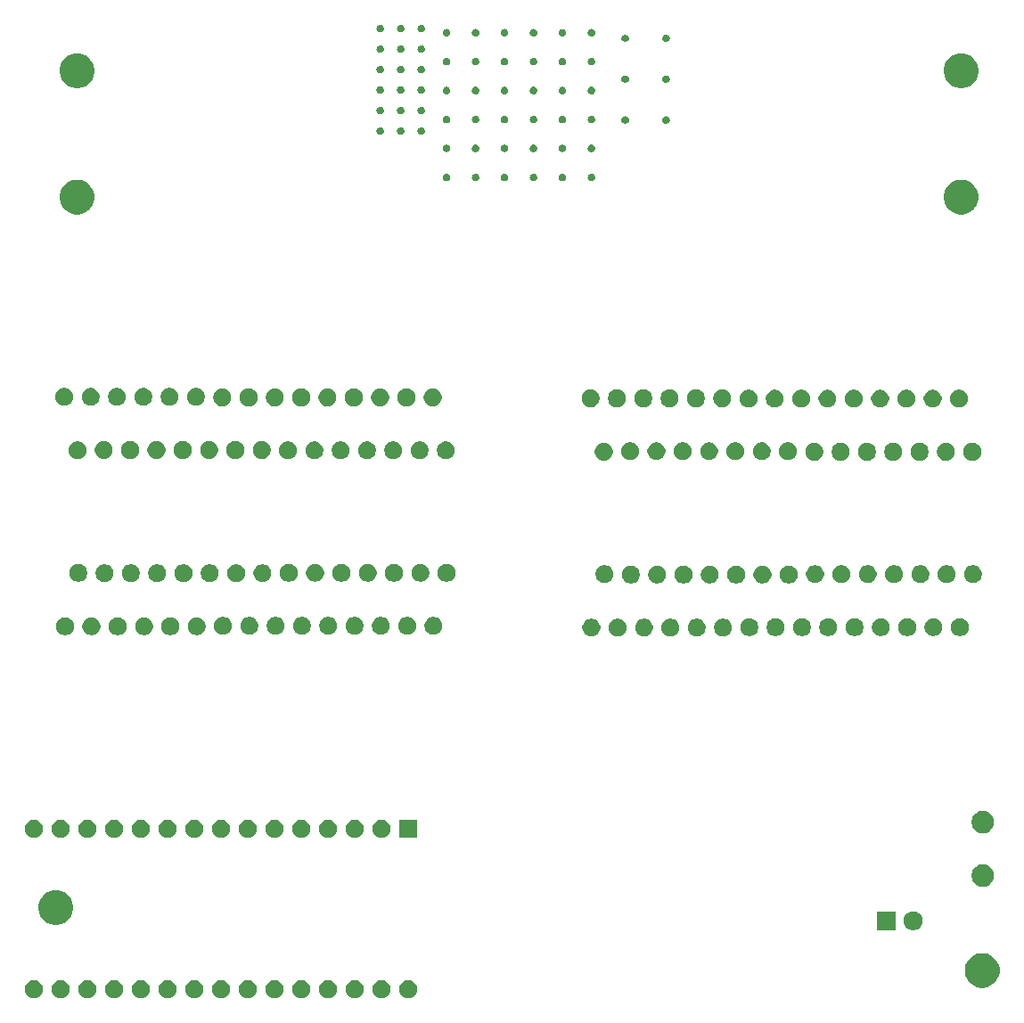
<source format=gbr>
G04 #@! TF.GenerationSoftware,KiCad,Pcbnew,(5.1.5)-3*
G04 #@! TF.CreationDate,2020-07-15T17:56:55-04:00*
G04 #@! TF.ProjectId,dmf_relay_board,646d665f-7265-46c6-9179-5f626f617264,rev?*
G04 #@! TF.SameCoordinates,Original*
G04 #@! TF.FileFunction,Soldermask,Bot*
G04 #@! TF.FilePolarity,Negative*
%FSLAX46Y46*%
G04 Gerber Fmt 4.6, Leading zero omitted, Abs format (unit mm)*
G04 Created by KiCad (PCBNEW (5.1.5)-3) date 2020-07-15 17:56:55*
%MOMM*%
%LPD*%
G04 APERTURE LIST*
%ADD10C,0.100000*%
G04 APERTURE END LIST*
D10*
G36*
X118675728Y-145485703D02*
G01*
X118830600Y-145549853D01*
X118969981Y-145642985D01*
X119088515Y-145761519D01*
X119181647Y-145900900D01*
X119245797Y-146055772D01*
X119278500Y-146220184D01*
X119278500Y-146387816D01*
X119245797Y-146552228D01*
X119181647Y-146707100D01*
X119088515Y-146846481D01*
X118969981Y-146965015D01*
X118830600Y-147058147D01*
X118675728Y-147122297D01*
X118511316Y-147155000D01*
X118343684Y-147155000D01*
X118179272Y-147122297D01*
X118024400Y-147058147D01*
X117885019Y-146965015D01*
X117766485Y-146846481D01*
X117673353Y-146707100D01*
X117609203Y-146552228D01*
X117576500Y-146387816D01*
X117576500Y-146220184D01*
X117609203Y-146055772D01*
X117673353Y-145900900D01*
X117766485Y-145761519D01*
X117885019Y-145642985D01*
X118024400Y-145549853D01*
X118179272Y-145485703D01*
X118343684Y-145453000D01*
X118511316Y-145453000D01*
X118675728Y-145485703D01*
G37*
G36*
X151695728Y-145485703D02*
G01*
X151850600Y-145549853D01*
X151989981Y-145642985D01*
X152108515Y-145761519D01*
X152201647Y-145900900D01*
X152265797Y-146055772D01*
X152298500Y-146220184D01*
X152298500Y-146387816D01*
X152265797Y-146552228D01*
X152201647Y-146707100D01*
X152108515Y-146846481D01*
X151989981Y-146965015D01*
X151850600Y-147058147D01*
X151695728Y-147122297D01*
X151531316Y-147155000D01*
X151363684Y-147155000D01*
X151199272Y-147122297D01*
X151044400Y-147058147D01*
X150905019Y-146965015D01*
X150786485Y-146846481D01*
X150693353Y-146707100D01*
X150629203Y-146552228D01*
X150596500Y-146387816D01*
X150596500Y-146220184D01*
X150629203Y-146055772D01*
X150693353Y-145900900D01*
X150786485Y-145761519D01*
X150905019Y-145642985D01*
X151044400Y-145549853D01*
X151199272Y-145485703D01*
X151363684Y-145453000D01*
X151531316Y-145453000D01*
X151695728Y-145485703D01*
G37*
G36*
X116135728Y-145485703D02*
G01*
X116290600Y-145549853D01*
X116429981Y-145642985D01*
X116548515Y-145761519D01*
X116641647Y-145900900D01*
X116705797Y-146055772D01*
X116738500Y-146220184D01*
X116738500Y-146387816D01*
X116705797Y-146552228D01*
X116641647Y-146707100D01*
X116548515Y-146846481D01*
X116429981Y-146965015D01*
X116290600Y-147058147D01*
X116135728Y-147122297D01*
X115971316Y-147155000D01*
X115803684Y-147155000D01*
X115639272Y-147122297D01*
X115484400Y-147058147D01*
X115345019Y-146965015D01*
X115226485Y-146846481D01*
X115133353Y-146707100D01*
X115069203Y-146552228D01*
X115036500Y-146387816D01*
X115036500Y-146220184D01*
X115069203Y-146055772D01*
X115133353Y-145900900D01*
X115226485Y-145761519D01*
X115345019Y-145642985D01*
X115484400Y-145549853D01*
X115639272Y-145485703D01*
X115803684Y-145453000D01*
X115971316Y-145453000D01*
X116135728Y-145485703D01*
G37*
G36*
X149155728Y-145485703D02*
G01*
X149310600Y-145549853D01*
X149449981Y-145642985D01*
X149568515Y-145761519D01*
X149661647Y-145900900D01*
X149725797Y-146055772D01*
X149758500Y-146220184D01*
X149758500Y-146387816D01*
X149725797Y-146552228D01*
X149661647Y-146707100D01*
X149568515Y-146846481D01*
X149449981Y-146965015D01*
X149310600Y-147058147D01*
X149155728Y-147122297D01*
X148991316Y-147155000D01*
X148823684Y-147155000D01*
X148659272Y-147122297D01*
X148504400Y-147058147D01*
X148365019Y-146965015D01*
X148246485Y-146846481D01*
X148153353Y-146707100D01*
X148089203Y-146552228D01*
X148056500Y-146387816D01*
X148056500Y-146220184D01*
X148089203Y-146055772D01*
X148153353Y-145900900D01*
X148246485Y-145761519D01*
X148365019Y-145642985D01*
X148504400Y-145549853D01*
X148659272Y-145485703D01*
X148823684Y-145453000D01*
X148991316Y-145453000D01*
X149155728Y-145485703D01*
G37*
G36*
X146615728Y-145485703D02*
G01*
X146770600Y-145549853D01*
X146909981Y-145642985D01*
X147028515Y-145761519D01*
X147121647Y-145900900D01*
X147185797Y-146055772D01*
X147218500Y-146220184D01*
X147218500Y-146387816D01*
X147185797Y-146552228D01*
X147121647Y-146707100D01*
X147028515Y-146846481D01*
X146909981Y-146965015D01*
X146770600Y-147058147D01*
X146615728Y-147122297D01*
X146451316Y-147155000D01*
X146283684Y-147155000D01*
X146119272Y-147122297D01*
X145964400Y-147058147D01*
X145825019Y-146965015D01*
X145706485Y-146846481D01*
X145613353Y-146707100D01*
X145549203Y-146552228D01*
X145516500Y-146387816D01*
X145516500Y-146220184D01*
X145549203Y-146055772D01*
X145613353Y-145900900D01*
X145706485Y-145761519D01*
X145825019Y-145642985D01*
X145964400Y-145549853D01*
X146119272Y-145485703D01*
X146283684Y-145453000D01*
X146451316Y-145453000D01*
X146615728Y-145485703D01*
G37*
G36*
X144075728Y-145485703D02*
G01*
X144230600Y-145549853D01*
X144369981Y-145642985D01*
X144488515Y-145761519D01*
X144581647Y-145900900D01*
X144645797Y-146055772D01*
X144678500Y-146220184D01*
X144678500Y-146387816D01*
X144645797Y-146552228D01*
X144581647Y-146707100D01*
X144488515Y-146846481D01*
X144369981Y-146965015D01*
X144230600Y-147058147D01*
X144075728Y-147122297D01*
X143911316Y-147155000D01*
X143743684Y-147155000D01*
X143579272Y-147122297D01*
X143424400Y-147058147D01*
X143285019Y-146965015D01*
X143166485Y-146846481D01*
X143073353Y-146707100D01*
X143009203Y-146552228D01*
X142976500Y-146387816D01*
X142976500Y-146220184D01*
X143009203Y-146055772D01*
X143073353Y-145900900D01*
X143166485Y-145761519D01*
X143285019Y-145642985D01*
X143424400Y-145549853D01*
X143579272Y-145485703D01*
X143743684Y-145453000D01*
X143911316Y-145453000D01*
X144075728Y-145485703D01*
G37*
G36*
X141535728Y-145485703D02*
G01*
X141690600Y-145549853D01*
X141829981Y-145642985D01*
X141948515Y-145761519D01*
X142041647Y-145900900D01*
X142105797Y-146055772D01*
X142138500Y-146220184D01*
X142138500Y-146387816D01*
X142105797Y-146552228D01*
X142041647Y-146707100D01*
X141948515Y-146846481D01*
X141829981Y-146965015D01*
X141690600Y-147058147D01*
X141535728Y-147122297D01*
X141371316Y-147155000D01*
X141203684Y-147155000D01*
X141039272Y-147122297D01*
X140884400Y-147058147D01*
X140745019Y-146965015D01*
X140626485Y-146846481D01*
X140533353Y-146707100D01*
X140469203Y-146552228D01*
X140436500Y-146387816D01*
X140436500Y-146220184D01*
X140469203Y-146055772D01*
X140533353Y-145900900D01*
X140626485Y-145761519D01*
X140745019Y-145642985D01*
X140884400Y-145549853D01*
X141039272Y-145485703D01*
X141203684Y-145453000D01*
X141371316Y-145453000D01*
X141535728Y-145485703D01*
G37*
G36*
X138995728Y-145485703D02*
G01*
X139150600Y-145549853D01*
X139289981Y-145642985D01*
X139408515Y-145761519D01*
X139501647Y-145900900D01*
X139565797Y-146055772D01*
X139598500Y-146220184D01*
X139598500Y-146387816D01*
X139565797Y-146552228D01*
X139501647Y-146707100D01*
X139408515Y-146846481D01*
X139289981Y-146965015D01*
X139150600Y-147058147D01*
X138995728Y-147122297D01*
X138831316Y-147155000D01*
X138663684Y-147155000D01*
X138499272Y-147122297D01*
X138344400Y-147058147D01*
X138205019Y-146965015D01*
X138086485Y-146846481D01*
X137993353Y-146707100D01*
X137929203Y-146552228D01*
X137896500Y-146387816D01*
X137896500Y-146220184D01*
X137929203Y-146055772D01*
X137993353Y-145900900D01*
X138086485Y-145761519D01*
X138205019Y-145642985D01*
X138344400Y-145549853D01*
X138499272Y-145485703D01*
X138663684Y-145453000D01*
X138831316Y-145453000D01*
X138995728Y-145485703D01*
G37*
G36*
X133915728Y-145485703D02*
G01*
X134070600Y-145549853D01*
X134209981Y-145642985D01*
X134328515Y-145761519D01*
X134421647Y-145900900D01*
X134485797Y-146055772D01*
X134518500Y-146220184D01*
X134518500Y-146387816D01*
X134485797Y-146552228D01*
X134421647Y-146707100D01*
X134328515Y-146846481D01*
X134209981Y-146965015D01*
X134070600Y-147058147D01*
X133915728Y-147122297D01*
X133751316Y-147155000D01*
X133583684Y-147155000D01*
X133419272Y-147122297D01*
X133264400Y-147058147D01*
X133125019Y-146965015D01*
X133006485Y-146846481D01*
X132913353Y-146707100D01*
X132849203Y-146552228D01*
X132816500Y-146387816D01*
X132816500Y-146220184D01*
X132849203Y-146055772D01*
X132913353Y-145900900D01*
X133006485Y-145761519D01*
X133125019Y-145642985D01*
X133264400Y-145549853D01*
X133419272Y-145485703D01*
X133583684Y-145453000D01*
X133751316Y-145453000D01*
X133915728Y-145485703D01*
G37*
G36*
X131375728Y-145485703D02*
G01*
X131530600Y-145549853D01*
X131669981Y-145642985D01*
X131788515Y-145761519D01*
X131881647Y-145900900D01*
X131945797Y-146055772D01*
X131978500Y-146220184D01*
X131978500Y-146387816D01*
X131945797Y-146552228D01*
X131881647Y-146707100D01*
X131788515Y-146846481D01*
X131669981Y-146965015D01*
X131530600Y-147058147D01*
X131375728Y-147122297D01*
X131211316Y-147155000D01*
X131043684Y-147155000D01*
X130879272Y-147122297D01*
X130724400Y-147058147D01*
X130585019Y-146965015D01*
X130466485Y-146846481D01*
X130373353Y-146707100D01*
X130309203Y-146552228D01*
X130276500Y-146387816D01*
X130276500Y-146220184D01*
X130309203Y-146055772D01*
X130373353Y-145900900D01*
X130466485Y-145761519D01*
X130585019Y-145642985D01*
X130724400Y-145549853D01*
X130879272Y-145485703D01*
X131043684Y-145453000D01*
X131211316Y-145453000D01*
X131375728Y-145485703D01*
G37*
G36*
X128835728Y-145485703D02*
G01*
X128990600Y-145549853D01*
X129129981Y-145642985D01*
X129248515Y-145761519D01*
X129341647Y-145900900D01*
X129405797Y-146055772D01*
X129438500Y-146220184D01*
X129438500Y-146387816D01*
X129405797Y-146552228D01*
X129341647Y-146707100D01*
X129248515Y-146846481D01*
X129129981Y-146965015D01*
X128990600Y-147058147D01*
X128835728Y-147122297D01*
X128671316Y-147155000D01*
X128503684Y-147155000D01*
X128339272Y-147122297D01*
X128184400Y-147058147D01*
X128045019Y-146965015D01*
X127926485Y-146846481D01*
X127833353Y-146707100D01*
X127769203Y-146552228D01*
X127736500Y-146387816D01*
X127736500Y-146220184D01*
X127769203Y-146055772D01*
X127833353Y-145900900D01*
X127926485Y-145761519D01*
X128045019Y-145642985D01*
X128184400Y-145549853D01*
X128339272Y-145485703D01*
X128503684Y-145453000D01*
X128671316Y-145453000D01*
X128835728Y-145485703D01*
G37*
G36*
X126295728Y-145485703D02*
G01*
X126450600Y-145549853D01*
X126589981Y-145642985D01*
X126708515Y-145761519D01*
X126801647Y-145900900D01*
X126865797Y-146055772D01*
X126898500Y-146220184D01*
X126898500Y-146387816D01*
X126865797Y-146552228D01*
X126801647Y-146707100D01*
X126708515Y-146846481D01*
X126589981Y-146965015D01*
X126450600Y-147058147D01*
X126295728Y-147122297D01*
X126131316Y-147155000D01*
X125963684Y-147155000D01*
X125799272Y-147122297D01*
X125644400Y-147058147D01*
X125505019Y-146965015D01*
X125386485Y-146846481D01*
X125293353Y-146707100D01*
X125229203Y-146552228D01*
X125196500Y-146387816D01*
X125196500Y-146220184D01*
X125229203Y-146055772D01*
X125293353Y-145900900D01*
X125386485Y-145761519D01*
X125505019Y-145642985D01*
X125644400Y-145549853D01*
X125799272Y-145485703D01*
X125963684Y-145453000D01*
X126131316Y-145453000D01*
X126295728Y-145485703D01*
G37*
G36*
X123755728Y-145485703D02*
G01*
X123910600Y-145549853D01*
X124049981Y-145642985D01*
X124168515Y-145761519D01*
X124261647Y-145900900D01*
X124325797Y-146055772D01*
X124358500Y-146220184D01*
X124358500Y-146387816D01*
X124325797Y-146552228D01*
X124261647Y-146707100D01*
X124168515Y-146846481D01*
X124049981Y-146965015D01*
X123910600Y-147058147D01*
X123755728Y-147122297D01*
X123591316Y-147155000D01*
X123423684Y-147155000D01*
X123259272Y-147122297D01*
X123104400Y-147058147D01*
X122965019Y-146965015D01*
X122846485Y-146846481D01*
X122753353Y-146707100D01*
X122689203Y-146552228D01*
X122656500Y-146387816D01*
X122656500Y-146220184D01*
X122689203Y-146055772D01*
X122753353Y-145900900D01*
X122846485Y-145761519D01*
X122965019Y-145642985D01*
X123104400Y-145549853D01*
X123259272Y-145485703D01*
X123423684Y-145453000D01*
X123591316Y-145453000D01*
X123755728Y-145485703D01*
G37*
G36*
X121215728Y-145485703D02*
G01*
X121370600Y-145549853D01*
X121509981Y-145642985D01*
X121628515Y-145761519D01*
X121721647Y-145900900D01*
X121785797Y-146055772D01*
X121818500Y-146220184D01*
X121818500Y-146387816D01*
X121785797Y-146552228D01*
X121721647Y-146707100D01*
X121628515Y-146846481D01*
X121509981Y-146965015D01*
X121370600Y-147058147D01*
X121215728Y-147122297D01*
X121051316Y-147155000D01*
X120883684Y-147155000D01*
X120719272Y-147122297D01*
X120564400Y-147058147D01*
X120425019Y-146965015D01*
X120306485Y-146846481D01*
X120213353Y-146707100D01*
X120149203Y-146552228D01*
X120116500Y-146387816D01*
X120116500Y-146220184D01*
X120149203Y-146055772D01*
X120213353Y-145900900D01*
X120306485Y-145761519D01*
X120425019Y-145642985D01*
X120564400Y-145549853D01*
X120719272Y-145485703D01*
X120883684Y-145453000D01*
X121051316Y-145453000D01*
X121215728Y-145485703D01*
G37*
G36*
X136455728Y-145485703D02*
G01*
X136610600Y-145549853D01*
X136749981Y-145642985D01*
X136868515Y-145761519D01*
X136961647Y-145900900D01*
X137025797Y-146055772D01*
X137058500Y-146220184D01*
X137058500Y-146387816D01*
X137025797Y-146552228D01*
X136961647Y-146707100D01*
X136868515Y-146846481D01*
X136749981Y-146965015D01*
X136610600Y-147058147D01*
X136455728Y-147122297D01*
X136291316Y-147155000D01*
X136123684Y-147155000D01*
X135959272Y-147122297D01*
X135804400Y-147058147D01*
X135665019Y-146965015D01*
X135546485Y-146846481D01*
X135453353Y-146707100D01*
X135389203Y-146552228D01*
X135356500Y-146387816D01*
X135356500Y-146220184D01*
X135389203Y-146055772D01*
X135453353Y-145900900D01*
X135546485Y-145761519D01*
X135665019Y-145642985D01*
X135804400Y-145549853D01*
X135959272Y-145485703D01*
X136123684Y-145453000D01*
X136291316Y-145453000D01*
X136455728Y-145485703D01*
G37*
G36*
X206348756Y-142927298D02*
G01*
X206455079Y-142948447D01*
X206755542Y-143072903D01*
X207025951Y-143253585D01*
X207255915Y-143483549D01*
X207436597Y-143753958D01*
X207561053Y-144054421D01*
X207624500Y-144373391D01*
X207624500Y-144698609D01*
X207561053Y-145017579D01*
X207436597Y-145318042D01*
X207255915Y-145588451D01*
X207025951Y-145818415D01*
X206755542Y-145999097D01*
X206455079Y-146123553D01*
X206348756Y-146144702D01*
X206136111Y-146187000D01*
X205810889Y-146187000D01*
X205598244Y-146144702D01*
X205491921Y-146123553D01*
X205191458Y-145999097D01*
X204921049Y-145818415D01*
X204691085Y-145588451D01*
X204510403Y-145318042D01*
X204385947Y-145017579D01*
X204322500Y-144698609D01*
X204322500Y-144373391D01*
X204385947Y-144054421D01*
X204510403Y-143753958D01*
X204691085Y-143483549D01*
X204921049Y-143253585D01*
X205191458Y-143072903D01*
X205491921Y-142948447D01*
X205598244Y-142927298D01*
X205810889Y-142885000D01*
X206136111Y-142885000D01*
X206348756Y-142927298D01*
G37*
G36*
X197786560Y-140705140D02*
G01*
X195984560Y-140705140D01*
X195984560Y-138903140D01*
X197786560Y-138903140D01*
X197786560Y-140705140D01*
G37*
G36*
X199539072Y-138908067D02*
G01*
X199688372Y-138937764D01*
X199852344Y-139005684D01*
X199999914Y-139104287D01*
X200125413Y-139229786D01*
X200224016Y-139377356D01*
X200291936Y-139541328D01*
X200326560Y-139715399D01*
X200326560Y-139892881D01*
X200291936Y-140066952D01*
X200224016Y-140230924D01*
X200125413Y-140378494D01*
X199999914Y-140503993D01*
X199852344Y-140602596D01*
X199688372Y-140670516D01*
X199539072Y-140700213D01*
X199514302Y-140705140D01*
X199336818Y-140705140D01*
X199312048Y-140700213D01*
X199162748Y-140670516D01*
X198998776Y-140602596D01*
X198851206Y-140503993D01*
X198725707Y-140378494D01*
X198627104Y-140230924D01*
X198559184Y-140066952D01*
X198524560Y-139892881D01*
X198524560Y-139715399D01*
X198559184Y-139541328D01*
X198627104Y-139377356D01*
X198725707Y-139229786D01*
X198851206Y-139104287D01*
X198998776Y-139005684D01*
X199162748Y-138937764D01*
X199312048Y-138908067D01*
X199336818Y-138903140D01*
X199514302Y-138903140D01*
X199539072Y-138908067D01*
G37*
G36*
X118348756Y-136927298D02*
G01*
X118455079Y-136948447D01*
X118755542Y-137072903D01*
X119025951Y-137253585D01*
X119255915Y-137483549D01*
X119436597Y-137753958D01*
X119561053Y-138054421D01*
X119624500Y-138373391D01*
X119624500Y-138698609D01*
X119561053Y-139017579D01*
X119436597Y-139318042D01*
X119255915Y-139588451D01*
X119025951Y-139818415D01*
X118755542Y-139999097D01*
X118455079Y-140123553D01*
X118348756Y-140144702D01*
X118136111Y-140187000D01*
X117810889Y-140187000D01*
X117598244Y-140144702D01*
X117491921Y-140123553D01*
X117191458Y-139999097D01*
X116921049Y-139818415D01*
X116691085Y-139588451D01*
X116510403Y-139318042D01*
X116385947Y-139017579D01*
X116322500Y-138698609D01*
X116322500Y-138373391D01*
X116385947Y-138054421D01*
X116510403Y-137753958D01*
X116691085Y-137483549D01*
X116921049Y-137253585D01*
X117191458Y-137072903D01*
X117491921Y-136948447D01*
X117598244Y-136927298D01*
X117810889Y-136885000D01*
X118136111Y-136885000D01*
X118348756Y-136927298D01*
G37*
G36*
X206335711Y-134472843D02*
G01*
X206529892Y-134553276D01*
X206529894Y-134553277D01*
X206704653Y-134670047D01*
X206853273Y-134818667D01*
X206970043Y-134993426D01*
X206970044Y-134993428D01*
X207050477Y-135187609D01*
X207091480Y-135393748D01*
X207091480Y-135603932D01*
X207050477Y-135810071D01*
X206970044Y-136004252D01*
X206970043Y-136004254D01*
X206853273Y-136179013D01*
X206704653Y-136327633D01*
X206529894Y-136444403D01*
X206529893Y-136444404D01*
X206529892Y-136444404D01*
X206335711Y-136524837D01*
X206129572Y-136565840D01*
X205919388Y-136565840D01*
X205713249Y-136524837D01*
X205519068Y-136444404D01*
X205519067Y-136444404D01*
X205519066Y-136444403D01*
X205344307Y-136327633D01*
X205195687Y-136179013D01*
X205078917Y-136004254D01*
X205078916Y-136004252D01*
X204998483Y-135810071D01*
X204957480Y-135603932D01*
X204957480Y-135393748D01*
X204998483Y-135187609D01*
X205078916Y-134993428D01*
X205078917Y-134993426D01*
X205195687Y-134818667D01*
X205344307Y-134670047D01*
X205519066Y-134553277D01*
X205519068Y-134553276D01*
X205713249Y-134472843D01*
X205919388Y-134431840D01*
X206129572Y-134431840D01*
X206335711Y-134472843D01*
G37*
G36*
X146615728Y-130245703D02*
G01*
X146770600Y-130309853D01*
X146909981Y-130402985D01*
X147028515Y-130521519D01*
X147121647Y-130660900D01*
X147185797Y-130815772D01*
X147218500Y-130980184D01*
X147218500Y-131147816D01*
X147185797Y-131312228D01*
X147121647Y-131467100D01*
X147028515Y-131606481D01*
X146909981Y-131725015D01*
X146770600Y-131818147D01*
X146615728Y-131882297D01*
X146451316Y-131915000D01*
X146283684Y-131915000D01*
X146119272Y-131882297D01*
X145964400Y-131818147D01*
X145825019Y-131725015D01*
X145706485Y-131606481D01*
X145613353Y-131467100D01*
X145549203Y-131312228D01*
X145516500Y-131147816D01*
X145516500Y-130980184D01*
X145549203Y-130815772D01*
X145613353Y-130660900D01*
X145706485Y-130521519D01*
X145825019Y-130402985D01*
X145964400Y-130309853D01*
X146119272Y-130245703D01*
X146283684Y-130213000D01*
X146451316Y-130213000D01*
X146615728Y-130245703D01*
G37*
G36*
X116135728Y-130245703D02*
G01*
X116290600Y-130309853D01*
X116429981Y-130402985D01*
X116548515Y-130521519D01*
X116641647Y-130660900D01*
X116705797Y-130815772D01*
X116738500Y-130980184D01*
X116738500Y-131147816D01*
X116705797Y-131312228D01*
X116641647Y-131467100D01*
X116548515Y-131606481D01*
X116429981Y-131725015D01*
X116290600Y-131818147D01*
X116135728Y-131882297D01*
X115971316Y-131915000D01*
X115803684Y-131915000D01*
X115639272Y-131882297D01*
X115484400Y-131818147D01*
X115345019Y-131725015D01*
X115226485Y-131606481D01*
X115133353Y-131467100D01*
X115069203Y-131312228D01*
X115036500Y-131147816D01*
X115036500Y-130980184D01*
X115069203Y-130815772D01*
X115133353Y-130660900D01*
X115226485Y-130521519D01*
X115345019Y-130402985D01*
X115484400Y-130309853D01*
X115639272Y-130245703D01*
X115803684Y-130213000D01*
X115971316Y-130213000D01*
X116135728Y-130245703D01*
G37*
G36*
X118675728Y-130245703D02*
G01*
X118830600Y-130309853D01*
X118969981Y-130402985D01*
X119088515Y-130521519D01*
X119181647Y-130660900D01*
X119245797Y-130815772D01*
X119278500Y-130980184D01*
X119278500Y-131147816D01*
X119245797Y-131312228D01*
X119181647Y-131467100D01*
X119088515Y-131606481D01*
X118969981Y-131725015D01*
X118830600Y-131818147D01*
X118675728Y-131882297D01*
X118511316Y-131915000D01*
X118343684Y-131915000D01*
X118179272Y-131882297D01*
X118024400Y-131818147D01*
X117885019Y-131725015D01*
X117766485Y-131606481D01*
X117673353Y-131467100D01*
X117609203Y-131312228D01*
X117576500Y-131147816D01*
X117576500Y-130980184D01*
X117609203Y-130815772D01*
X117673353Y-130660900D01*
X117766485Y-130521519D01*
X117885019Y-130402985D01*
X118024400Y-130309853D01*
X118179272Y-130245703D01*
X118343684Y-130213000D01*
X118511316Y-130213000D01*
X118675728Y-130245703D01*
G37*
G36*
X121215728Y-130245703D02*
G01*
X121370600Y-130309853D01*
X121509981Y-130402985D01*
X121628515Y-130521519D01*
X121721647Y-130660900D01*
X121785797Y-130815772D01*
X121818500Y-130980184D01*
X121818500Y-131147816D01*
X121785797Y-131312228D01*
X121721647Y-131467100D01*
X121628515Y-131606481D01*
X121509981Y-131725015D01*
X121370600Y-131818147D01*
X121215728Y-131882297D01*
X121051316Y-131915000D01*
X120883684Y-131915000D01*
X120719272Y-131882297D01*
X120564400Y-131818147D01*
X120425019Y-131725015D01*
X120306485Y-131606481D01*
X120213353Y-131467100D01*
X120149203Y-131312228D01*
X120116500Y-131147816D01*
X120116500Y-130980184D01*
X120149203Y-130815772D01*
X120213353Y-130660900D01*
X120306485Y-130521519D01*
X120425019Y-130402985D01*
X120564400Y-130309853D01*
X120719272Y-130245703D01*
X120883684Y-130213000D01*
X121051316Y-130213000D01*
X121215728Y-130245703D01*
G37*
G36*
X123755728Y-130245703D02*
G01*
X123910600Y-130309853D01*
X124049981Y-130402985D01*
X124168515Y-130521519D01*
X124261647Y-130660900D01*
X124325797Y-130815772D01*
X124358500Y-130980184D01*
X124358500Y-131147816D01*
X124325797Y-131312228D01*
X124261647Y-131467100D01*
X124168515Y-131606481D01*
X124049981Y-131725015D01*
X123910600Y-131818147D01*
X123755728Y-131882297D01*
X123591316Y-131915000D01*
X123423684Y-131915000D01*
X123259272Y-131882297D01*
X123104400Y-131818147D01*
X122965019Y-131725015D01*
X122846485Y-131606481D01*
X122753353Y-131467100D01*
X122689203Y-131312228D01*
X122656500Y-131147816D01*
X122656500Y-130980184D01*
X122689203Y-130815772D01*
X122753353Y-130660900D01*
X122846485Y-130521519D01*
X122965019Y-130402985D01*
X123104400Y-130309853D01*
X123259272Y-130245703D01*
X123423684Y-130213000D01*
X123591316Y-130213000D01*
X123755728Y-130245703D01*
G37*
G36*
X152298500Y-131915000D02*
G01*
X150596500Y-131915000D01*
X150596500Y-130213000D01*
X152298500Y-130213000D01*
X152298500Y-131915000D01*
G37*
G36*
X149155728Y-130245703D02*
G01*
X149310600Y-130309853D01*
X149449981Y-130402985D01*
X149568515Y-130521519D01*
X149661647Y-130660900D01*
X149725797Y-130815772D01*
X149758500Y-130980184D01*
X149758500Y-131147816D01*
X149725797Y-131312228D01*
X149661647Y-131467100D01*
X149568515Y-131606481D01*
X149449981Y-131725015D01*
X149310600Y-131818147D01*
X149155728Y-131882297D01*
X148991316Y-131915000D01*
X148823684Y-131915000D01*
X148659272Y-131882297D01*
X148504400Y-131818147D01*
X148365019Y-131725015D01*
X148246485Y-131606481D01*
X148153353Y-131467100D01*
X148089203Y-131312228D01*
X148056500Y-131147816D01*
X148056500Y-130980184D01*
X148089203Y-130815772D01*
X148153353Y-130660900D01*
X148246485Y-130521519D01*
X148365019Y-130402985D01*
X148504400Y-130309853D01*
X148659272Y-130245703D01*
X148823684Y-130213000D01*
X148991316Y-130213000D01*
X149155728Y-130245703D01*
G37*
G36*
X128835728Y-130245703D02*
G01*
X128990600Y-130309853D01*
X129129981Y-130402985D01*
X129248515Y-130521519D01*
X129341647Y-130660900D01*
X129405797Y-130815772D01*
X129438500Y-130980184D01*
X129438500Y-131147816D01*
X129405797Y-131312228D01*
X129341647Y-131467100D01*
X129248515Y-131606481D01*
X129129981Y-131725015D01*
X128990600Y-131818147D01*
X128835728Y-131882297D01*
X128671316Y-131915000D01*
X128503684Y-131915000D01*
X128339272Y-131882297D01*
X128184400Y-131818147D01*
X128045019Y-131725015D01*
X127926485Y-131606481D01*
X127833353Y-131467100D01*
X127769203Y-131312228D01*
X127736500Y-131147816D01*
X127736500Y-130980184D01*
X127769203Y-130815772D01*
X127833353Y-130660900D01*
X127926485Y-130521519D01*
X128045019Y-130402985D01*
X128184400Y-130309853D01*
X128339272Y-130245703D01*
X128503684Y-130213000D01*
X128671316Y-130213000D01*
X128835728Y-130245703D01*
G37*
G36*
X131375728Y-130245703D02*
G01*
X131530600Y-130309853D01*
X131669981Y-130402985D01*
X131788515Y-130521519D01*
X131881647Y-130660900D01*
X131945797Y-130815772D01*
X131978500Y-130980184D01*
X131978500Y-131147816D01*
X131945797Y-131312228D01*
X131881647Y-131467100D01*
X131788515Y-131606481D01*
X131669981Y-131725015D01*
X131530600Y-131818147D01*
X131375728Y-131882297D01*
X131211316Y-131915000D01*
X131043684Y-131915000D01*
X130879272Y-131882297D01*
X130724400Y-131818147D01*
X130585019Y-131725015D01*
X130466485Y-131606481D01*
X130373353Y-131467100D01*
X130309203Y-131312228D01*
X130276500Y-131147816D01*
X130276500Y-130980184D01*
X130309203Y-130815772D01*
X130373353Y-130660900D01*
X130466485Y-130521519D01*
X130585019Y-130402985D01*
X130724400Y-130309853D01*
X130879272Y-130245703D01*
X131043684Y-130213000D01*
X131211316Y-130213000D01*
X131375728Y-130245703D01*
G37*
G36*
X144075728Y-130245703D02*
G01*
X144230600Y-130309853D01*
X144369981Y-130402985D01*
X144488515Y-130521519D01*
X144581647Y-130660900D01*
X144645797Y-130815772D01*
X144678500Y-130980184D01*
X144678500Y-131147816D01*
X144645797Y-131312228D01*
X144581647Y-131467100D01*
X144488515Y-131606481D01*
X144369981Y-131725015D01*
X144230600Y-131818147D01*
X144075728Y-131882297D01*
X143911316Y-131915000D01*
X143743684Y-131915000D01*
X143579272Y-131882297D01*
X143424400Y-131818147D01*
X143285019Y-131725015D01*
X143166485Y-131606481D01*
X143073353Y-131467100D01*
X143009203Y-131312228D01*
X142976500Y-131147816D01*
X142976500Y-130980184D01*
X143009203Y-130815772D01*
X143073353Y-130660900D01*
X143166485Y-130521519D01*
X143285019Y-130402985D01*
X143424400Y-130309853D01*
X143579272Y-130245703D01*
X143743684Y-130213000D01*
X143911316Y-130213000D01*
X144075728Y-130245703D01*
G37*
G36*
X133915728Y-130245703D02*
G01*
X134070600Y-130309853D01*
X134209981Y-130402985D01*
X134328515Y-130521519D01*
X134421647Y-130660900D01*
X134485797Y-130815772D01*
X134518500Y-130980184D01*
X134518500Y-131147816D01*
X134485797Y-131312228D01*
X134421647Y-131467100D01*
X134328515Y-131606481D01*
X134209981Y-131725015D01*
X134070600Y-131818147D01*
X133915728Y-131882297D01*
X133751316Y-131915000D01*
X133583684Y-131915000D01*
X133419272Y-131882297D01*
X133264400Y-131818147D01*
X133125019Y-131725015D01*
X133006485Y-131606481D01*
X132913353Y-131467100D01*
X132849203Y-131312228D01*
X132816500Y-131147816D01*
X132816500Y-130980184D01*
X132849203Y-130815772D01*
X132913353Y-130660900D01*
X133006485Y-130521519D01*
X133125019Y-130402985D01*
X133264400Y-130309853D01*
X133419272Y-130245703D01*
X133583684Y-130213000D01*
X133751316Y-130213000D01*
X133915728Y-130245703D01*
G37*
G36*
X141535728Y-130245703D02*
G01*
X141690600Y-130309853D01*
X141829981Y-130402985D01*
X141948515Y-130521519D01*
X142041647Y-130660900D01*
X142105797Y-130815772D01*
X142138500Y-130980184D01*
X142138500Y-131147816D01*
X142105797Y-131312228D01*
X142041647Y-131467100D01*
X141948515Y-131606481D01*
X141829981Y-131725015D01*
X141690600Y-131818147D01*
X141535728Y-131882297D01*
X141371316Y-131915000D01*
X141203684Y-131915000D01*
X141039272Y-131882297D01*
X140884400Y-131818147D01*
X140745019Y-131725015D01*
X140626485Y-131606481D01*
X140533353Y-131467100D01*
X140469203Y-131312228D01*
X140436500Y-131147816D01*
X140436500Y-130980184D01*
X140469203Y-130815772D01*
X140533353Y-130660900D01*
X140626485Y-130521519D01*
X140745019Y-130402985D01*
X140884400Y-130309853D01*
X141039272Y-130245703D01*
X141203684Y-130213000D01*
X141371316Y-130213000D01*
X141535728Y-130245703D01*
G37*
G36*
X136455728Y-130245703D02*
G01*
X136610600Y-130309853D01*
X136749981Y-130402985D01*
X136868515Y-130521519D01*
X136961647Y-130660900D01*
X137025797Y-130815772D01*
X137058500Y-130980184D01*
X137058500Y-131147816D01*
X137025797Y-131312228D01*
X136961647Y-131467100D01*
X136868515Y-131606481D01*
X136749981Y-131725015D01*
X136610600Y-131818147D01*
X136455728Y-131882297D01*
X136291316Y-131915000D01*
X136123684Y-131915000D01*
X135959272Y-131882297D01*
X135804400Y-131818147D01*
X135665019Y-131725015D01*
X135546485Y-131606481D01*
X135453353Y-131467100D01*
X135389203Y-131312228D01*
X135356500Y-131147816D01*
X135356500Y-130980184D01*
X135389203Y-130815772D01*
X135453353Y-130660900D01*
X135546485Y-130521519D01*
X135665019Y-130402985D01*
X135804400Y-130309853D01*
X135959272Y-130245703D01*
X136123684Y-130213000D01*
X136291316Y-130213000D01*
X136455728Y-130245703D01*
G37*
G36*
X138995728Y-130245703D02*
G01*
X139150600Y-130309853D01*
X139289981Y-130402985D01*
X139408515Y-130521519D01*
X139501647Y-130660900D01*
X139565797Y-130815772D01*
X139598500Y-130980184D01*
X139598500Y-131147816D01*
X139565797Y-131312228D01*
X139501647Y-131467100D01*
X139408515Y-131606481D01*
X139289981Y-131725015D01*
X139150600Y-131818147D01*
X138995728Y-131882297D01*
X138831316Y-131915000D01*
X138663684Y-131915000D01*
X138499272Y-131882297D01*
X138344400Y-131818147D01*
X138205019Y-131725015D01*
X138086485Y-131606481D01*
X137993353Y-131467100D01*
X137929203Y-131312228D01*
X137896500Y-131147816D01*
X137896500Y-130980184D01*
X137929203Y-130815772D01*
X137993353Y-130660900D01*
X138086485Y-130521519D01*
X138205019Y-130402985D01*
X138344400Y-130309853D01*
X138499272Y-130245703D01*
X138663684Y-130213000D01*
X138831316Y-130213000D01*
X138995728Y-130245703D01*
G37*
G36*
X126295728Y-130245703D02*
G01*
X126450600Y-130309853D01*
X126589981Y-130402985D01*
X126708515Y-130521519D01*
X126801647Y-130660900D01*
X126865797Y-130815772D01*
X126898500Y-130980184D01*
X126898500Y-131147816D01*
X126865797Y-131312228D01*
X126801647Y-131467100D01*
X126708515Y-131606481D01*
X126589981Y-131725015D01*
X126450600Y-131818147D01*
X126295728Y-131882297D01*
X126131316Y-131915000D01*
X125963684Y-131915000D01*
X125799272Y-131882297D01*
X125644400Y-131818147D01*
X125505019Y-131725015D01*
X125386485Y-131606481D01*
X125293353Y-131467100D01*
X125229203Y-131312228D01*
X125196500Y-131147816D01*
X125196500Y-130980184D01*
X125229203Y-130815772D01*
X125293353Y-130660900D01*
X125386485Y-130521519D01*
X125505019Y-130402985D01*
X125644400Y-130309853D01*
X125799272Y-130245703D01*
X125963684Y-130213000D01*
X126131316Y-130213000D01*
X126295728Y-130245703D01*
G37*
G36*
X206335711Y-129392843D02*
G01*
X206529892Y-129473276D01*
X206529894Y-129473277D01*
X206704653Y-129590047D01*
X206853273Y-129738667D01*
X206970043Y-129913426D01*
X206970044Y-129913428D01*
X207050477Y-130107609D01*
X207091480Y-130313748D01*
X207091480Y-130523932D01*
X207050477Y-130730071D01*
X207014978Y-130815772D01*
X206970043Y-130924254D01*
X206853273Y-131099013D01*
X206704653Y-131247633D01*
X206529894Y-131364403D01*
X206529893Y-131364404D01*
X206529892Y-131364404D01*
X206335711Y-131444837D01*
X206129572Y-131485840D01*
X205919388Y-131485840D01*
X205713249Y-131444837D01*
X205519068Y-131364404D01*
X205519067Y-131364404D01*
X205519066Y-131364403D01*
X205344307Y-131247633D01*
X205195687Y-131099013D01*
X205078917Y-130924254D01*
X205033982Y-130815772D01*
X204998483Y-130730071D01*
X204957480Y-130523932D01*
X204957480Y-130313748D01*
X204998483Y-130107609D01*
X205078916Y-129913428D01*
X205078917Y-129913426D01*
X205195687Y-129738667D01*
X205344307Y-129590047D01*
X205519066Y-129473277D01*
X205519068Y-129473276D01*
X205713249Y-129392843D01*
X205919388Y-129351840D01*
X206129572Y-129351840D01*
X206335711Y-129392843D01*
G37*
G36*
X169095728Y-111132203D02*
G01*
X169250600Y-111196353D01*
X169389981Y-111289485D01*
X169508515Y-111408019D01*
X169601647Y-111547400D01*
X169665797Y-111702272D01*
X169698500Y-111866684D01*
X169698500Y-112034316D01*
X169665797Y-112198728D01*
X169601647Y-112353600D01*
X169508515Y-112492981D01*
X169389981Y-112611515D01*
X169250600Y-112704647D01*
X169095728Y-112768797D01*
X168931316Y-112801500D01*
X168763684Y-112801500D01*
X168599272Y-112768797D01*
X168444400Y-112704647D01*
X168305019Y-112611515D01*
X168186485Y-112492981D01*
X168093353Y-112353600D01*
X168029203Y-112198728D01*
X167996500Y-112034316D01*
X167996500Y-111866684D01*
X168029203Y-111702272D01*
X168093353Y-111547400D01*
X168186485Y-111408019D01*
X168305019Y-111289485D01*
X168444400Y-111196353D01*
X168599272Y-111132203D01*
X168763684Y-111099500D01*
X168931316Y-111099500D01*
X169095728Y-111132203D01*
G37*
G36*
X171595728Y-111132203D02*
G01*
X171750600Y-111196353D01*
X171889981Y-111289485D01*
X172008515Y-111408019D01*
X172101647Y-111547400D01*
X172165797Y-111702272D01*
X172198500Y-111866684D01*
X172198500Y-112034316D01*
X172165797Y-112198728D01*
X172101647Y-112353600D01*
X172008515Y-112492981D01*
X171889981Y-112611515D01*
X171750600Y-112704647D01*
X171595728Y-112768797D01*
X171431316Y-112801500D01*
X171263684Y-112801500D01*
X171099272Y-112768797D01*
X170944400Y-112704647D01*
X170805019Y-112611515D01*
X170686485Y-112492981D01*
X170593353Y-112353600D01*
X170529203Y-112198728D01*
X170496500Y-112034316D01*
X170496500Y-111866684D01*
X170529203Y-111702272D01*
X170593353Y-111547400D01*
X170686485Y-111408019D01*
X170805019Y-111289485D01*
X170944400Y-111196353D01*
X171099272Y-111132203D01*
X171263684Y-111099500D01*
X171431316Y-111099500D01*
X171595728Y-111132203D01*
G37*
G36*
X174095728Y-111132203D02*
G01*
X174250600Y-111196353D01*
X174389981Y-111289485D01*
X174508515Y-111408019D01*
X174601647Y-111547400D01*
X174665797Y-111702272D01*
X174698500Y-111866684D01*
X174698500Y-112034316D01*
X174665797Y-112198728D01*
X174601647Y-112353600D01*
X174508515Y-112492981D01*
X174389981Y-112611515D01*
X174250600Y-112704647D01*
X174095728Y-112768797D01*
X173931316Y-112801500D01*
X173763684Y-112801500D01*
X173599272Y-112768797D01*
X173444400Y-112704647D01*
X173305019Y-112611515D01*
X173186485Y-112492981D01*
X173093353Y-112353600D01*
X173029203Y-112198728D01*
X172996500Y-112034316D01*
X172996500Y-111866684D01*
X173029203Y-111702272D01*
X173093353Y-111547400D01*
X173186485Y-111408019D01*
X173305019Y-111289485D01*
X173444400Y-111196353D01*
X173599272Y-111132203D01*
X173763684Y-111099500D01*
X173931316Y-111099500D01*
X174095728Y-111132203D01*
G37*
G36*
X176595728Y-111132203D02*
G01*
X176750600Y-111196353D01*
X176889981Y-111289485D01*
X177008515Y-111408019D01*
X177101647Y-111547400D01*
X177165797Y-111702272D01*
X177198500Y-111866684D01*
X177198500Y-112034316D01*
X177165797Y-112198728D01*
X177101647Y-112353600D01*
X177008515Y-112492981D01*
X176889981Y-112611515D01*
X176750600Y-112704647D01*
X176595728Y-112768797D01*
X176431316Y-112801500D01*
X176263684Y-112801500D01*
X176099272Y-112768797D01*
X175944400Y-112704647D01*
X175805019Y-112611515D01*
X175686485Y-112492981D01*
X175593353Y-112353600D01*
X175529203Y-112198728D01*
X175496500Y-112034316D01*
X175496500Y-111866684D01*
X175529203Y-111702272D01*
X175593353Y-111547400D01*
X175686485Y-111408019D01*
X175805019Y-111289485D01*
X175944400Y-111196353D01*
X176099272Y-111132203D01*
X176263684Y-111099500D01*
X176431316Y-111099500D01*
X176595728Y-111132203D01*
G37*
G36*
X179095728Y-111132203D02*
G01*
X179250600Y-111196353D01*
X179389981Y-111289485D01*
X179508515Y-111408019D01*
X179601647Y-111547400D01*
X179665797Y-111702272D01*
X179698500Y-111866684D01*
X179698500Y-112034316D01*
X179665797Y-112198728D01*
X179601647Y-112353600D01*
X179508515Y-112492981D01*
X179389981Y-112611515D01*
X179250600Y-112704647D01*
X179095728Y-112768797D01*
X178931316Y-112801500D01*
X178763684Y-112801500D01*
X178599272Y-112768797D01*
X178444400Y-112704647D01*
X178305019Y-112611515D01*
X178186485Y-112492981D01*
X178093353Y-112353600D01*
X178029203Y-112198728D01*
X177996500Y-112034316D01*
X177996500Y-111866684D01*
X178029203Y-111702272D01*
X178093353Y-111547400D01*
X178186485Y-111408019D01*
X178305019Y-111289485D01*
X178444400Y-111196353D01*
X178599272Y-111132203D01*
X178763684Y-111099500D01*
X178931316Y-111099500D01*
X179095728Y-111132203D01*
G37*
G36*
X181595728Y-111132203D02*
G01*
X181750600Y-111196353D01*
X181889981Y-111289485D01*
X182008515Y-111408019D01*
X182101647Y-111547400D01*
X182165797Y-111702272D01*
X182198500Y-111866684D01*
X182198500Y-112034316D01*
X182165797Y-112198728D01*
X182101647Y-112353600D01*
X182008515Y-112492981D01*
X181889981Y-112611515D01*
X181750600Y-112704647D01*
X181595728Y-112768797D01*
X181431316Y-112801500D01*
X181263684Y-112801500D01*
X181099272Y-112768797D01*
X180944400Y-112704647D01*
X180805019Y-112611515D01*
X180686485Y-112492981D01*
X180593353Y-112353600D01*
X180529203Y-112198728D01*
X180496500Y-112034316D01*
X180496500Y-111866684D01*
X180529203Y-111702272D01*
X180593353Y-111547400D01*
X180686485Y-111408019D01*
X180805019Y-111289485D01*
X180944400Y-111196353D01*
X181099272Y-111132203D01*
X181263684Y-111099500D01*
X181431316Y-111099500D01*
X181595728Y-111132203D01*
G37*
G36*
X199095728Y-111092203D02*
G01*
X199250600Y-111156353D01*
X199389981Y-111249485D01*
X199508515Y-111368019D01*
X199601647Y-111507400D01*
X199665797Y-111662272D01*
X199698500Y-111826684D01*
X199698500Y-111994316D01*
X199665797Y-112158728D01*
X199601647Y-112313600D01*
X199508515Y-112452981D01*
X199389981Y-112571515D01*
X199250600Y-112664647D01*
X199095728Y-112728797D01*
X198931316Y-112761500D01*
X198763684Y-112761500D01*
X198599272Y-112728797D01*
X198444400Y-112664647D01*
X198305019Y-112571515D01*
X198186485Y-112452981D01*
X198093353Y-112313600D01*
X198029203Y-112158728D01*
X197996500Y-111994316D01*
X197996500Y-111826684D01*
X198029203Y-111662272D01*
X198093353Y-111507400D01*
X198186485Y-111368019D01*
X198305019Y-111249485D01*
X198444400Y-111156353D01*
X198599272Y-111092203D01*
X198763684Y-111059500D01*
X198931316Y-111059500D01*
X199095728Y-111092203D01*
G37*
G36*
X184095728Y-111092203D02*
G01*
X184250600Y-111156353D01*
X184389981Y-111249485D01*
X184508515Y-111368019D01*
X184601647Y-111507400D01*
X184665797Y-111662272D01*
X184698500Y-111826684D01*
X184698500Y-111994316D01*
X184665797Y-112158728D01*
X184601647Y-112313600D01*
X184508515Y-112452981D01*
X184389981Y-112571515D01*
X184250600Y-112664647D01*
X184095728Y-112728797D01*
X183931316Y-112761500D01*
X183763684Y-112761500D01*
X183599272Y-112728797D01*
X183444400Y-112664647D01*
X183305019Y-112571515D01*
X183186485Y-112452981D01*
X183093353Y-112313600D01*
X183029203Y-112158728D01*
X182996500Y-111994316D01*
X182996500Y-111826684D01*
X183029203Y-111662272D01*
X183093353Y-111507400D01*
X183186485Y-111368019D01*
X183305019Y-111249485D01*
X183444400Y-111156353D01*
X183599272Y-111092203D01*
X183763684Y-111059500D01*
X183931316Y-111059500D01*
X184095728Y-111092203D01*
G37*
G36*
X186595728Y-111092203D02*
G01*
X186750600Y-111156353D01*
X186889981Y-111249485D01*
X187008515Y-111368019D01*
X187101647Y-111507400D01*
X187165797Y-111662272D01*
X187198500Y-111826684D01*
X187198500Y-111994316D01*
X187165797Y-112158728D01*
X187101647Y-112313600D01*
X187008515Y-112452981D01*
X186889981Y-112571515D01*
X186750600Y-112664647D01*
X186595728Y-112728797D01*
X186431316Y-112761500D01*
X186263684Y-112761500D01*
X186099272Y-112728797D01*
X185944400Y-112664647D01*
X185805019Y-112571515D01*
X185686485Y-112452981D01*
X185593353Y-112313600D01*
X185529203Y-112158728D01*
X185496500Y-111994316D01*
X185496500Y-111826684D01*
X185529203Y-111662272D01*
X185593353Y-111507400D01*
X185686485Y-111368019D01*
X185805019Y-111249485D01*
X185944400Y-111156353D01*
X186099272Y-111092203D01*
X186263684Y-111059500D01*
X186431316Y-111059500D01*
X186595728Y-111092203D01*
G37*
G36*
X189095728Y-111092203D02*
G01*
X189250600Y-111156353D01*
X189389981Y-111249485D01*
X189508515Y-111368019D01*
X189601647Y-111507400D01*
X189665797Y-111662272D01*
X189698500Y-111826684D01*
X189698500Y-111994316D01*
X189665797Y-112158728D01*
X189601647Y-112313600D01*
X189508515Y-112452981D01*
X189389981Y-112571515D01*
X189250600Y-112664647D01*
X189095728Y-112728797D01*
X188931316Y-112761500D01*
X188763684Y-112761500D01*
X188599272Y-112728797D01*
X188444400Y-112664647D01*
X188305019Y-112571515D01*
X188186485Y-112452981D01*
X188093353Y-112313600D01*
X188029203Y-112158728D01*
X187996500Y-111994316D01*
X187996500Y-111826684D01*
X188029203Y-111662272D01*
X188093353Y-111507400D01*
X188186485Y-111368019D01*
X188305019Y-111249485D01*
X188444400Y-111156353D01*
X188599272Y-111092203D01*
X188763684Y-111059500D01*
X188931316Y-111059500D01*
X189095728Y-111092203D01*
G37*
G36*
X201595728Y-111092203D02*
G01*
X201750600Y-111156353D01*
X201889981Y-111249485D01*
X202008515Y-111368019D01*
X202101647Y-111507400D01*
X202165797Y-111662272D01*
X202198500Y-111826684D01*
X202198500Y-111994316D01*
X202165797Y-112158728D01*
X202101647Y-112313600D01*
X202008515Y-112452981D01*
X201889981Y-112571515D01*
X201750600Y-112664647D01*
X201595728Y-112728797D01*
X201431316Y-112761500D01*
X201263684Y-112761500D01*
X201099272Y-112728797D01*
X200944400Y-112664647D01*
X200805019Y-112571515D01*
X200686485Y-112452981D01*
X200593353Y-112313600D01*
X200529203Y-112158728D01*
X200496500Y-111994316D01*
X200496500Y-111826684D01*
X200529203Y-111662272D01*
X200593353Y-111507400D01*
X200686485Y-111368019D01*
X200805019Y-111249485D01*
X200944400Y-111156353D01*
X201099272Y-111092203D01*
X201263684Y-111059500D01*
X201431316Y-111059500D01*
X201595728Y-111092203D01*
G37*
G36*
X204095728Y-111092203D02*
G01*
X204250600Y-111156353D01*
X204389981Y-111249485D01*
X204508515Y-111368019D01*
X204601647Y-111507400D01*
X204665797Y-111662272D01*
X204698500Y-111826684D01*
X204698500Y-111994316D01*
X204665797Y-112158728D01*
X204601647Y-112313600D01*
X204508515Y-112452981D01*
X204389981Y-112571515D01*
X204250600Y-112664647D01*
X204095728Y-112728797D01*
X203931316Y-112761500D01*
X203763684Y-112761500D01*
X203599272Y-112728797D01*
X203444400Y-112664647D01*
X203305019Y-112571515D01*
X203186485Y-112452981D01*
X203093353Y-112313600D01*
X203029203Y-112158728D01*
X202996500Y-111994316D01*
X202996500Y-111826684D01*
X203029203Y-111662272D01*
X203093353Y-111507400D01*
X203186485Y-111368019D01*
X203305019Y-111249485D01*
X203444400Y-111156353D01*
X203599272Y-111092203D01*
X203763684Y-111059500D01*
X203931316Y-111059500D01*
X204095728Y-111092203D01*
G37*
G36*
X191595728Y-111092203D02*
G01*
X191750600Y-111156353D01*
X191889981Y-111249485D01*
X192008515Y-111368019D01*
X192101647Y-111507400D01*
X192165797Y-111662272D01*
X192198500Y-111826684D01*
X192198500Y-111994316D01*
X192165797Y-112158728D01*
X192101647Y-112313600D01*
X192008515Y-112452981D01*
X191889981Y-112571515D01*
X191750600Y-112664647D01*
X191595728Y-112728797D01*
X191431316Y-112761500D01*
X191263684Y-112761500D01*
X191099272Y-112728797D01*
X190944400Y-112664647D01*
X190805019Y-112571515D01*
X190686485Y-112452981D01*
X190593353Y-112313600D01*
X190529203Y-112158728D01*
X190496500Y-111994316D01*
X190496500Y-111826684D01*
X190529203Y-111662272D01*
X190593353Y-111507400D01*
X190686485Y-111368019D01*
X190805019Y-111249485D01*
X190944400Y-111156353D01*
X191099272Y-111092203D01*
X191263684Y-111059500D01*
X191431316Y-111059500D01*
X191595728Y-111092203D01*
G37*
G36*
X194095728Y-111092203D02*
G01*
X194250600Y-111156353D01*
X194389981Y-111249485D01*
X194508515Y-111368019D01*
X194601647Y-111507400D01*
X194665797Y-111662272D01*
X194698500Y-111826684D01*
X194698500Y-111994316D01*
X194665797Y-112158728D01*
X194601647Y-112313600D01*
X194508515Y-112452981D01*
X194389981Y-112571515D01*
X194250600Y-112664647D01*
X194095728Y-112728797D01*
X193931316Y-112761500D01*
X193763684Y-112761500D01*
X193599272Y-112728797D01*
X193444400Y-112664647D01*
X193305019Y-112571515D01*
X193186485Y-112452981D01*
X193093353Y-112313600D01*
X193029203Y-112158728D01*
X192996500Y-111994316D01*
X192996500Y-111826684D01*
X193029203Y-111662272D01*
X193093353Y-111507400D01*
X193186485Y-111368019D01*
X193305019Y-111249485D01*
X193444400Y-111156353D01*
X193599272Y-111092203D01*
X193763684Y-111059500D01*
X193931316Y-111059500D01*
X194095728Y-111092203D01*
G37*
G36*
X196595728Y-111092203D02*
G01*
X196750600Y-111156353D01*
X196889981Y-111249485D01*
X197008515Y-111368019D01*
X197101647Y-111507400D01*
X197165797Y-111662272D01*
X197198500Y-111826684D01*
X197198500Y-111994316D01*
X197165797Y-112158728D01*
X197101647Y-112313600D01*
X197008515Y-112452981D01*
X196889981Y-112571515D01*
X196750600Y-112664647D01*
X196595728Y-112728797D01*
X196431316Y-112761500D01*
X196263684Y-112761500D01*
X196099272Y-112728797D01*
X195944400Y-112664647D01*
X195805019Y-112571515D01*
X195686485Y-112452981D01*
X195593353Y-112313600D01*
X195529203Y-112158728D01*
X195496500Y-111994316D01*
X195496500Y-111826684D01*
X195529203Y-111662272D01*
X195593353Y-111507400D01*
X195686485Y-111368019D01*
X195805019Y-111249485D01*
X195944400Y-111156353D01*
X196099272Y-111092203D01*
X196263684Y-111059500D01*
X196431316Y-111059500D01*
X196595728Y-111092203D01*
G37*
G36*
X129096728Y-111005203D02*
G01*
X129251600Y-111069353D01*
X129390981Y-111162485D01*
X129509515Y-111281019D01*
X129602647Y-111420400D01*
X129666797Y-111575272D01*
X129699500Y-111739684D01*
X129699500Y-111907316D01*
X129666797Y-112071728D01*
X129602647Y-112226600D01*
X129509515Y-112365981D01*
X129390981Y-112484515D01*
X129251600Y-112577647D01*
X129096728Y-112641797D01*
X128932316Y-112674500D01*
X128764684Y-112674500D01*
X128600272Y-112641797D01*
X128445400Y-112577647D01*
X128306019Y-112484515D01*
X128187485Y-112365981D01*
X128094353Y-112226600D01*
X128030203Y-112071728D01*
X127997500Y-111907316D01*
X127997500Y-111739684D01*
X128030203Y-111575272D01*
X128094353Y-111420400D01*
X128187485Y-111281019D01*
X128306019Y-111162485D01*
X128445400Y-111069353D01*
X128600272Y-111005203D01*
X128764684Y-110972500D01*
X128932316Y-110972500D01*
X129096728Y-111005203D01*
G37*
G36*
X121596728Y-111005203D02*
G01*
X121751600Y-111069353D01*
X121890981Y-111162485D01*
X122009515Y-111281019D01*
X122102647Y-111420400D01*
X122166797Y-111575272D01*
X122199500Y-111739684D01*
X122199500Y-111907316D01*
X122166797Y-112071728D01*
X122102647Y-112226600D01*
X122009515Y-112365981D01*
X121890981Y-112484515D01*
X121751600Y-112577647D01*
X121596728Y-112641797D01*
X121432316Y-112674500D01*
X121264684Y-112674500D01*
X121100272Y-112641797D01*
X120945400Y-112577647D01*
X120806019Y-112484515D01*
X120687485Y-112365981D01*
X120594353Y-112226600D01*
X120530203Y-112071728D01*
X120497500Y-111907316D01*
X120497500Y-111739684D01*
X120530203Y-111575272D01*
X120594353Y-111420400D01*
X120687485Y-111281019D01*
X120806019Y-111162485D01*
X120945400Y-111069353D01*
X121100272Y-111005203D01*
X121264684Y-110972500D01*
X121432316Y-110972500D01*
X121596728Y-111005203D01*
G37*
G36*
X124096728Y-111005203D02*
G01*
X124251600Y-111069353D01*
X124390981Y-111162485D01*
X124509515Y-111281019D01*
X124602647Y-111420400D01*
X124666797Y-111575272D01*
X124699500Y-111739684D01*
X124699500Y-111907316D01*
X124666797Y-112071728D01*
X124602647Y-112226600D01*
X124509515Y-112365981D01*
X124390981Y-112484515D01*
X124251600Y-112577647D01*
X124096728Y-112641797D01*
X123932316Y-112674500D01*
X123764684Y-112674500D01*
X123600272Y-112641797D01*
X123445400Y-112577647D01*
X123306019Y-112484515D01*
X123187485Y-112365981D01*
X123094353Y-112226600D01*
X123030203Y-112071728D01*
X122997500Y-111907316D01*
X122997500Y-111739684D01*
X123030203Y-111575272D01*
X123094353Y-111420400D01*
X123187485Y-111281019D01*
X123306019Y-111162485D01*
X123445400Y-111069353D01*
X123600272Y-111005203D01*
X123764684Y-110972500D01*
X123932316Y-110972500D01*
X124096728Y-111005203D01*
G37*
G36*
X126596728Y-111005203D02*
G01*
X126751600Y-111069353D01*
X126890981Y-111162485D01*
X127009515Y-111281019D01*
X127102647Y-111420400D01*
X127166797Y-111575272D01*
X127199500Y-111739684D01*
X127199500Y-111907316D01*
X127166797Y-112071728D01*
X127102647Y-112226600D01*
X127009515Y-112365981D01*
X126890981Y-112484515D01*
X126751600Y-112577647D01*
X126596728Y-112641797D01*
X126432316Y-112674500D01*
X126264684Y-112674500D01*
X126100272Y-112641797D01*
X125945400Y-112577647D01*
X125806019Y-112484515D01*
X125687485Y-112365981D01*
X125594353Y-112226600D01*
X125530203Y-112071728D01*
X125497500Y-111907316D01*
X125497500Y-111739684D01*
X125530203Y-111575272D01*
X125594353Y-111420400D01*
X125687485Y-111281019D01*
X125806019Y-111162485D01*
X125945400Y-111069353D01*
X126100272Y-111005203D01*
X126264684Y-110972500D01*
X126432316Y-110972500D01*
X126596728Y-111005203D01*
G37*
G36*
X119096728Y-111005203D02*
G01*
X119251600Y-111069353D01*
X119390981Y-111162485D01*
X119509515Y-111281019D01*
X119602647Y-111420400D01*
X119666797Y-111575272D01*
X119699500Y-111739684D01*
X119699500Y-111907316D01*
X119666797Y-112071728D01*
X119602647Y-112226600D01*
X119509515Y-112365981D01*
X119390981Y-112484515D01*
X119251600Y-112577647D01*
X119096728Y-112641797D01*
X118932316Y-112674500D01*
X118764684Y-112674500D01*
X118600272Y-112641797D01*
X118445400Y-112577647D01*
X118306019Y-112484515D01*
X118187485Y-112365981D01*
X118094353Y-112226600D01*
X118030203Y-112071728D01*
X117997500Y-111907316D01*
X117997500Y-111739684D01*
X118030203Y-111575272D01*
X118094353Y-111420400D01*
X118187485Y-111281019D01*
X118306019Y-111162485D01*
X118445400Y-111069353D01*
X118600272Y-111005203D01*
X118764684Y-110972500D01*
X118932316Y-110972500D01*
X119096728Y-111005203D01*
G37*
G36*
X131596728Y-111005203D02*
G01*
X131751600Y-111069353D01*
X131890981Y-111162485D01*
X132009515Y-111281019D01*
X132102647Y-111420400D01*
X132166797Y-111575272D01*
X132199500Y-111739684D01*
X132199500Y-111907316D01*
X132166797Y-112071728D01*
X132102647Y-112226600D01*
X132009515Y-112365981D01*
X131890981Y-112484515D01*
X131751600Y-112577647D01*
X131596728Y-112641797D01*
X131432316Y-112674500D01*
X131264684Y-112674500D01*
X131100272Y-112641797D01*
X130945400Y-112577647D01*
X130806019Y-112484515D01*
X130687485Y-112365981D01*
X130594353Y-112226600D01*
X130530203Y-112071728D01*
X130497500Y-111907316D01*
X130497500Y-111739684D01*
X130530203Y-111575272D01*
X130594353Y-111420400D01*
X130687485Y-111281019D01*
X130806019Y-111162485D01*
X130945400Y-111069353D01*
X131100272Y-111005203D01*
X131264684Y-110972500D01*
X131432316Y-110972500D01*
X131596728Y-111005203D01*
G37*
G36*
X139096728Y-110965203D02*
G01*
X139251600Y-111029353D01*
X139390981Y-111122485D01*
X139509515Y-111241019D01*
X139602647Y-111380400D01*
X139666797Y-111535272D01*
X139699500Y-111699684D01*
X139699500Y-111867316D01*
X139666797Y-112031728D01*
X139602647Y-112186600D01*
X139509515Y-112325981D01*
X139390981Y-112444515D01*
X139251600Y-112537647D01*
X139096728Y-112601797D01*
X138932316Y-112634500D01*
X138764684Y-112634500D01*
X138600272Y-112601797D01*
X138445400Y-112537647D01*
X138306019Y-112444515D01*
X138187485Y-112325981D01*
X138094353Y-112186600D01*
X138030203Y-112031728D01*
X137997500Y-111867316D01*
X137997500Y-111699684D01*
X138030203Y-111535272D01*
X138094353Y-111380400D01*
X138187485Y-111241019D01*
X138306019Y-111122485D01*
X138445400Y-111029353D01*
X138600272Y-110965203D01*
X138764684Y-110932500D01*
X138932316Y-110932500D01*
X139096728Y-110965203D01*
G37*
G36*
X154096728Y-110965203D02*
G01*
X154251600Y-111029353D01*
X154390981Y-111122485D01*
X154509515Y-111241019D01*
X154602647Y-111380400D01*
X154666797Y-111535272D01*
X154699500Y-111699684D01*
X154699500Y-111867316D01*
X154666797Y-112031728D01*
X154602647Y-112186600D01*
X154509515Y-112325981D01*
X154390981Y-112444515D01*
X154251600Y-112537647D01*
X154096728Y-112601797D01*
X153932316Y-112634500D01*
X153764684Y-112634500D01*
X153600272Y-112601797D01*
X153445400Y-112537647D01*
X153306019Y-112444515D01*
X153187485Y-112325981D01*
X153094353Y-112186600D01*
X153030203Y-112031728D01*
X152997500Y-111867316D01*
X152997500Y-111699684D01*
X153030203Y-111535272D01*
X153094353Y-111380400D01*
X153187485Y-111241019D01*
X153306019Y-111122485D01*
X153445400Y-111029353D01*
X153600272Y-110965203D01*
X153764684Y-110932500D01*
X153932316Y-110932500D01*
X154096728Y-110965203D01*
G37*
G36*
X151596728Y-110965203D02*
G01*
X151751600Y-111029353D01*
X151890981Y-111122485D01*
X152009515Y-111241019D01*
X152102647Y-111380400D01*
X152166797Y-111535272D01*
X152199500Y-111699684D01*
X152199500Y-111867316D01*
X152166797Y-112031728D01*
X152102647Y-112186600D01*
X152009515Y-112325981D01*
X151890981Y-112444515D01*
X151751600Y-112537647D01*
X151596728Y-112601797D01*
X151432316Y-112634500D01*
X151264684Y-112634500D01*
X151100272Y-112601797D01*
X150945400Y-112537647D01*
X150806019Y-112444515D01*
X150687485Y-112325981D01*
X150594353Y-112186600D01*
X150530203Y-112031728D01*
X150497500Y-111867316D01*
X150497500Y-111699684D01*
X150530203Y-111535272D01*
X150594353Y-111380400D01*
X150687485Y-111241019D01*
X150806019Y-111122485D01*
X150945400Y-111029353D01*
X151100272Y-110965203D01*
X151264684Y-110932500D01*
X151432316Y-110932500D01*
X151596728Y-110965203D01*
G37*
G36*
X149096728Y-110965203D02*
G01*
X149251600Y-111029353D01*
X149390981Y-111122485D01*
X149509515Y-111241019D01*
X149602647Y-111380400D01*
X149666797Y-111535272D01*
X149699500Y-111699684D01*
X149699500Y-111867316D01*
X149666797Y-112031728D01*
X149602647Y-112186600D01*
X149509515Y-112325981D01*
X149390981Y-112444515D01*
X149251600Y-112537647D01*
X149096728Y-112601797D01*
X148932316Y-112634500D01*
X148764684Y-112634500D01*
X148600272Y-112601797D01*
X148445400Y-112537647D01*
X148306019Y-112444515D01*
X148187485Y-112325981D01*
X148094353Y-112186600D01*
X148030203Y-112031728D01*
X147997500Y-111867316D01*
X147997500Y-111699684D01*
X148030203Y-111535272D01*
X148094353Y-111380400D01*
X148187485Y-111241019D01*
X148306019Y-111122485D01*
X148445400Y-111029353D01*
X148600272Y-110965203D01*
X148764684Y-110932500D01*
X148932316Y-110932500D01*
X149096728Y-110965203D01*
G37*
G36*
X146596728Y-110965203D02*
G01*
X146751600Y-111029353D01*
X146890981Y-111122485D01*
X147009515Y-111241019D01*
X147102647Y-111380400D01*
X147166797Y-111535272D01*
X147199500Y-111699684D01*
X147199500Y-111867316D01*
X147166797Y-112031728D01*
X147102647Y-112186600D01*
X147009515Y-112325981D01*
X146890981Y-112444515D01*
X146751600Y-112537647D01*
X146596728Y-112601797D01*
X146432316Y-112634500D01*
X146264684Y-112634500D01*
X146100272Y-112601797D01*
X145945400Y-112537647D01*
X145806019Y-112444515D01*
X145687485Y-112325981D01*
X145594353Y-112186600D01*
X145530203Y-112031728D01*
X145497500Y-111867316D01*
X145497500Y-111699684D01*
X145530203Y-111535272D01*
X145594353Y-111380400D01*
X145687485Y-111241019D01*
X145806019Y-111122485D01*
X145945400Y-111029353D01*
X146100272Y-110965203D01*
X146264684Y-110932500D01*
X146432316Y-110932500D01*
X146596728Y-110965203D01*
G37*
G36*
X144096728Y-110965203D02*
G01*
X144251600Y-111029353D01*
X144390981Y-111122485D01*
X144509515Y-111241019D01*
X144602647Y-111380400D01*
X144666797Y-111535272D01*
X144699500Y-111699684D01*
X144699500Y-111867316D01*
X144666797Y-112031728D01*
X144602647Y-112186600D01*
X144509515Y-112325981D01*
X144390981Y-112444515D01*
X144251600Y-112537647D01*
X144096728Y-112601797D01*
X143932316Y-112634500D01*
X143764684Y-112634500D01*
X143600272Y-112601797D01*
X143445400Y-112537647D01*
X143306019Y-112444515D01*
X143187485Y-112325981D01*
X143094353Y-112186600D01*
X143030203Y-112031728D01*
X142997500Y-111867316D01*
X142997500Y-111699684D01*
X143030203Y-111535272D01*
X143094353Y-111380400D01*
X143187485Y-111241019D01*
X143306019Y-111122485D01*
X143445400Y-111029353D01*
X143600272Y-110965203D01*
X143764684Y-110932500D01*
X143932316Y-110932500D01*
X144096728Y-110965203D01*
G37*
G36*
X141596728Y-110965203D02*
G01*
X141751600Y-111029353D01*
X141890981Y-111122485D01*
X142009515Y-111241019D01*
X142102647Y-111380400D01*
X142166797Y-111535272D01*
X142199500Y-111699684D01*
X142199500Y-111867316D01*
X142166797Y-112031728D01*
X142102647Y-112186600D01*
X142009515Y-112325981D01*
X141890981Y-112444515D01*
X141751600Y-112537647D01*
X141596728Y-112601797D01*
X141432316Y-112634500D01*
X141264684Y-112634500D01*
X141100272Y-112601797D01*
X140945400Y-112537647D01*
X140806019Y-112444515D01*
X140687485Y-112325981D01*
X140594353Y-112186600D01*
X140530203Y-112031728D01*
X140497500Y-111867316D01*
X140497500Y-111699684D01*
X140530203Y-111535272D01*
X140594353Y-111380400D01*
X140687485Y-111241019D01*
X140806019Y-111122485D01*
X140945400Y-111029353D01*
X141100272Y-110965203D01*
X141264684Y-110932500D01*
X141432316Y-110932500D01*
X141596728Y-110965203D01*
G37*
G36*
X136596728Y-110965203D02*
G01*
X136751600Y-111029353D01*
X136890981Y-111122485D01*
X137009515Y-111241019D01*
X137102647Y-111380400D01*
X137166797Y-111535272D01*
X137199500Y-111699684D01*
X137199500Y-111867316D01*
X137166797Y-112031728D01*
X137102647Y-112186600D01*
X137009515Y-112325981D01*
X136890981Y-112444515D01*
X136751600Y-112537647D01*
X136596728Y-112601797D01*
X136432316Y-112634500D01*
X136264684Y-112634500D01*
X136100272Y-112601797D01*
X135945400Y-112537647D01*
X135806019Y-112444515D01*
X135687485Y-112325981D01*
X135594353Y-112186600D01*
X135530203Y-112031728D01*
X135497500Y-111867316D01*
X135497500Y-111699684D01*
X135530203Y-111535272D01*
X135594353Y-111380400D01*
X135687485Y-111241019D01*
X135806019Y-111122485D01*
X135945400Y-111029353D01*
X136100272Y-110965203D01*
X136264684Y-110932500D01*
X136432316Y-110932500D01*
X136596728Y-110965203D01*
G37*
G36*
X134096728Y-110965203D02*
G01*
X134251600Y-111029353D01*
X134390981Y-111122485D01*
X134509515Y-111241019D01*
X134602647Y-111380400D01*
X134666797Y-111535272D01*
X134699500Y-111699684D01*
X134699500Y-111867316D01*
X134666797Y-112031728D01*
X134602647Y-112186600D01*
X134509515Y-112325981D01*
X134390981Y-112444515D01*
X134251600Y-112537647D01*
X134096728Y-112601797D01*
X133932316Y-112634500D01*
X133764684Y-112634500D01*
X133600272Y-112601797D01*
X133445400Y-112537647D01*
X133306019Y-112444515D01*
X133187485Y-112325981D01*
X133094353Y-112186600D01*
X133030203Y-112031728D01*
X132997500Y-111867316D01*
X132997500Y-111699684D01*
X133030203Y-111535272D01*
X133094353Y-111380400D01*
X133187485Y-111241019D01*
X133306019Y-111122485D01*
X133445400Y-111029353D01*
X133600272Y-110965203D01*
X133764684Y-110932500D01*
X133932316Y-110932500D01*
X134096728Y-110965203D01*
G37*
G36*
X180345728Y-106092203D02*
G01*
X180500600Y-106156353D01*
X180639981Y-106249485D01*
X180758515Y-106368019D01*
X180851647Y-106507400D01*
X180915797Y-106662272D01*
X180948500Y-106826684D01*
X180948500Y-106994316D01*
X180915797Y-107158728D01*
X180851647Y-107313600D01*
X180758515Y-107452981D01*
X180639981Y-107571515D01*
X180500600Y-107664647D01*
X180345728Y-107728797D01*
X180181316Y-107761500D01*
X180013684Y-107761500D01*
X179849272Y-107728797D01*
X179694400Y-107664647D01*
X179555019Y-107571515D01*
X179436485Y-107452981D01*
X179343353Y-107313600D01*
X179279203Y-107158728D01*
X179246500Y-106994316D01*
X179246500Y-106826684D01*
X179279203Y-106662272D01*
X179343353Y-106507400D01*
X179436485Y-106368019D01*
X179555019Y-106249485D01*
X179694400Y-106156353D01*
X179849272Y-106092203D01*
X180013684Y-106059500D01*
X180181316Y-106059500D01*
X180345728Y-106092203D01*
G37*
G36*
X185345728Y-106092203D02*
G01*
X185500600Y-106156353D01*
X185639981Y-106249485D01*
X185758515Y-106368019D01*
X185851647Y-106507400D01*
X185915797Y-106662272D01*
X185948500Y-106826684D01*
X185948500Y-106994316D01*
X185915797Y-107158728D01*
X185851647Y-107313600D01*
X185758515Y-107452981D01*
X185639981Y-107571515D01*
X185500600Y-107664647D01*
X185345728Y-107728797D01*
X185181316Y-107761500D01*
X185013684Y-107761500D01*
X184849272Y-107728797D01*
X184694400Y-107664647D01*
X184555019Y-107571515D01*
X184436485Y-107452981D01*
X184343353Y-107313600D01*
X184279203Y-107158728D01*
X184246500Y-106994316D01*
X184246500Y-106826684D01*
X184279203Y-106662272D01*
X184343353Y-106507400D01*
X184436485Y-106368019D01*
X184555019Y-106249485D01*
X184694400Y-106156353D01*
X184849272Y-106092203D01*
X185013684Y-106059500D01*
X185181316Y-106059500D01*
X185345728Y-106092203D01*
G37*
G36*
X172845728Y-106092203D02*
G01*
X173000600Y-106156353D01*
X173139981Y-106249485D01*
X173258515Y-106368019D01*
X173351647Y-106507400D01*
X173415797Y-106662272D01*
X173448500Y-106826684D01*
X173448500Y-106994316D01*
X173415797Y-107158728D01*
X173351647Y-107313600D01*
X173258515Y-107452981D01*
X173139981Y-107571515D01*
X173000600Y-107664647D01*
X172845728Y-107728797D01*
X172681316Y-107761500D01*
X172513684Y-107761500D01*
X172349272Y-107728797D01*
X172194400Y-107664647D01*
X172055019Y-107571515D01*
X171936485Y-107452981D01*
X171843353Y-107313600D01*
X171779203Y-107158728D01*
X171746500Y-106994316D01*
X171746500Y-106826684D01*
X171779203Y-106662272D01*
X171843353Y-106507400D01*
X171936485Y-106368019D01*
X172055019Y-106249485D01*
X172194400Y-106156353D01*
X172349272Y-106092203D01*
X172513684Y-106059500D01*
X172681316Y-106059500D01*
X172845728Y-106092203D01*
G37*
G36*
X187845728Y-106092203D02*
G01*
X188000600Y-106156353D01*
X188139981Y-106249485D01*
X188258515Y-106368019D01*
X188351647Y-106507400D01*
X188415797Y-106662272D01*
X188448500Y-106826684D01*
X188448500Y-106994316D01*
X188415797Y-107158728D01*
X188351647Y-107313600D01*
X188258515Y-107452981D01*
X188139981Y-107571515D01*
X188000600Y-107664647D01*
X187845728Y-107728797D01*
X187681316Y-107761500D01*
X187513684Y-107761500D01*
X187349272Y-107728797D01*
X187194400Y-107664647D01*
X187055019Y-107571515D01*
X186936485Y-107452981D01*
X186843353Y-107313600D01*
X186779203Y-107158728D01*
X186746500Y-106994316D01*
X186746500Y-106826684D01*
X186779203Y-106662272D01*
X186843353Y-106507400D01*
X186936485Y-106368019D01*
X187055019Y-106249485D01*
X187194400Y-106156353D01*
X187349272Y-106092203D01*
X187513684Y-106059500D01*
X187681316Y-106059500D01*
X187845728Y-106092203D01*
G37*
G36*
X177845728Y-106092203D02*
G01*
X178000600Y-106156353D01*
X178139981Y-106249485D01*
X178258515Y-106368019D01*
X178351647Y-106507400D01*
X178415797Y-106662272D01*
X178448500Y-106826684D01*
X178448500Y-106994316D01*
X178415797Y-107158728D01*
X178351647Y-107313600D01*
X178258515Y-107452981D01*
X178139981Y-107571515D01*
X178000600Y-107664647D01*
X177845728Y-107728797D01*
X177681316Y-107761500D01*
X177513684Y-107761500D01*
X177349272Y-107728797D01*
X177194400Y-107664647D01*
X177055019Y-107571515D01*
X176936485Y-107452981D01*
X176843353Y-107313600D01*
X176779203Y-107158728D01*
X176746500Y-106994316D01*
X176746500Y-106826684D01*
X176779203Y-106662272D01*
X176843353Y-106507400D01*
X176936485Y-106368019D01*
X177055019Y-106249485D01*
X177194400Y-106156353D01*
X177349272Y-106092203D01*
X177513684Y-106059500D01*
X177681316Y-106059500D01*
X177845728Y-106092203D01*
G37*
G36*
X175345728Y-106092203D02*
G01*
X175500600Y-106156353D01*
X175639981Y-106249485D01*
X175758515Y-106368019D01*
X175851647Y-106507400D01*
X175915797Y-106662272D01*
X175948500Y-106826684D01*
X175948500Y-106994316D01*
X175915797Y-107158728D01*
X175851647Y-107313600D01*
X175758515Y-107452981D01*
X175639981Y-107571515D01*
X175500600Y-107664647D01*
X175345728Y-107728797D01*
X175181316Y-107761500D01*
X175013684Y-107761500D01*
X174849272Y-107728797D01*
X174694400Y-107664647D01*
X174555019Y-107571515D01*
X174436485Y-107452981D01*
X174343353Y-107313600D01*
X174279203Y-107158728D01*
X174246500Y-106994316D01*
X174246500Y-106826684D01*
X174279203Y-106662272D01*
X174343353Y-106507400D01*
X174436485Y-106368019D01*
X174555019Y-106249485D01*
X174694400Y-106156353D01*
X174849272Y-106092203D01*
X175013684Y-106059500D01*
X175181316Y-106059500D01*
X175345728Y-106092203D01*
G37*
G36*
X182845728Y-106092203D02*
G01*
X183000600Y-106156353D01*
X183139981Y-106249485D01*
X183258515Y-106368019D01*
X183351647Y-106507400D01*
X183415797Y-106662272D01*
X183448500Y-106826684D01*
X183448500Y-106994316D01*
X183415797Y-107158728D01*
X183351647Y-107313600D01*
X183258515Y-107452981D01*
X183139981Y-107571515D01*
X183000600Y-107664647D01*
X182845728Y-107728797D01*
X182681316Y-107761500D01*
X182513684Y-107761500D01*
X182349272Y-107728797D01*
X182194400Y-107664647D01*
X182055019Y-107571515D01*
X181936485Y-107452981D01*
X181843353Y-107313600D01*
X181779203Y-107158728D01*
X181746500Y-106994316D01*
X181746500Y-106826684D01*
X181779203Y-106662272D01*
X181843353Y-106507400D01*
X181936485Y-106368019D01*
X182055019Y-106249485D01*
X182194400Y-106156353D01*
X182349272Y-106092203D01*
X182513684Y-106059500D01*
X182681316Y-106059500D01*
X182845728Y-106092203D01*
G37*
G36*
X190345728Y-106052203D02*
G01*
X190500600Y-106116353D01*
X190639981Y-106209485D01*
X190758515Y-106328019D01*
X190851647Y-106467400D01*
X190915797Y-106622272D01*
X190948500Y-106786684D01*
X190948500Y-106954316D01*
X190915797Y-107118728D01*
X190851647Y-107273600D01*
X190758515Y-107412981D01*
X190639981Y-107531515D01*
X190500600Y-107624647D01*
X190345728Y-107688797D01*
X190181316Y-107721500D01*
X190013684Y-107721500D01*
X189849272Y-107688797D01*
X189694400Y-107624647D01*
X189555019Y-107531515D01*
X189436485Y-107412981D01*
X189343353Y-107273600D01*
X189279203Y-107118728D01*
X189246500Y-106954316D01*
X189246500Y-106786684D01*
X189279203Y-106622272D01*
X189343353Y-106467400D01*
X189436485Y-106328019D01*
X189555019Y-106209485D01*
X189694400Y-106116353D01*
X189849272Y-106052203D01*
X190013684Y-106019500D01*
X190181316Y-106019500D01*
X190345728Y-106052203D01*
G37*
G36*
X192845728Y-106052203D02*
G01*
X193000600Y-106116353D01*
X193139981Y-106209485D01*
X193258515Y-106328019D01*
X193351647Y-106467400D01*
X193415797Y-106622272D01*
X193448500Y-106786684D01*
X193448500Y-106954316D01*
X193415797Y-107118728D01*
X193351647Y-107273600D01*
X193258515Y-107412981D01*
X193139981Y-107531515D01*
X193000600Y-107624647D01*
X192845728Y-107688797D01*
X192681316Y-107721500D01*
X192513684Y-107721500D01*
X192349272Y-107688797D01*
X192194400Y-107624647D01*
X192055019Y-107531515D01*
X191936485Y-107412981D01*
X191843353Y-107273600D01*
X191779203Y-107118728D01*
X191746500Y-106954316D01*
X191746500Y-106786684D01*
X191779203Y-106622272D01*
X191843353Y-106467400D01*
X191936485Y-106328019D01*
X192055019Y-106209485D01*
X192194400Y-106116353D01*
X192349272Y-106052203D01*
X192513684Y-106019500D01*
X192681316Y-106019500D01*
X192845728Y-106052203D01*
G37*
G36*
X195345728Y-106052203D02*
G01*
X195500600Y-106116353D01*
X195639981Y-106209485D01*
X195758515Y-106328019D01*
X195851647Y-106467400D01*
X195915797Y-106622272D01*
X195948500Y-106786684D01*
X195948500Y-106954316D01*
X195915797Y-107118728D01*
X195851647Y-107273600D01*
X195758515Y-107412981D01*
X195639981Y-107531515D01*
X195500600Y-107624647D01*
X195345728Y-107688797D01*
X195181316Y-107721500D01*
X195013684Y-107721500D01*
X194849272Y-107688797D01*
X194694400Y-107624647D01*
X194555019Y-107531515D01*
X194436485Y-107412981D01*
X194343353Y-107273600D01*
X194279203Y-107118728D01*
X194246500Y-106954316D01*
X194246500Y-106786684D01*
X194279203Y-106622272D01*
X194343353Y-106467400D01*
X194436485Y-106328019D01*
X194555019Y-106209485D01*
X194694400Y-106116353D01*
X194849272Y-106052203D01*
X195013684Y-106019500D01*
X195181316Y-106019500D01*
X195345728Y-106052203D01*
G37*
G36*
X197845728Y-106052203D02*
G01*
X198000600Y-106116353D01*
X198139981Y-106209485D01*
X198258515Y-106328019D01*
X198351647Y-106467400D01*
X198415797Y-106622272D01*
X198448500Y-106786684D01*
X198448500Y-106954316D01*
X198415797Y-107118728D01*
X198351647Y-107273600D01*
X198258515Y-107412981D01*
X198139981Y-107531515D01*
X198000600Y-107624647D01*
X197845728Y-107688797D01*
X197681316Y-107721500D01*
X197513684Y-107721500D01*
X197349272Y-107688797D01*
X197194400Y-107624647D01*
X197055019Y-107531515D01*
X196936485Y-107412981D01*
X196843353Y-107273600D01*
X196779203Y-107118728D01*
X196746500Y-106954316D01*
X196746500Y-106786684D01*
X196779203Y-106622272D01*
X196843353Y-106467400D01*
X196936485Y-106328019D01*
X197055019Y-106209485D01*
X197194400Y-106116353D01*
X197349272Y-106052203D01*
X197513684Y-106019500D01*
X197681316Y-106019500D01*
X197845728Y-106052203D01*
G37*
G36*
X202845728Y-106052203D02*
G01*
X203000600Y-106116353D01*
X203139981Y-106209485D01*
X203258515Y-106328019D01*
X203351647Y-106467400D01*
X203415797Y-106622272D01*
X203448500Y-106786684D01*
X203448500Y-106954316D01*
X203415797Y-107118728D01*
X203351647Y-107273600D01*
X203258515Y-107412981D01*
X203139981Y-107531515D01*
X203000600Y-107624647D01*
X202845728Y-107688797D01*
X202681316Y-107721500D01*
X202513684Y-107721500D01*
X202349272Y-107688797D01*
X202194400Y-107624647D01*
X202055019Y-107531515D01*
X201936485Y-107412981D01*
X201843353Y-107273600D01*
X201779203Y-107118728D01*
X201746500Y-106954316D01*
X201746500Y-106786684D01*
X201779203Y-106622272D01*
X201843353Y-106467400D01*
X201936485Y-106328019D01*
X202055019Y-106209485D01*
X202194400Y-106116353D01*
X202349272Y-106052203D01*
X202513684Y-106019500D01*
X202681316Y-106019500D01*
X202845728Y-106052203D01*
G37*
G36*
X170345728Y-106052203D02*
G01*
X170500600Y-106116353D01*
X170639981Y-106209485D01*
X170758515Y-106328019D01*
X170851647Y-106467400D01*
X170915797Y-106622272D01*
X170948500Y-106786684D01*
X170948500Y-106954316D01*
X170915797Y-107118728D01*
X170851647Y-107273600D01*
X170758515Y-107412981D01*
X170639981Y-107531515D01*
X170500600Y-107624647D01*
X170345728Y-107688797D01*
X170181316Y-107721500D01*
X170013684Y-107721500D01*
X169849272Y-107688797D01*
X169694400Y-107624647D01*
X169555019Y-107531515D01*
X169436485Y-107412981D01*
X169343353Y-107273600D01*
X169279203Y-107118728D01*
X169246500Y-106954316D01*
X169246500Y-106786684D01*
X169279203Y-106622272D01*
X169343353Y-106467400D01*
X169436485Y-106328019D01*
X169555019Y-106209485D01*
X169694400Y-106116353D01*
X169849272Y-106052203D01*
X170013684Y-106019500D01*
X170181316Y-106019500D01*
X170345728Y-106052203D01*
G37*
G36*
X205345728Y-106052203D02*
G01*
X205500600Y-106116353D01*
X205639981Y-106209485D01*
X205758515Y-106328019D01*
X205851647Y-106467400D01*
X205915797Y-106622272D01*
X205948500Y-106786684D01*
X205948500Y-106954316D01*
X205915797Y-107118728D01*
X205851647Y-107273600D01*
X205758515Y-107412981D01*
X205639981Y-107531515D01*
X205500600Y-107624647D01*
X205345728Y-107688797D01*
X205181316Y-107721500D01*
X205013684Y-107721500D01*
X204849272Y-107688797D01*
X204694400Y-107624647D01*
X204555019Y-107531515D01*
X204436485Y-107412981D01*
X204343353Y-107273600D01*
X204279203Y-107118728D01*
X204246500Y-106954316D01*
X204246500Y-106786684D01*
X204279203Y-106622272D01*
X204343353Y-106467400D01*
X204436485Y-106328019D01*
X204555019Y-106209485D01*
X204694400Y-106116353D01*
X204849272Y-106052203D01*
X205013684Y-106019500D01*
X205181316Y-106019500D01*
X205345728Y-106052203D01*
G37*
G36*
X200345728Y-106052203D02*
G01*
X200500600Y-106116353D01*
X200639981Y-106209485D01*
X200758515Y-106328019D01*
X200851647Y-106467400D01*
X200915797Y-106622272D01*
X200948500Y-106786684D01*
X200948500Y-106954316D01*
X200915797Y-107118728D01*
X200851647Y-107273600D01*
X200758515Y-107412981D01*
X200639981Y-107531515D01*
X200500600Y-107624647D01*
X200345728Y-107688797D01*
X200181316Y-107721500D01*
X200013684Y-107721500D01*
X199849272Y-107688797D01*
X199694400Y-107624647D01*
X199555019Y-107531515D01*
X199436485Y-107412981D01*
X199343353Y-107273600D01*
X199279203Y-107118728D01*
X199246500Y-106954316D01*
X199246500Y-106786684D01*
X199279203Y-106622272D01*
X199343353Y-106467400D01*
X199436485Y-106328019D01*
X199555019Y-106209485D01*
X199694400Y-106116353D01*
X199849272Y-106052203D01*
X200013684Y-106019500D01*
X200181316Y-106019500D01*
X200345728Y-106052203D01*
G37*
G36*
X122846728Y-105965203D02*
G01*
X123001600Y-106029353D01*
X123140981Y-106122485D01*
X123259515Y-106241019D01*
X123352647Y-106380400D01*
X123416797Y-106535272D01*
X123449500Y-106699684D01*
X123449500Y-106867316D01*
X123416797Y-107031728D01*
X123352647Y-107186600D01*
X123259515Y-107325981D01*
X123140981Y-107444515D01*
X123001600Y-107537647D01*
X122846728Y-107601797D01*
X122682316Y-107634500D01*
X122514684Y-107634500D01*
X122350272Y-107601797D01*
X122195400Y-107537647D01*
X122056019Y-107444515D01*
X121937485Y-107325981D01*
X121844353Y-107186600D01*
X121780203Y-107031728D01*
X121747500Y-106867316D01*
X121747500Y-106699684D01*
X121780203Y-106535272D01*
X121844353Y-106380400D01*
X121937485Y-106241019D01*
X122056019Y-106122485D01*
X122195400Y-106029353D01*
X122350272Y-105965203D01*
X122514684Y-105932500D01*
X122682316Y-105932500D01*
X122846728Y-105965203D01*
G37*
G36*
X137846728Y-105965203D02*
G01*
X138001600Y-106029353D01*
X138140981Y-106122485D01*
X138259515Y-106241019D01*
X138352647Y-106380400D01*
X138416797Y-106535272D01*
X138449500Y-106699684D01*
X138449500Y-106867316D01*
X138416797Y-107031728D01*
X138352647Y-107186600D01*
X138259515Y-107325981D01*
X138140981Y-107444515D01*
X138001600Y-107537647D01*
X137846728Y-107601797D01*
X137682316Y-107634500D01*
X137514684Y-107634500D01*
X137350272Y-107601797D01*
X137195400Y-107537647D01*
X137056019Y-107444515D01*
X136937485Y-107325981D01*
X136844353Y-107186600D01*
X136780203Y-107031728D01*
X136747500Y-106867316D01*
X136747500Y-106699684D01*
X136780203Y-106535272D01*
X136844353Y-106380400D01*
X136937485Y-106241019D01*
X137056019Y-106122485D01*
X137195400Y-106029353D01*
X137350272Y-105965203D01*
X137514684Y-105932500D01*
X137682316Y-105932500D01*
X137846728Y-105965203D01*
G37*
G36*
X125346728Y-105965203D02*
G01*
X125501600Y-106029353D01*
X125640981Y-106122485D01*
X125759515Y-106241019D01*
X125852647Y-106380400D01*
X125916797Y-106535272D01*
X125949500Y-106699684D01*
X125949500Y-106867316D01*
X125916797Y-107031728D01*
X125852647Y-107186600D01*
X125759515Y-107325981D01*
X125640981Y-107444515D01*
X125501600Y-107537647D01*
X125346728Y-107601797D01*
X125182316Y-107634500D01*
X125014684Y-107634500D01*
X124850272Y-107601797D01*
X124695400Y-107537647D01*
X124556019Y-107444515D01*
X124437485Y-107325981D01*
X124344353Y-107186600D01*
X124280203Y-107031728D01*
X124247500Y-106867316D01*
X124247500Y-106699684D01*
X124280203Y-106535272D01*
X124344353Y-106380400D01*
X124437485Y-106241019D01*
X124556019Y-106122485D01*
X124695400Y-106029353D01*
X124850272Y-105965203D01*
X125014684Y-105932500D01*
X125182316Y-105932500D01*
X125346728Y-105965203D01*
G37*
G36*
X127846728Y-105965203D02*
G01*
X128001600Y-106029353D01*
X128140981Y-106122485D01*
X128259515Y-106241019D01*
X128352647Y-106380400D01*
X128416797Y-106535272D01*
X128449500Y-106699684D01*
X128449500Y-106867316D01*
X128416797Y-107031728D01*
X128352647Y-107186600D01*
X128259515Y-107325981D01*
X128140981Y-107444515D01*
X128001600Y-107537647D01*
X127846728Y-107601797D01*
X127682316Y-107634500D01*
X127514684Y-107634500D01*
X127350272Y-107601797D01*
X127195400Y-107537647D01*
X127056019Y-107444515D01*
X126937485Y-107325981D01*
X126844353Y-107186600D01*
X126780203Y-107031728D01*
X126747500Y-106867316D01*
X126747500Y-106699684D01*
X126780203Y-106535272D01*
X126844353Y-106380400D01*
X126937485Y-106241019D01*
X127056019Y-106122485D01*
X127195400Y-106029353D01*
X127350272Y-105965203D01*
X127514684Y-105932500D01*
X127682316Y-105932500D01*
X127846728Y-105965203D01*
G37*
G36*
X130346728Y-105965203D02*
G01*
X130501600Y-106029353D01*
X130640981Y-106122485D01*
X130759515Y-106241019D01*
X130852647Y-106380400D01*
X130916797Y-106535272D01*
X130949500Y-106699684D01*
X130949500Y-106867316D01*
X130916797Y-107031728D01*
X130852647Y-107186600D01*
X130759515Y-107325981D01*
X130640981Y-107444515D01*
X130501600Y-107537647D01*
X130346728Y-107601797D01*
X130182316Y-107634500D01*
X130014684Y-107634500D01*
X129850272Y-107601797D01*
X129695400Y-107537647D01*
X129556019Y-107444515D01*
X129437485Y-107325981D01*
X129344353Y-107186600D01*
X129280203Y-107031728D01*
X129247500Y-106867316D01*
X129247500Y-106699684D01*
X129280203Y-106535272D01*
X129344353Y-106380400D01*
X129437485Y-106241019D01*
X129556019Y-106122485D01*
X129695400Y-106029353D01*
X129850272Y-105965203D01*
X130014684Y-105932500D01*
X130182316Y-105932500D01*
X130346728Y-105965203D01*
G37*
G36*
X132846728Y-105965203D02*
G01*
X133001600Y-106029353D01*
X133140981Y-106122485D01*
X133259515Y-106241019D01*
X133352647Y-106380400D01*
X133416797Y-106535272D01*
X133449500Y-106699684D01*
X133449500Y-106867316D01*
X133416797Y-107031728D01*
X133352647Y-107186600D01*
X133259515Y-107325981D01*
X133140981Y-107444515D01*
X133001600Y-107537647D01*
X132846728Y-107601797D01*
X132682316Y-107634500D01*
X132514684Y-107634500D01*
X132350272Y-107601797D01*
X132195400Y-107537647D01*
X132056019Y-107444515D01*
X131937485Y-107325981D01*
X131844353Y-107186600D01*
X131780203Y-107031728D01*
X131747500Y-106867316D01*
X131747500Y-106699684D01*
X131780203Y-106535272D01*
X131844353Y-106380400D01*
X131937485Y-106241019D01*
X132056019Y-106122485D01*
X132195400Y-106029353D01*
X132350272Y-105965203D01*
X132514684Y-105932500D01*
X132682316Y-105932500D01*
X132846728Y-105965203D01*
G37*
G36*
X135346728Y-105965203D02*
G01*
X135501600Y-106029353D01*
X135640981Y-106122485D01*
X135759515Y-106241019D01*
X135852647Y-106380400D01*
X135916797Y-106535272D01*
X135949500Y-106699684D01*
X135949500Y-106867316D01*
X135916797Y-107031728D01*
X135852647Y-107186600D01*
X135759515Y-107325981D01*
X135640981Y-107444515D01*
X135501600Y-107537647D01*
X135346728Y-107601797D01*
X135182316Y-107634500D01*
X135014684Y-107634500D01*
X134850272Y-107601797D01*
X134695400Y-107537647D01*
X134556019Y-107444515D01*
X134437485Y-107325981D01*
X134344353Y-107186600D01*
X134280203Y-107031728D01*
X134247500Y-106867316D01*
X134247500Y-106699684D01*
X134280203Y-106535272D01*
X134344353Y-106380400D01*
X134437485Y-106241019D01*
X134556019Y-106122485D01*
X134695400Y-106029353D01*
X134850272Y-105965203D01*
X135014684Y-105932500D01*
X135182316Y-105932500D01*
X135346728Y-105965203D01*
G37*
G36*
X155346728Y-105925203D02*
G01*
X155501600Y-105989353D01*
X155640981Y-106082485D01*
X155759515Y-106201019D01*
X155852647Y-106340400D01*
X155916797Y-106495272D01*
X155949500Y-106659684D01*
X155949500Y-106827316D01*
X155916797Y-106991728D01*
X155852647Y-107146600D01*
X155759515Y-107285981D01*
X155640981Y-107404515D01*
X155501600Y-107497647D01*
X155346728Y-107561797D01*
X155182316Y-107594500D01*
X155014684Y-107594500D01*
X154850272Y-107561797D01*
X154695400Y-107497647D01*
X154556019Y-107404515D01*
X154437485Y-107285981D01*
X154344353Y-107146600D01*
X154280203Y-106991728D01*
X154247500Y-106827316D01*
X154247500Y-106659684D01*
X154280203Y-106495272D01*
X154344353Y-106340400D01*
X154437485Y-106201019D01*
X154556019Y-106082485D01*
X154695400Y-105989353D01*
X154850272Y-105925203D01*
X155014684Y-105892500D01*
X155182316Y-105892500D01*
X155346728Y-105925203D01*
G37*
G36*
X147846728Y-105925203D02*
G01*
X148001600Y-105989353D01*
X148140981Y-106082485D01*
X148259515Y-106201019D01*
X148352647Y-106340400D01*
X148416797Y-106495272D01*
X148449500Y-106659684D01*
X148449500Y-106827316D01*
X148416797Y-106991728D01*
X148352647Y-107146600D01*
X148259515Y-107285981D01*
X148140981Y-107404515D01*
X148001600Y-107497647D01*
X147846728Y-107561797D01*
X147682316Y-107594500D01*
X147514684Y-107594500D01*
X147350272Y-107561797D01*
X147195400Y-107497647D01*
X147056019Y-107404515D01*
X146937485Y-107285981D01*
X146844353Y-107146600D01*
X146780203Y-106991728D01*
X146747500Y-106827316D01*
X146747500Y-106659684D01*
X146780203Y-106495272D01*
X146844353Y-106340400D01*
X146937485Y-106201019D01*
X147056019Y-106082485D01*
X147195400Y-105989353D01*
X147350272Y-105925203D01*
X147514684Y-105892500D01*
X147682316Y-105892500D01*
X147846728Y-105925203D01*
G37*
G36*
X142846728Y-105925203D02*
G01*
X143001600Y-105989353D01*
X143140981Y-106082485D01*
X143259515Y-106201019D01*
X143352647Y-106340400D01*
X143416797Y-106495272D01*
X143449500Y-106659684D01*
X143449500Y-106827316D01*
X143416797Y-106991728D01*
X143352647Y-107146600D01*
X143259515Y-107285981D01*
X143140981Y-107404515D01*
X143001600Y-107497647D01*
X142846728Y-107561797D01*
X142682316Y-107594500D01*
X142514684Y-107594500D01*
X142350272Y-107561797D01*
X142195400Y-107497647D01*
X142056019Y-107404515D01*
X141937485Y-107285981D01*
X141844353Y-107146600D01*
X141780203Y-106991728D01*
X141747500Y-106827316D01*
X141747500Y-106659684D01*
X141780203Y-106495272D01*
X141844353Y-106340400D01*
X141937485Y-106201019D01*
X142056019Y-106082485D01*
X142195400Y-105989353D01*
X142350272Y-105925203D01*
X142514684Y-105892500D01*
X142682316Y-105892500D01*
X142846728Y-105925203D01*
G37*
G36*
X145346728Y-105925203D02*
G01*
X145501600Y-105989353D01*
X145640981Y-106082485D01*
X145759515Y-106201019D01*
X145852647Y-106340400D01*
X145916797Y-106495272D01*
X145949500Y-106659684D01*
X145949500Y-106827316D01*
X145916797Y-106991728D01*
X145852647Y-107146600D01*
X145759515Y-107285981D01*
X145640981Y-107404515D01*
X145501600Y-107497647D01*
X145346728Y-107561797D01*
X145182316Y-107594500D01*
X145014684Y-107594500D01*
X144850272Y-107561797D01*
X144695400Y-107497647D01*
X144556019Y-107404515D01*
X144437485Y-107285981D01*
X144344353Y-107146600D01*
X144280203Y-106991728D01*
X144247500Y-106827316D01*
X144247500Y-106659684D01*
X144280203Y-106495272D01*
X144344353Y-106340400D01*
X144437485Y-106201019D01*
X144556019Y-106082485D01*
X144695400Y-105989353D01*
X144850272Y-105925203D01*
X145014684Y-105892500D01*
X145182316Y-105892500D01*
X145346728Y-105925203D01*
G37*
G36*
X120346728Y-105925203D02*
G01*
X120501600Y-105989353D01*
X120640981Y-106082485D01*
X120759515Y-106201019D01*
X120852647Y-106340400D01*
X120916797Y-106495272D01*
X120949500Y-106659684D01*
X120949500Y-106827316D01*
X120916797Y-106991728D01*
X120852647Y-107146600D01*
X120759515Y-107285981D01*
X120640981Y-107404515D01*
X120501600Y-107497647D01*
X120346728Y-107561797D01*
X120182316Y-107594500D01*
X120014684Y-107594500D01*
X119850272Y-107561797D01*
X119695400Y-107497647D01*
X119556019Y-107404515D01*
X119437485Y-107285981D01*
X119344353Y-107146600D01*
X119280203Y-106991728D01*
X119247500Y-106827316D01*
X119247500Y-106659684D01*
X119280203Y-106495272D01*
X119344353Y-106340400D01*
X119437485Y-106201019D01*
X119556019Y-106082485D01*
X119695400Y-105989353D01*
X119850272Y-105925203D01*
X120014684Y-105892500D01*
X120182316Y-105892500D01*
X120346728Y-105925203D01*
G37*
G36*
X152846728Y-105925203D02*
G01*
X153001600Y-105989353D01*
X153140981Y-106082485D01*
X153259515Y-106201019D01*
X153352647Y-106340400D01*
X153416797Y-106495272D01*
X153449500Y-106659684D01*
X153449500Y-106827316D01*
X153416797Y-106991728D01*
X153352647Y-107146600D01*
X153259515Y-107285981D01*
X153140981Y-107404515D01*
X153001600Y-107497647D01*
X152846728Y-107561797D01*
X152682316Y-107594500D01*
X152514684Y-107594500D01*
X152350272Y-107561797D01*
X152195400Y-107497647D01*
X152056019Y-107404515D01*
X151937485Y-107285981D01*
X151844353Y-107146600D01*
X151780203Y-106991728D01*
X151747500Y-106827316D01*
X151747500Y-106659684D01*
X151780203Y-106495272D01*
X151844353Y-106340400D01*
X151937485Y-106201019D01*
X152056019Y-106082485D01*
X152195400Y-105989353D01*
X152350272Y-105925203D01*
X152514684Y-105892500D01*
X152682316Y-105892500D01*
X152846728Y-105925203D01*
G37*
G36*
X150346728Y-105925203D02*
G01*
X150501600Y-105989353D01*
X150640981Y-106082485D01*
X150759515Y-106201019D01*
X150852647Y-106340400D01*
X150916797Y-106495272D01*
X150949500Y-106659684D01*
X150949500Y-106827316D01*
X150916797Y-106991728D01*
X150852647Y-107146600D01*
X150759515Y-107285981D01*
X150640981Y-107404515D01*
X150501600Y-107497647D01*
X150346728Y-107561797D01*
X150182316Y-107594500D01*
X150014684Y-107594500D01*
X149850272Y-107561797D01*
X149695400Y-107497647D01*
X149556019Y-107404515D01*
X149437485Y-107285981D01*
X149344353Y-107146600D01*
X149280203Y-106991728D01*
X149247500Y-106827316D01*
X149247500Y-106659684D01*
X149280203Y-106495272D01*
X149344353Y-106340400D01*
X149437485Y-106201019D01*
X149556019Y-106082485D01*
X149695400Y-105989353D01*
X149850272Y-105925203D01*
X150014684Y-105892500D01*
X150182316Y-105892500D01*
X150346728Y-105925203D01*
G37*
G36*
X140346728Y-105925203D02*
G01*
X140501600Y-105989353D01*
X140640981Y-106082485D01*
X140759515Y-106201019D01*
X140852647Y-106340400D01*
X140916797Y-106495272D01*
X140949500Y-106659684D01*
X140949500Y-106827316D01*
X140916797Y-106991728D01*
X140852647Y-107146600D01*
X140759515Y-107285981D01*
X140640981Y-107404515D01*
X140501600Y-107497647D01*
X140346728Y-107561797D01*
X140182316Y-107594500D01*
X140014684Y-107594500D01*
X139850272Y-107561797D01*
X139695400Y-107497647D01*
X139556019Y-107404515D01*
X139437485Y-107285981D01*
X139344353Y-107146600D01*
X139280203Y-106991728D01*
X139247500Y-106827316D01*
X139247500Y-106659684D01*
X139280203Y-106495272D01*
X139344353Y-106340400D01*
X139437485Y-106201019D01*
X139556019Y-106082485D01*
X139695400Y-105989353D01*
X139850272Y-105925203D01*
X140014684Y-105892500D01*
X140182316Y-105892500D01*
X140346728Y-105925203D01*
G37*
G36*
X205274608Y-94420243D02*
G01*
X205429480Y-94484393D01*
X205568861Y-94577525D01*
X205687395Y-94696059D01*
X205780527Y-94835440D01*
X205844677Y-94990312D01*
X205877380Y-95154724D01*
X205877380Y-95322356D01*
X205844677Y-95486768D01*
X205780527Y-95641640D01*
X205687395Y-95781021D01*
X205568861Y-95899555D01*
X205429480Y-95992687D01*
X205274608Y-96056837D01*
X205110196Y-96089540D01*
X204942564Y-96089540D01*
X204778152Y-96056837D01*
X204623280Y-95992687D01*
X204483899Y-95899555D01*
X204365365Y-95781021D01*
X204272233Y-95641640D01*
X204208083Y-95486768D01*
X204175380Y-95322356D01*
X204175380Y-95154724D01*
X204208083Y-94990312D01*
X204272233Y-94835440D01*
X204365365Y-94696059D01*
X204483899Y-94577525D01*
X204623280Y-94484393D01*
X204778152Y-94420243D01*
X204942564Y-94387540D01*
X205110196Y-94387540D01*
X205274608Y-94420243D01*
G37*
G36*
X202774608Y-94420243D02*
G01*
X202929480Y-94484393D01*
X203068861Y-94577525D01*
X203187395Y-94696059D01*
X203280527Y-94835440D01*
X203344677Y-94990312D01*
X203377380Y-95154724D01*
X203377380Y-95322356D01*
X203344677Y-95486768D01*
X203280527Y-95641640D01*
X203187395Y-95781021D01*
X203068861Y-95899555D01*
X202929480Y-95992687D01*
X202774608Y-96056837D01*
X202610196Y-96089540D01*
X202442564Y-96089540D01*
X202278152Y-96056837D01*
X202123280Y-95992687D01*
X201983899Y-95899555D01*
X201865365Y-95781021D01*
X201772233Y-95641640D01*
X201708083Y-95486768D01*
X201675380Y-95322356D01*
X201675380Y-95154724D01*
X201708083Y-94990312D01*
X201772233Y-94835440D01*
X201865365Y-94696059D01*
X201983899Y-94577525D01*
X202123280Y-94484393D01*
X202278152Y-94420243D01*
X202442564Y-94387540D01*
X202610196Y-94387540D01*
X202774608Y-94420243D01*
G37*
G36*
X200274608Y-94420243D02*
G01*
X200429480Y-94484393D01*
X200568861Y-94577525D01*
X200687395Y-94696059D01*
X200780527Y-94835440D01*
X200844677Y-94990312D01*
X200877380Y-95154724D01*
X200877380Y-95322356D01*
X200844677Y-95486768D01*
X200780527Y-95641640D01*
X200687395Y-95781021D01*
X200568861Y-95899555D01*
X200429480Y-95992687D01*
X200274608Y-96056837D01*
X200110196Y-96089540D01*
X199942564Y-96089540D01*
X199778152Y-96056837D01*
X199623280Y-95992687D01*
X199483899Y-95899555D01*
X199365365Y-95781021D01*
X199272233Y-95641640D01*
X199208083Y-95486768D01*
X199175380Y-95322356D01*
X199175380Y-95154724D01*
X199208083Y-94990312D01*
X199272233Y-94835440D01*
X199365365Y-94696059D01*
X199483899Y-94577525D01*
X199623280Y-94484393D01*
X199778152Y-94420243D01*
X199942564Y-94387540D01*
X200110196Y-94387540D01*
X200274608Y-94420243D01*
G37*
G36*
X197774608Y-94420243D02*
G01*
X197929480Y-94484393D01*
X198068861Y-94577525D01*
X198187395Y-94696059D01*
X198280527Y-94835440D01*
X198344677Y-94990312D01*
X198377380Y-95154724D01*
X198377380Y-95322356D01*
X198344677Y-95486768D01*
X198280527Y-95641640D01*
X198187395Y-95781021D01*
X198068861Y-95899555D01*
X197929480Y-95992687D01*
X197774608Y-96056837D01*
X197610196Y-96089540D01*
X197442564Y-96089540D01*
X197278152Y-96056837D01*
X197123280Y-95992687D01*
X196983899Y-95899555D01*
X196865365Y-95781021D01*
X196772233Y-95641640D01*
X196708083Y-95486768D01*
X196675380Y-95322356D01*
X196675380Y-95154724D01*
X196708083Y-94990312D01*
X196772233Y-94835440D01*
X196865365Y-94696059D01*
X196983899Y-94577525D01*
X197123280Y-94484393D01*
X197278152Y-94420243D01*
X197442564Y-94387540D01*
X197610196Y-94387540D01*
X197774608Y-94420243D01*
G37*
G36*
X195274608Y-94420243D02*
G01*
X195429480Y-94484393D01*
X195568861Y-94577525D01*
X195687395Y-94696059D01*
X195780527Y-94835440D01*
X195844677Y-94990312D01*
X195877380Y-95154724D01*
X195877380Y-95322356D01*
X195844677Y-95486768D01*
X195780527Y-95641640D01*
X195687395Y-95781021D01*
X195568861Y-95899555D01*
X195429480Y-95992687D01*
X195274608Y-96056837D01*
X195110196Y-96089540D01*
X194942564Y-96089540D01*
X194778152Y-96056837D01*
X194623280Y-95992687D01*
X194483899Y-95899555D01*
X194365365Y-95781021D01*
X194272233Y-95641640D01*
X194208083Y-95486768D01*
X194175380Y-95322356D01*
X194175380Y-95154724D01*
X194208083Y-94990312D01*
X194272233Y-94835440D01*
X194365365Y-94696059D01*
X194483899Y-94577525D01*
X194623280Y-94484393D01*
X194778152Y-94420243D01*
X194942564Y-94387540D01*
X195110196Y-94387540D01*
X195274608Y-94420243D01*
G37*
G36*
X192774608Y-94420243D02*
G01*
X192929480Y-94484393D01*
X193068861Y-94577525D01*
X193187395Y-94696059D01*
X193280527Y-94835440D01*
X193344677Y-94990312D01*
X193377380Y-95154724D01*
X193377380Y-95322356D01*
X193344677Y-95486768D01*
X193280527Y-95641640D01*
X193187395Y-95781021D01*
X193068861Y-95899555D01*
X192929480Y-95992687D01*
X192774608Y-96056837D01*
X192610196Y-96089540D01*
X192442564Y-96089540D01*
X192278152Y-96056837D01*
X192123280Y-95992687D01*
X191983899Y-95899555D01*
X191865365Y-95781021D01*
X191772233Y-95641640D01*
X191708083Y-95486768D01*
X191675380Y-95322356D01*
X191675380Y-95154724D01*
X191708083Y-94990312D01*
X191772233Y-94835440D01*
X191865365Y-94696059D01*
X191983899Y-94577525D01*
X192123280Y-94484393D01*
X192278152Y-94420243D01*
X192442564Y-94387540D01*
X192610196Y-94387540D01*
X192774608Y-94420243D01*
G37*
G36*
X170274608Y-94420243D02*
G01*
X170429480Y-94484393D01*
X170568861Y-94577525D01*
X170687395Y-94696059D01*
X170780527Y-94835440D01*
X170844677Y-94990312D01*
X170877380Y-95154724D01*
X170877380Y-95322356D01*
X170844677Y-95486768D01*
X170780527Y-95641640D01*
X170687395Y-95781021D01*
X170568861Y-95899555D01*
X170429480Y-95992687D01*
X170274608Y-96056837D01*
X170110196Y-96089540D01*
X169942564Y-96089540D01*
X169778152Y-96056837D01*
X169623280Y-95992687D01*
X169483899Y-95899555D01*
X169365365Y-95781021D01*
X169272233Y-95641640D01*
X169208083Y-95486768D01*
X169175380Y-95322356D01*
X169175380Y-95154724D01*
X169208083Y-94990312D01*
X169272233Y-94835440D01*
X169365365Y-94696059D01*
X169483899Y-94577525D01*
X169623280Y-94484393D01*
X169778152Y-94420243D01*
X169942564Y-94387540D01*
X170110196Y-94387540D01*
X170274608Y-94420243D01*
G37*
G36*
X190274608Y-94420243D02*
G01*
X190429480Y-94484393D01*
X190568861Y-94577525D01*
X190687395Y-94696059D01*
X190780527Y-94835440D01*
X190844677Y-94990312D01*
X190877380Y-95154724D01*
X190877380Y-95322356D01*
X190844677Y-95486768D01*
X190780527Y-95641640D01*
X190687395Y-95781021D01*
X190568861Y-95899555D01*
X190429480Y-95992687D01*
X190274608Y-96056837D01*
X190110196Y-96089540D01*
X189942564Y-96089540D01*
X189778152Y-96056837D01*
X189623280Y-95992687D01*
X189483899Y-95899555D01*
X189365365Y-95781021D01*
X189272233Y-95641640D01*
X189208083Y-95486768D01*
X189175380Y-95322356D01*
X189175380Y-95154724D01*
X189208083Y-94990312D01*
X189272233Y-94835440D01*
X189365365Y-94696059D01*
X189483899Y-94577525D01*
X189623280Y-94484393D01*
X189778152Y-94420243D01*
X189942564Y-94387540D01*
X190110196Y-94387540D01*
X190274608Y-94420243D01*
G37*
G36*
X182774608Y-94380243D02*
G01*
X182929480Y-94444393D01*
X183068861Y-94537525D01*
X183187395Y-94656059D01*
X183280527Y-94795440D01*
X183344677Y-94950312D01*
X183377380Y-95114724D01*
X183377380Y-95282356D01*
X183344677Y-95446768D01*
X183280527Y-95601640D01*
X183187395Y-95741021D01*
X183068861Y-95859555D01*
X182929480Y-95952687D01*
X182774608Y-96016837D01*
X182610196Y-96049540D01*
X182442564Y-96049540D01*
X182278152Y-96016837D01*
X182123280Y-95952687D01*
X181983899Y-95859555D01*
X181865365Y-95741021D01*
X181772233Y-95601640D01*
X181708083Y-95446768D01*
X181675380Y-95282356D01*
X181675380Y-95114724D01*
X181708083Y-94950312D01*
X181772233Y-94795440D01*
X181865365Y-94656059D01*
X181983899Y-94537525D01*
X182123280Y-94444393D01*
X182278152Y-94380243D01*
X182442564Y-94347540D01*
X182610196Y-94347540D01*
X182774608Y-94380243D01*
G37*
G36*
X185274608Y-94380243D02*
G01*
X185429480Y-94444393D01*
X185568861Y-94537525D01*
X185687395Y-94656059D01*
X185780527Y-94795440D01*
X185844677Y-94950312D01*
X185877380Y-95114724D01*
X185877380Y-95282356D01*
X185844677Y-95446768D01*
X185780527Y-95601640D01*
X185687395Y-95741021D01*
X185568861Y-95859555D01*
X185429480Y-95952687D01*
X185274608Y-96016837D01*
X185110196Y-96049540D01*
X184942564Y-96049540D01*
X184778152Y-96016837D01*
X184623280Y-95952687D01*
X184483899Y-95859555D01*
X184365365Y-95741021D01*
X184272233Y-95601640D01*
X184208083Y-95446768D01*
X184175380Y-95282356D01*
X184175380Y-95114724D01*
X184208083Y-94950312D01*
X184272233Y-94795440D01*
X184365365Y-94656059D01*
X184483899Y-94537525D01*
X184623280Y-94444393D01*
X184778152Y-94380243D01*
X184942564Y-94347540D01*
X185110196Y-94347540D01*
X185274608Y-94380243D01*
G37*
G36*
X187774608Y-94380243D02*
G01*
X187929480Y-94444393D01*
X188068861Y-94537525D01*
X188187395Y-94656059D01*
X188280527Y-94795440D01*
X188344677Y-94950312D01*
X188377380Y-95114724D01*
X188377380Y-95282356D01*
X188344677Y-95446768D01*
X188280527Y-95601640D01*
X188187395Y-95741021D01*
X188068861Y-95859555D01*
X187929480Y-95952687D01*
X187774608Y-96016837D01*
X187610196Y-96049540D01*
X187442564Y-96049540D01*
X187278152Y-96016837D01*
X187123280Y-95952687D01*
X186983899Y-95859555D01*
X186865365Y-95741021D01*
X186772233Y-95601640D01*
X186708083Y-95446768D01*
X186675380Y-95282356D01*
X186675380Y-95114724D01*
X186708083Y-94950312D01*
X186772233Y-94795440D01*
X186865365Y-94656059D01*
X186983899Y-94537525D01*
X187123280Y-94444393D01*
X187278152Y-94380243D01*
X187442564Y-94347540D01*
X187610196Y-94347540D01*
X187774608Y-94380243D01*
G37*
G36*
X177774608Y-94380243D02*
G01*
X177929480Y-94444393D01*
X178068861Y-94537525D01*
X178187395Y-94656059D01*
X178280527Y-94795440D01*
X178344677Y-94950312D01*
X178377380Y-95114724D01*
X178377380Y-95282356D01*
X178344677Y-95446768D01*
X178280527Y-95601640D01*
X178187395Y-95741021D01*
X178068861Y-95859555D01*
X177929480Y-95952687D01*
X177774608Y-96016837D01*
X177610196Y-96049540D01*
X177442564Y-96049540D01*
X177278152Y-96016837D01*
X177123280Y-95952687D01*
X176983899Y-95859555D01*
X176865365Y-95741021D01*
X176772233Y-95601640D01*
X176708083Y-95446768D01*
X176675380Y-95282356D01*
X176675380Y-95114724D01*
X176708083Y-94950312D01*
X176772233Y-94795440D01*
X176865365Y-94656059D01*
X176983899Y-94537525D01*
X177123280Y-94444393D01*
X177278152Y-94380243D01*
X177442564Y-94347540D01*
X177610196Y-94347540D01*
X177774608Y-94380243D01*
G37*
G36*
X172774608Y-94380243D02*
G01*
X172929480Y-94444393D01*
X173068861Y-94537525D01*
X173187395Y-94656059D01*
X173280527Y-94795440D01*
X173344677Y-94950312D01*
X173377380Y-95114724D01*
X173377380Y-95282356D01*
X173344677Y-95446768D01*
X173280527Y-95601640D01*
X173187395Y-95741021D01*
X173068861Y-95859555D01*
X172929480Y-95952687D01*
X172774608Y-96016837D01*
X172610196Y-96049540D01*
X172442564Y-96049540D01*
X172278152Y-96016837D01*
X172123280Y-95952687D01*
X171983899Y-95859555D01*
X171865365Y-95741021D01*
X171772233Y-95601640D01*
X171708083Y-95446768D01*
X171675380Y-95282356D01*
X171675380Y-95114724D01*
X171708083Y-94950312D01*
X171772233Y-94795440D01*
X171865365Y-94656059D01*
X171983899Y-94537525D01*
X172123280Y-94444393D01*
X172278152Y-94380243D01*
X172442564Y-94347540D01*
X172610196Y-94347540D01*
X172774608Y-94380243D01*
G37*
G36*
X175274608Y-94380243D02*
G01*
X175429480Y-94444393D01*
X175568861Y-94537525D01*
X175687395Y-94656059D01*
X175780527Y-94795440D01*
X175844677Y-94950312D01*
X175877380Y-95114724D01*
X175877380Y-95282356D01*
X175844677Y-95446768D01*
X175780527Y-95601640D01*
X175687395Y-95741021D01*
X175568861Y-95859555D01*
X175429480Y-95952687D01*
X175274608Y-96016837D01*
X175110196Y-96049540D01*
X174942564Y-96049540D01*
X174778152Y-96016837D01*
X174623280Y-95952687D01*
X174483899Y-95859555D01*
X174365365Y-95741021D01*
X174272233Y-95601640D01*
X174208083Y-95446768D01*
X174175380Y-95282356D01*
X174175380Y-95114724D01*
X174208083Y-94950312D01*
X174272233Y-94795440D01*
X174365365Y-94656059D01*
X174483899Y-94537525D01*
X174623280Y-94444393D01*
X174778152Y-94380243D01*
X174942564Y-94347540D01*
X175110196Y-94347540D01*
X175274608Y-94380243D01*
G37*
G36*
X180274608Y-94380243D02*
G01*
X180429480Y-94444393D01*
X180568861Y-94537525D01*
X180687395Y-94656059D01*
X180780527Y-94795440D01*
X180844677Y-94950312D01*
X180877380Y-95114724D01*
X180877380Y-95282356D01*
X180844677Y-95446768D01*
X180780527Y-95601640D01*
X180687395Y-95741021D01*
X180568861Y-95859555D01*
X180429480Y-95952687D01*
X180274608Y-96016837D01*
X180110196Y-96049540D01*
X179942564Y-96049540D01*
X179778152Y-96016837D01*
X179623280Y-95952687D01*
X179483899Y-95859555D01*
X179365365Y-95741021D01*
X179272233Y-95601640D01*
X179208083Y-95446768D01*
X179175380Y-95282356D01*
X179175380Y-95114724D01*
X179208083Y-94950312D01*
X179272233Y-94795440D01*
X179365365Y-94656059D01*
X179483899Y-94537525D01*
X179623280Y-94444393D01*
X179778152Y-94380243D01*
X179942564Y-94347540D01*
X180110196Y-94347540D01*
X180274608Y-94380243D01*
G37*
G36*
X120275608Y-94293243D02*
G01*
X120430480Y-94357393D01*
X120569861Y-94450525D01*
X120688395Y-94569059D01*
X120781527Y-94708440D01*
X120845677Y-94863312D01*
X120878380Y-95027724D01*
X120878380Y-95195356D01*
X120845677Y-95359768D01*
X120781527Y-95514640D01*
X120688395Y-95654021D01*
X120569861Y-95772555D01*
X120430480Y-95865687D01*
X120275608Y-95929837D01*
X120111196Y-95962540D01*
X119943564Y-95962540D01*
X119779152Y-95929837D01*
X119624280Y-95865687D01*
X119484899Y-95772555D01*
X119366365Y-95654021D01*
X119273233Y-95514640D01*
X119209083Y-95359768D01*
X119176380Y-95195356D01*
X119176380Y-95027724D01*
X119209083Y-94863312D01*
X119273233Y-94708440D01*
X119366365Y-94569059D01*
X119484899Y-94450525D01*
X119624280Y-94357393D01*
X119779152Y-94293243D01*
X119943564Y-94260540D01*
X120111196Y-94260540D01*
X120275608Y-94293243D01*
G37*
G36*
X152775608Y-94293243D02*
G01*
X152930480Y-94357393D01*
X153069861Y-94450525D01*
X153188395Y-94569059D01*
X153281527Y-94708440D01*
X153345677Y-94863312D01*
X153378380Y-95027724D01*
X153378380Y-95195356D01*
X153345677Y-95359768D01*
X153281527Y-95514640D01*
X153188395Y-95654021D01*
X153069861Y-95772555D01*
X152930480Y-95865687D01*
X152775608Y-95929837D01*
X152611196Y-95962540D01*
X152443564Y-95962540D01*
X152279152Y-95929837D01*
X152124280Y-95865687D01*
X151984899Y-95772555D01*
X151866365Y-95654021D01*
X151773233Y-95514640D01*
X151709083Y-95359768D01*
X151676380Y-95195356D01*
X151676380Y-95027724D01*
X151709083Y-94863312D01*
X151773233Y-94708440D01*
X151866365Y-94569059D01*
X151984899Y-94450525D01*
X152124280Y-94357393D01*
X152279152Y-94293243D01*
X152443564Y-94260540D01*
X152611196Y-94260540D01*
X152775608Y-94293243D01*
G37*
G36*
X150275608Y-94293243D02*
G01*
X150430480Y-94357393D01*
X150569861Y-94450525D01*
X150688395Y-94569059D01*
X150781527Y-94708440D01*
X150845677Y-94863312D01*
X150878380Y-95027724D01*
X150878380Y-95195356D01*
X150845677Y-95359768D01*
X150781527Y-95514640D01*
X150688395Y-95654021D01*
X150569861Y-95772555D01*
X150430480Y-95865687D01*
X150275608Y-95929837D01*
X150111196Y-95962540D01*
X149943564Y-95962540D01*
X149779152Y-95929837D01*
X149624280Y-95865687D01*
X149484899Y-95772555D01*
X149366365Y-95654021D01*
X149273233Y-95514640D01*
X149209083Y-95359768D01*
X149176380Y-95195356D01*
X149176380Y-95027724D01*
X149209083Y-94863312D01*
X149273233Y-94708440D01*
X149366365Y-94569059D01*
X149484899Y-94450525D01*
X149624280Y-94357393D01*
X149779152Y-94293243D01*
X149943564Y-94260540D01*
X150111196Y-94260540D01*
X150275608Y-94293243D01*
G37*
G36*
X147775608Y-94293243D02*
G01*
X147930480Y-94357393D01*
X148069861Y-94450525D01*
X148188395Y-94569059D01*
X148281527Y-94708440D01*
X148345677Y-94863312D01*
X148378380Y-95027724D01*
X148378380Y-95195356D01*
X148345677Y-95359768D01*
X148281527Y-95514640D01*
X148188395Y-95654021D01*
X148069861Y-95772555D01*
X147930480Y-95865687D01*
X147775608Y-95929837D01*
X147611196Y-95962540D01*
X147443564Y-95962540D01*
X147279152Y-95929837D01*
X147124280Y-95865687D01*
X146984899Y-95772555D01*
X146866365Y-95654021D01*
X146773233Y-95514640D01*
X146709083Y-95359768D01*
X146676380Y-95195356D01*
X146676380Y-95027724D01*
X146709083Y-94863312D01*
X146773233Y-94708440D01*
X146866365Y-94569059D01*
X146984899Y-94450525D01*
X147124280Y-94357393D01*
X147279152Y-94293243D01*
X147443564Y-94260540D01*
X147611196Y-94260540D01*
X147775608Y-94293243D01*
G37*
G36*
X145275608Y-94293243D02*
G01*
X145430480Y-94357393D01*
X145569861Y-94450525D01*
X145688395Y-94569059D01*
X145781527Y-94708440D01*
X145845677Y-94863312D01*
X145878380Y-95027724D01*
X145878380Y-95195356D01*
X145845677Y-95359768D01*
X145781527Y-95514640D01*
X145688395Y-95654021D01*
X145569861Y-95772555D01*
X145430480Y-95865687D01*
X145275608Y-95929837D01*
X145111196Y-95962540D01*
X144943564Y-95962540D01*
X144779152Y-95929837D01*
X144624280Y-95865687D01*
X144484899Y-95772555D01*
X144366365Y-95654021D01*
X144273233Y-95514640D01*
X144209083Y-95359768D01*
X144176380Y-95195356D01*
X144176380Y-95027724D01*
X144209083Y-94863312D01*
X144273233Y-94708440D01*
X144366365Y-94569059D01*
X144484899Y-94450525D01*
X144624280Y-94357393D01*
X144779152Y-94293243D01*
X144943564Y-94260540D01*
X145111196Y-94260540D01*
X145275608Y-94293243D01*
G37*
G36*
X142775608Y-94293243D02*
G01*
X142930480Y-94357393D01*
X143069861Y-94450525D01*
X143188395Y-94569059D01*
X143281527Y-94708440D01*
X143345677Y-94863312D01*
X143378380Y-95027724D01*
X143378380Y-95195356D01*
X143345677Y-95359768D01*
X143281527Y-95514640D01*
X143188395Y-95654021D01*
X143069861Y-95772555D01*
X142930480Y-95865687D01*
X142775608Y-95929837D01*
X142611196Y-95962540D01*
X142443564Y-95962540D01*
X142279152Y-95929837D01*
X142124280Y-95865687D01*
X141984899Y-95772555D01*
X141866365Y-95654021D01*
X141773233Y-95514640D01*
X141709083Y-95359768D01*
X141676380Y-95195356D01*
X141676380Y-95027724D01*
X141709083Y-94863312D01*
X141773233Y-94708440D01*
X141866365Y-94569059D01*
X141984899Y-94450525D01*
X142124280Y-94357393D01*
X142279152Y-94293243D01*
X142443564Y-94260540D01*
X142611196Y-94260540D01*
X142775608Y-94293243D01*
G37*
G36*
X140275608Y-94293243D02*
G01*
X140430480Y-94357393D01*
X140569861Y-94450525D01*
X140688395Y-94569059D01*
X140781527Y-94708440D01*
X140845677Y-94863312D01*
X140878380Y-95027724D01*
X140878380Y-95195356D01*
X140845677Y-95359768D01*
X140781527Y-95514640D01*
X140688395Y-95654021D01*
X140569861Y-95772555D01*
X140430480Y-95865687D01*
X140275608Y-95929837D01*
X140111196Y-95962540D01*
X139943564Y-95962540D01*
X139779152Y-95929837D01*
X139624280Y-95865687D01*
X139484899Y-95772555D01*
X139366365Y-95654021D01*
X139273233Y-95514640D01*
X139209083Y-95359768D01*
X139176380Y-95195356D01*
X139176380Y-95027724D01*
X139209083Y-94863312D01*
X139273233Y-94708440D01*
X139366365Y-94569059D01*
X139484899Y-94450525D01*
X139624280Y-94357393D01*
X139779152Y-94293243D01*
X139943564Y-94260540D01*
X140111196Y-94260540D01*
X140275608Y-94293243D01*
G37*
G36*
X155275608Y-94293243D02*
G01*
X155430480Y-94357393D01*
X155569861Y-94450525D01*
X155688395Y-94569059D01*
X155781527Y-94708440D01*
X155845677Y-94863312D01*
X155878380Y-95027724D01*
X155878380Y-95195356D01*
X155845677Y-95359768D01*
X155781527Y-95514640D01*
X155688395Y-95654021D01*
X155569861Y-95772555D01*
X155430480Y-95865687D01*
X155275608Y-95929837D01*
X155111196Y-95962540D01*
X154943564Y-95962540D01*
X154779152Y-95929837D01*
X154624280Y-95865687D01*
X154484899Y-95772555D01*
X154366365Y-95654021D01*
X154273233Y-95514640D01*
X154209083Y-95359768D01*
X154176380Y-95195356D01*
X154176380Y-95027724D01*
X154209083Y-94863312D01*
X154273233Y-94708440D01*
X154366365Y-94569059D01*
X154484899Y-94450525D01*
X154624280Y-94357393D01*
X154779152Y-94293243D01*
X154943564Y-94260540D01*
X155111196Y-94260540D01*
X155275608Y-94293243D01*
G37*
G36*
X130275608Y-94253243D02*
G01*
X130430480Y-94317393D01*
X130569861Y-94410525D01*
X130688395Y-94529059D01*
X130781527Y-94668440D01*
X130845677Y-94823312D01*
X130878380Y-94987724D01*
X130878380Y-95155356D01*
X130845677Y-95319768D01*
X130781527Y-95474640D01*
X130688395Y-95614021D01*
X130569861Y-95732555D01*
X130430480Y-95825687D01*
X130275608Y-95889837D01*
X130111196Y-95922540D01*
X129943564Y-95922540D01*
X129779152Y-95889837D01*
X129624280Y-95825687D01*
X129484899Y-95732555D01*
X129366365Y-95614021D01*
X129273233Y-95474640D01*
X129209083Y-95319768D01*
X129176380Y-95155356D01*
X129176380Y-94987724D01*
X129209083Y-94823312D01*
X129273233Y-94668440D01*
X129366365Y-94529059D01*
X129484899Y-94410525D01*
X129624280Y-94317393D01*
X129779152Y-94253243D01*
X129943564Y-94220540D01*
X130111196Y-94220540D01*
X130275608Y-94253243D01*
G37*
G36*
X127775608Y-94253243D02*
G01*
X127930480Y-94317393D01*
X128069861Y-94410525D01*
X128188395Y-94529059D01*
X128281527Y-94668440D01*
X128345677Y-94823312D01*
X128378380Y-94987724D01*
X128378380Y-95155356D01*
X128345677Y-95319768D01*
X128281527Y-95474640D01*
X128188395Y-95614021D01*
X128069861Y-95732555D01*
X127930480Y-95825687D01*
X127775608Y-95889837D01*
X127611196Y-95922540D01*
X127443564Y-95922540D01*
X127279152Y-95889837D01*
X127124280Y-95825687D01*
X126984899Y-95732555D01*
X126866365Y-95614021D01*
X126773233Y-95474640D01*
X126709083Y-95319768D01*
X126676380Y-95155356D01*
X126676380Y-94987724D01*
X126709083Y-94823312D01*
X126773233Y-94668440D01*
X126866365Y-94529059D01*
X126984899Y-94410525D01*
X127124280Y-94317393D01*
X127279152Y-94253243D01*
X127443564Y-94220540D01*
X127611196Y-94220540D01*
X127775608Y-94253243D01*
G37*
G36*
X125275608Y-94253243D02*
G01*
X125430480Y-94317393D01*
X125569861Y-94410525D01*
X125688395Y-94529059D01*
X125781527Y-94668440D01*
X125845677Y-94823312D01*
X125878380Y-94987724D01*
X125878380Y-95155356D01*
X125845677Y-95319768D01*
X125781527Y-95474640D01*
X125688395Y-95614021D01*
X125569861Y-95732555D01*
X125430480Y-95825687D01*
X125275608Y-95889837D01*
X125111196Y-95922540D01*
X124943564Y-95922540D01*
X124779152Y-95889837D01*
X124624280Y-95825687D01*
X124484899Y-95732555D01*
X124366365Y-95614021D01*
X124273233Y-95474640D01*
X124209083Y-95319768D01*
X124176380Y-95155356D01*
X124176380Y-94987724D01*
X124209083Y-94823312D01*
X124273233Y-94668440D01*
X124366365Y-94529059D01*
X124484899Y-94410525D01*
X124624280Y-94317393D01*
X124779152Y-94253243D01*
X124943564Y-94220540D01*
X125111196Y-94220540D01*
X125275608Y-94253243D01*
G37*
G36*
X137775608Y-94253243D02*
G01*
X137930480Y-94317393D01*
X138069861Y-94410525D01*
X138188395Y-94529059D01*
X138281527Y-94668440D01*
X138345677Y-94823312D01*
X138378380Y-94987724D01*
X138378380Y-95155356D01*
X138345677Y-95319768D01*
X138281527Y-95474640D01*
X138188395Y-95614021D01*
X138069861Y-95732555D01*
X137930480Y-95825687D01*
X137775608Y-95889837D01*
X137611196Y-95922540D01*
X137443564Y-95922540D01*
X137279152Y-95889837D01*
X137124280Y-95825687D01*
X136984899Y-95732555D01*
X136866365Y-95614021D01*
X136773233Y-95474640D01*
X136709083Y-95319768D01*
X136676380Y-95155356D01*
X136676380Y-94987724D01*
X136709083Y-94823312D01*
X136773233Y-94668440D01*
X136866365Y-94529059D01*
X136984899Y-94410525D01*
X137124280Y-94317393D01*
X137279152Y-94253243D01*
X137443564Y-94220540D01*
X137611196Y-94220540D01*
X137775608Y-94253243D01*
G37*
G36*
X135275608Y-94253243D02*
G01*
X135430480Y-94317393D01*
X135569861Y-94410525D01*
X135688395Y-94529059D01*
X135781527Y-94668440D01*
X135845677Y-94823312D01*
X135878380Y-94987724D01*
X135878380Y-95155356D01*
X135845677Y-95319768D01*
X135781527Y-95474640D01*
X135688395Y-95614021D01*
X135569861Y-95732555D01*
X135430480Y-95825687D01*
X135275608Y-95889837D01*
X135111196Y-95922540D01*
X134943564Y-95922540D01*
X134779152Y-95889837D01*
X134624280Y-95825687D01*
X134484899Y-95732555D01*
X134366365Y-95614021D01*
X134273233Y-95474640D01*
X134209083Y-95319768D01*
X134176380Y-95155356D01*
X134176380Y-94987724D01*
X134209083Y-94823312D01*
X134273233Y-94668440D01*
X134366365Y-94529059D01*
X134484899Y-94410525D01*
X134624280Y-94317393D01*
X134779152Y-94253243D01*
X134943564Y-94220540D01*
X135111196Y-94220540D01*
X135275608Y-94253243D01*
G37*
G36*
X132775608Y-94253243D02*
G01*
X132930480Y-94317393D01*
X133069861Y-94410525D01*
X133188395Y-94529059D01*
X133281527Y-94668440D01*
X133345677Y-94823312D01*
X133378380Y-94987724D01*
X133378380Y-95155356D01*
X133345677Y-95319768D01*
X133281527Y-95474640D01*
X133188395Y-95614021D01*
X133069861Y-95732555D01*
X132930480Y-95825687D01*
X132775608Y-95889837D01*
X132611196Y-95922540D01*
X132443564Y-95922540D01*
X132279152Y-95889837D01*
X132124280Y-95825687D01*
X131984899Y-95732555D01*
X131866365Y-95614021D01*
X131773233Y-95474640D01*
X131709083Y-95319768D01*
X131676380Y-95155356D01*
X131676380Y-94987724D01*
X131709083Y-94823312D01*
X131773233Y-94668440D01*
X131866365Y-94529059D01*
X131984899Y-94410525D01*
X132124280Y-94317393D01*
X132279152Y-94253243D01*
X132443564Y-94220540D01*
X132611196Y-94220540D01*
X132775608Y-94253243D01*
G37*
G36*
X122775608Y-94253243D02*
G01*
X122930480Y-94317393D01*
X123069861Y-94410525D01*
X123188395Y-94529059D01*
X123281527Y-94668440D01*
X123345677Y-94823312D01*
X123378380Y-94987724D01*
X123378380Y-95155356D01*
X123345677Y-95319768D01*
X123281527Y-95474640D01*
X123188395Y-95614021D01*
X123069861Y-95732555D01*
X122930480Y-95825687D01*
X122775608Y-95889837D01*
X122611196Y-95922540D01*
X122443564Y-95922540D01*
X122279152Y-95889837D01*
X122124280Y-95825687D01*
X121984899Y-95732555D01*
X121866365Y-95614021D01*
X121773233Y-95474640D01*
X121709083Y-95319768D01*
X121676380Y-95155356D01*
X121676380Y-94987724D01*
X121709083Y-94823312D01*
X121773233Y-94668440D01*
X121866365Y-94529059D01*
X121984899Y-94410525D01*
X122124280Y-94317393D01*
X122279152Y-94253243D01*
X122443564Y-94220540D01*
X122611196Y-94220540D01*
X122775608Y-94253243D01*
G37*
G36*
X186524608Y-89380243D02*
G01*
X186679480Y-89444393D01*
X186818861Y-89537525D01*
X186937395Y-89656059D01*
X187030527Y-89795440D01*
X187094677Y-89950312D01*
X187127380Y-90114724D01*
X187127380Y-90282356D01*
X187094677Y-90446768D01*
X187030527Y-90601640D01*
X186937395Y-90741021D01*
X186818861Y-90859555D01*
X186679480Y-90952687D01*
X186524608Y-91016837D01*
X186360196Y-91049540D01*
X186192564Y-91049540D01*
X186028152Y-91016837D01*
X185873280Y-90952687D01*
X185733899Y-90859555D01*
X185615365Y-90741021D01*
X185522233Y-90601640D01*
X185458083Y-90446768D01*
X185425380Y-90282356D01*
X185425380Y-90114724D01*
X185458083Y-89950312D01*
X185522233Y-89795440D01*
X185615365Y-89656059D01*
X185733899Y-89537525D01*
X185873280Y-89444393D01*
X186028152Y-89380243D01*
X186192564Y-89347540D01*
X186360196Y-89347540D01*
X186524608Y-89380243D01*
G37*
G36*
X184024608Y-89380243D02*
G01*
X184179480Y-89444393D01*
X184318861Y-89537525D01*
X184437395Y-89656059D01*
X184530527Y-89795440D01*
X184594677Y-89950312D01*
X184627380Y-90114724D01*
X184627380Y-90282356D01*
X184594677Y-90446768D01*
X184530527Y-90601640D01*
X184437395Y-90741021D01*
X184318861Y-90859555D01*
X184179480Y-90952687D01*
X184024608Y-91016837D01*
X183860196Y-91049540D01*
X183692564Y-91049540D01*
X183528152Y-91016837D01*
X183373280Y-90952687D01*
X183233899Y-90859555D01*
X183115365Y-90741021D01*
X183022233Y-90601640D01*
X182958083Y-90446768D01*
X182925380Y-90282356D01*
X182925380Y-90114724D01*
X182958083Y-89950312D01*
X183022233Y-89795440D01*
X183115365Y-89656059D01*
X183233899Y-89537525D01*
X183373280Y-89444393D01*
X183528152Y-89380243D01*
X183692564Y-89347540D01*
X183860196Y-89347540D01*
X184024608Y-89380243D01*
G37*
G36*
X194024608Y-89380243D02*
G01*
X194179480Y-89444393D01*
X194318861Y-89537525D01*
X194437395Y-89656059D01*
X194530527Y-89795440D01*
X194594677Y-89950312D01*
X194627380Y-90114724D01*
X194627380Y-90282356D01*
X194594677Y-90446768D01*
X194530527Y-90601640D01*
X194437395Y-90741021D01*
X194318861Y-90859555D01*
X194179480Y-90952687D01*
X194024608Y-91016837D01*
X193860196Y-91049540D01*
X193692564Y-91049540D01*
X193528152Y-91016837D01*
X193373280Y-90952687D01*
X193233899Y-90859555D01*
X193115365Y-90741021D01*
X193022233Y-90601640D01*
X192958083Y-90446768D01*
X192925380Y-90282356D01*
X192925380Y-90114724D01*
X192958083Y-89950312D01*
X193022233Y-89795440D01*
X193115365Y-89656059D01*
X193233899Y-89537525D01*
X193373280Y-89444393D01*
X193528152Y-89380243D01*
X193692564Y-89347540D01*
X193860196Y-89347540D01*
X194024608Y-89380243D01*
G37*
G36*
X196524608Y-89380243D02*
G01*
X196679480Y-89444393D01*
X196818861Y-89537525D01*
X196937395Y-89656059D01*
X197030527Y-89795440D01*
X197094677Y-89950312D01*
X197127380Y-90114724D01*
X197127380Y-90282356D01*
X197094677Y-90446768D01*
X197030527Y-90601640D01*
X196937395Y-90741021D01*
X196818861Y-90859555D01*
X196679480Y-90952687D01*
X196524608Y-91016837D01*
X196360196Y-91049540D01*
X196192564Y-91049540D01*
X196028152Y-91016837D01*
X195873280Y-90952687D01*
X195733899Y-90859555D01*
X195615365Y-90741021D01*
X195522233Y-90601640D01*
X195458083Y-90446768D01*
X195425380Y-90282356D01*
X195425380Y-90114724D01*
X195458083Y-89950312D01*
X195522233Y-89795440D01*
X195615365Y-89656059D01*
X195733899Y-89537525D01*
X195873280Y-89444393D01*
X196028152Y-89380243D01*
X196192564Y-89347540D01*
X196360196Y-89347540D01*
X196524608Y-89380243D01*
G37*
G36*
X201524608Y-89380243D02*
G01*
X201679480Y-89444393D01*
X201818861Y-89537525D01*
X201937395Y-89656059D01*
X202030527Y-89795440D01*
X202094677Y-89950312D01*
X202127380Y-90114724D01*
X202127380Y-90282356D01*
X202094677Y-90446768D01*
X202030527Y-90601640D01*
X201937395Y-90741021D01*
X201818861Y-90859555D01*
X201679480Y-90952687D01*
X201524608Y-91016837D01*
X201360196Y-91049540D01*
X201192564Y-91049540D01*
X201028152Y-91016837D01*
X200873280Y-90952687D01*
X200733899Y-90859555D01*
X200615365Y-90741021D01*
X200522233Y-90601640D01*
X200458083Y-90446768D01*
X200425380Y-90282356D01*
X200425380Y-90114724D01*
X200458083Y-89950312D01*
X200522233Y-89795440D01*
X200615365Y-89656059D01*
X200733899Y-89537525D01*
X200873280Y-89444393D01*
X201028152Y-89380243D01*
X201192564Y-89347540D01*
X201360196Y-89347540D01*
X201524608Y-89380243D01*
G37*
G36*
X204024608Y-89380243D02*
G01*
X204179480Y-89444393D01*
X204318861Y-89537525D01*
X204437395Y-89656059D01*
X204530527Y-89795440D01*
X204594677Y-89950312D01*
X204627380Y-90114724D01*
X204627380Y-90282356D01*
X204594677Y-90446768D01*
X204530527Y-90601640D01*
X204437395Y-90741021D01*
X204318861Y-90859555D01*
X204179480Y-90952687D01*
X204024608Y-91016837D01*
X203860196Y-91049540D01*
X203692564Y-91049540D01*
X203528152Y-91016837D01*
X203373280Y-90952687D01*
X203233899Y-90859555D01*
X203115365Y-90741021D01*
X203022233Y-90601640D01*
X202958083Y-90446768D01*
X202925380Y-90282356D01*
X202925380Y-90114724D01*
X202958083Y-89950312D01*
X203022233Y-89795440D01*
X203115365Y-89656059D01*
X203233899Y-89537525D01*
X203373280Y-89444393D01*
X203528152Y-89380243D01*
X203692564Y-89347540D01*
X203860196Y-89347540D01*
X204024608Y-89380243D01*
G37*
G36*
X189024608Y-89380243D02*
G01*
X189179480Y-89444393D01*
X189318861Y-89537525D01*
X189437395Y-89656059D01*
X189530527Y-89795440D01*
X189594677Y-89950312D01*
X189627380Y-90114724D01*
X189627380Y-90282356D01*
X189594677Y-90446768D01*
X189530527Y-90601640D01*
X189437395Y-90741021D01*
X189318861Y-90859555D01*
X189179480Y-90952687D01*
X189024608Y-91016837D01*
X188860196Y-91049540D01*
X188692564Y-91049540D01*
X188528152Y-91016837D01*
X188373280Y-90952687D01*
X188233899Y-90859555D01*
X188115365Y-90741021D01*
X188022233Y-90601640D01*
X187958083Y-90446768D01*
X187925380Y-90282356D01*
X187925380Y-90114724D01*
X187958083Y-89950312D01*
X188022233Y-89795440D01*
X188115365Y-89656059D01*
X188233899Y-89537525D01*
X188373280Y-89444393D01*
X188528152Y-89380243D01*
X188692564Y-89347540D01*
X188860196Y-89347540D01*
X189024608Y-89380243D01*
G37*
G36*
X191524608Y-89380243D02*
G01*
X191679480Y-89444393D01*
X191818861Y-89537525D01*
X191937395Y-89656059D01*
X192030527Y-89795440D01*
X192094677Y-89950312D01*
X192127380Y-90114724D01*
X192127380Y-90282356D01*
X192094677Y-90446768D01*
X192030527Y-90601640D01*
X191937395Y-90741021D01*
X191818861Y-90859555D01*
X191679480Y-90952687D01*
X191524608Y-91016837D01*
X191360196Y-91049540D01*
X191192564Y-91049540D01*
X191028152Y-91016837D01*
X190873280Y-90952687D01*
X190733899Y-90859555D01*
X190615365Y-90741021D01*
X190522233Y-90601640D01*
X190458083Y-90446768D01*
X190425380Y-90282356D01*
X190425380Y-90114724D01*
X190458083Y-89950312D01*
X190522233Y-89795440D01*
X190615365Y-89656059D01*
X190733899Y-89537525D01*
X190873280Y-89444393D01*
X191028152Y-89380243D01*
X191192564Y-89347540D01*
X191360196Y-89347540D01*
X191524608Y-89380243D01*
G37*
G36*
X199024608Y-89380243D02*
G01*
X199179480Y-89444393D01*
X199318861Y-89537525D01*
X199437395Y-89656059D01*
X199530527Y-89795440D01*
X199594677Y-89950312D01*
X199627380Y-90114724D01*
X199627380Y-90282356D01*
X199594677Y-90446768D01*
X199530527Y-90601640D01*
X199437395Y-90741021D01*
X199318861Y-90859555D01*
X199179480Y-90952687D01*
X199024608Y-91016837D01*
X198860196Y-91049540D01*
X198692564Y-91049540D01*
X198528152Y-91016837D01*
X198373280Y-90952687D01*
X198233899Y-90859555D01*
X198115365Y-90741021D01*
X198022233Y-90601640D01*
X197958083Y-90446768D01*
X197925380Y-90282356D01*
X197925380Y-90114724D01*
X197958083Y-89950312D01*
X198022233Y-89795440D01*
X198115365Y-89656059D01*
X198233899Y-89537525D01*
X198373280Y-89444393D01*
X198528152Y-89380243D01*
X198692564Y-89347540D01*
X198860196Y-89347540D01*
X199024608Y-89380243D01*
G37*
G36*
X174024608Y-89340243D02*
G01*
X174179480Y-89404393D01*
X174318861Y-89497525D01*
X174437395Y-89616059D01*
X174530527Y-89755440D01*
X174594677Y-89910312D01*
X174627380Y-90074724D01*
X174627380Y-90242356D01*
X174594677Y-90406768D01*
X174530527Y-90561640D01*
X174437395Y-90701021D01*
X174318861Y-90819555D01*
X174179480Y-90912687D01*
X174024608Y-90976837D01*
X173860196Y-91009540D01*
X173692564Y-91009540D01*
X173528152Y-90976837D01*
X173373280Y-90912687D01*
X173233899Y-90819555D01*
X173115365Y-90701021D01*
X173022233Y-90561640D01*
X172958083Y-90406768D01*
X172925380Y-90242356D01*
X172925380Y-90074724D01*
X172958083Y-89910312D01*
X173022233Y-89755440D01*
X173115365Y-89616059D01*
X173233899Y-89497525D01*
X173373280Y-89404393D01*
X173528152Y-89340243D01*
X173692564Y-89307540D01*
X173860196Y-89307540D01*
X174024608Y-89340243D01*
G37*
G36*
X169024608Y-89340243D02*
G01*
X169179480Y-89404393D01*
X169318861Y-89497525D01*
X169437395Y-89616059D01*
X169530527Y-89755440D01*
X169594677Y-89910312D01*
X169627380Y-90074724D01*
X169627380Y-90242356D01*
X169594677Y-90406768D01*
X169530527Y-90561640D01*
X169437395Y-90701021D01*
X169318861Y-90819555D01*
X169179480Y-90912687D01*
X169024608Y-90976837D01*
X168860196Y-91009540D01*
X168692564Y-91009540D01*
X168528152Y-90976837D01*
X168373280Y-90912687D01*
X168233899Y-90819555D01*
X168115365Y-90701021D01*
X168022233Y-90561640D01*
X167958083Y-90406768D01*
X167925380Y-90242356D01*
X167925380Y-90074724D01*
X167958083Y-89910312D01*
X168022233Y-89755440D01*
X168115365Y-89616059D01*
X168233899Y-89497525D01*
X168373280Y-89404393D01*
X168528152Y-89340243D01*
X168692564Y-89307540D01*
X168860196Y-89307540D01*
X169024608Y-89340243D01*
G37*
G36*
X176524608Y-89340243D02*
G01*
X176679480Y-89404393D01*
X176818861Y-89497525D01*
X176937395Y-89616059D01*
X177030527Y-89755440D01*
X177094677Y-89910312D01*
X177127380Y-90074724D01*
X177127380Y-90242356D01*
X177094677Y-90406768D01*
X177030527Y-90561640D01*
X176937395Y-90701021D01*
X176818861Y-90819555D01*
X176679480Y-90912687D01*
X176524608Y-90976837D01*
X176360196Y-91009540D01*
X176192564Y-91009540D01*
X176028152Y-90976837D01*
X175873280Y-90912687D01*
X175733899Y-90819555D01*
X175615365Y-90701021D01*
X175522233Y-90561640D01*
X175458083Y-90406768D01*
X175425380Y-90242356D01*
X175425380Y-90074724D01*
X175458083Y-89910312D01*
X175522233Y-89755440D01*
X175615365Y-89616059D01*
X175733899Y-89497525D01*
X175873280Y-89404393D01*
X176028152Y-89340243D01*
X176192564Y-89307540D01*
X176360196Y-89307540D01*
X176524608Y-89340243D01*
G37*
G36*
X179024608Y-89340243D02*
G01*
X179179480Y-89404393D01*
X179318861Y-89497525D01*
X179437395Y-89616059D01*
X179530527Y-89755440D01*
X179594677Y-89910312D01*
X179627380Y-90074724D01*
X179627380Y-90242356D01*
X179594677Y-90406768D01*
X179530527Y-90561640D01*
X179437395Y-90701021D01*
X179318861Y-90819555D01*
X179179480Y-90912687D01*
X179024608Y-90976837D01*
X178860196Y-91009540D01*
X178692564Y-91009540D01*
X178528152Y-90976837D01*
X178373280Y-90912687D01*
X178233899Y-90819555D01*
X178115365Y-90701021D01*
X178022233Y-90561640D01*
X177958083Y-90406768D01*
X177925380Y-90242356D01*
X177925380Y-90074724D01*
X177958083Y-89910312D01*
X178022233Y-89755440D01*
X178115365Y-89616059D01*
X178233899Y-89497525D01*
X178373280Y-89404393D01*
X178528152Y-89340243D01*
X178692564Y-89307540D01*
X178860196Y-89307540D01*
X179024608Y-89340243D01*
G37*
G36*
X181524608Y-89340243D02*
G01*
X181679480Y-89404393D01*
X181818861Y-89497525D01*
X181937395Y-89616059D01*
X182030527Y-89755440D01*
X182094677Y-89910312D01*
X182127380Y-90074724D01*
X182127380Y-90242356D01*
X182094677Y-90406768D01*
X182030527Y-90561640D01*
X181937395Y-90701021D01*
X181818861Y-90819555D01*
X181679480Y-90912687D01*
X181524608Y-90976837D01*
X181360196Y-91009540D01*
X181192564Y-91009540D01*
X181028152Y-90976837D01*
X180873280Y-90912687D01*
X180733899Y-90819555D01*
X180615365Y-90701021D01*
X180522233Y-90561640D01*
X180458083Y-90406768D01*
X180425380Y-90242356D01*
X180425380Y-90074724D01*
X180458083Y-89910312D01*
X180522233Y-89755440D01*
X180615365Y-89616059D01*
X180733899Y-89497525D01*
X180873280Y-89404393D01*
X181028152Y-89340243D01*
X181192564Y-89307540D01*
X181360196Y-89307540D01*
X181524608Y-89340243D01*
G37*
G36*
X171524608Y-89340243D02*
G01*
X171679480Y-89404393D01*
X171818861Y-89497525D01*
X171937395Y-89616059D01*
X172030527Y-89755440D01*
X172094677Y-89910312D01*
X172127380Y-90074724D01*
X172127380Y-90242356D01*
X172094677Y-90406768D01*
X172030527Y-90561640D01*
X171937395Y-90701021D01*
X171818861Y-90819555D01*
X171679480Y-90912687D01*
X171524608Y-90976837D01*
X171360196Y-91009540D01*
X171192564Y-91009540D01*
X171028152Y-90976837D01*
X170873280Y-90912687D01*
X170733899Y-90819555D01*
X170615365Y-90701021D01*
X170522233Y-90561640D01*
X170458083Y-90406768D01*
X170425380Y-90242356D01*
X170425380Y-90074724D01*
X170458083Y-89910312D01*
X170522233Y-89755440D01*
X170615365Y-89616059D01*
X170733899Y-89497525D01*
X170873280Y-89404393D01*
X171028152Y-89340243D01*
X171192564Y-89307540D01*
X171360196Y-89307540D01*
X171524608Y-89340243D01*
G37*
G36*
X151525608Y-89253243D02*
G01*
X151680480Y-89317393D01*
X151819861Y-89410525D01*
X151938395Y-89529059D01*
X152031527Y-89668440D01*
X152095677Y-89823312D01*
X152128380Y-89987724D01*
X152128380Y-90155356D01*
X152095677Y-90319768D01*
X152031527Y-90474640D01*
X151938395Y-90614021D01*
X151819861Y-90732555D01*
X151680480Y-90825687D01*
X151525608Y-90889837D01*
X151361196Y-90922540D01*
X151193564Y-90922540D01*
X151029152Y-90889837D01*
X150874280Y-90825687D01*
X150734899Y-90732555D01*
X150616365Y-90614021D01*
X150523233Y-90474640D01*
X150459083Y-90319768D01*
X150426380Y-90155356D01*
X150426380Y-89987724D01*
X150459083Y-89823312D01*
X150523233Y-89668440D01*
X150616365Y-89529059D01*
X150734899Y-89410525D01*
X150874280Y-89317393D01*
X151029152Y-89253243D01*
X151193564Y-89220540D01*
X151361196Y-89220540D01*
X151525608Y-89253243D01*
G37*
G36*
X141525608Y-89253243D02*
G01*
X141680480Y-89317393D01*
X141819861Y-89410525D01*
X141938395Y-89529059D01*
X142031527Y-89668440D01*
X142095677Y-89823312D01*
X142128380Y-89987724D01*
X142128380Y-90155356D01*
X142095677Y-90319768D01*
X142031527Y-90474640D01*
X141938395Y-90614021D01*
X141819861Y-90732555D01*
X141680480Y-90825687D01*
X141525608Y-90889837D01*
X141361196Y-90922540D01*
X141193564Y-90922540D01*
X141029152Y-90889837D01*
X140874280Y-90825687D01*
X140734899Y-90732555D01*
X140616365Y-90614021D01*
X140523233Y-90474640D01*
X140459083Y-90319768D01*
X140426380Y-90155356D01*
X140426380Y-89987724D01*
X140459083Y-89823312D01*
X140523233Y-89668440D01*
X140616365Y-89529059D01*
X140734899Y-89410525D01*
X140874280Y-89317393D01*
X141029152Y-89253243D01*
X141193564Y-89220540D01*
X141361196Y-89220540D01*
X141525608Y-89253243D01*
G37*
G36*
X144025608Y-89253243D02*
G01*
X144180480Y-89317393D01*
X144319861Y-89410525D01*
X144438395Y-89529059D01*
X144531527Y-89668440D01*
X144595677Y-89823312D01*
X144628380Y-89987724D01*
X144628380Y-90155356D01*
X144595677Y-90319768D01*
X144531527Y-90474640D01*
X144438395Y-90614021D01*
X144319861Y-90732555D01*
X144180480Y-90825687D01*
X144025608Y-90889837D01*
X143861196Y-90922540D01*
X143693564Y-90922540D01*
X143529152Y-90889837D01*
X143374280Y-90825687D01*
X143234899Y-90732555D01*
X143116365Y-90614021D01*
X143023233Y-90474640D01*
X142959083Y-90319768D01*
X142926380Y-90155356D01*
X142926380Y-89987724D01*
X142959083Y-89823312D01*
X143023233Y-89668440D01*
X143116365Y-89529059D01*
X143234899Y-89410525D01*
X143374280Y-89317393D01*
X143529152Y-89253243D01*
X143693564Y-89220540D01*
X143861196Y-89220540D01*
X144025608Y-89253243D01*
G37*
G36*
X146525608Y-89253243D02*
G01*
X146680480Y-89317393D01*
X146819861Y-89410525D01*
X146938395Y-89529059D01*
X147031527Y-89668440D01*
X147095677Y-89823312D01*
X147128380Y-89987724D01*
X147128380Y-90155356D01*
X147095677Y-90319768D01*
X147031527Y-90474640D01*
X146938395Y-90614021D01*
X146819861Y-90732555D01*
X146680480Y-90825687D01*
X146525608Y-90889837D01*
X146361196Y-90922540D01*
X146193564Y-90922540D01*
X146029152Y-90889837D01*
X145874280Y-90825687D01*
X145734899Y-90732555D01*
X145616365Y-90614021D01*
X145523233Y-90474640D01*
X145459083Y-90319768D01*
X145426380Y-90155356D01*
X145426380Y-89987724D01*
X145459083Y-89823312D01*
X145523233Y-89668440D01*
X145616365Y-89529059D01*
X145734899Y-89410525D01*
X145874280Y-89317393D01*
X146029152Y-89253243D01*
X146193564Y-89220540D01*
X146361196Y-89220540D01*
X146525608Y-89253243D01*
G37*
G36*
X149025608Y-89253243D02*
G01*
X149180480Y-89317393D01*
X149319861Y-89410525D01*
X149438395Y-89529059D01*
X149531527Y-89668440D01*
X149595677Y-89823312D01*
X149628380Y-89987724D01*
X149628380Y-90155356D01*
X149595677Y-90319768D01*
X149531527Y-90474640D01*
X149438395Y-90614021D01*
X149319861Y-90732555D01*
X149180480Y-90825687D01*
X149025608Y-90889837D01*
X148861196Y-90922540D01*
X148693564Y-90922540D01*
X148529152Y-90889837D01*
X148374280Y-90825687D01*
X148234899Y-90732555D01*
X148116365Y-90614021D01*
X148023233Y-90474640D01*
X147959083Y-90319768D01*
X147926380Y-90155356D01*
X147926380Y-89987724D01*
X147959083Y-89823312D01*
X148023233Y-89668440D01*
X148116365Y-89529059D01*
X148234899Y-89410525D01*
X148374280Y-89317393D01*
X148529152Y-89253243D01*
X148693564Y-89220540D01*
X148861196Y-89220540D01*
X149025608Y-89253243D01*
G37*
G36*
X154025608Y-89253243D02*
G01*
X154180480Y-89317393D01*
X154319861Y-89410525D01*
X154438395Y-89529059D01*
X154531527Y-89668440D01*
X154595677Y-89823312D01*
X154628380Y-89987724D01*
X154628380Y-90155356D01*
X154595677Y-90319768D01*
X154531527Y-90474640D01*
X154438395Y-90614021D01*
X154319861Y-90732555D01*
X154180480Y-90825687D01*
X154025608Y-90889837D01*
X153861196Y-90922540D01*
X153693564Y-90922540D01*
X153529152Y-90889837D01*
X153374280Y-90825687D01*
X153234899Y-90732555D01*
X153116365Y-90614021D01*
X153023233Y-90474640D01*
X152959083Y-90319768D01*
X152926380Y-90155356D01*
X152926380Y-89987724D01*
X152959083Y-89823312D01*
X153023233Y-89668440D01*
X153116365Y-89529059D01*
X153234899Y-89410525D01*
X153374280Y-89317393D01*
X153529152Y-89253243D01*
X153693564Y-89220540D01*
X153861196Y-89220540D01*
X154025608Y-89253243D01*
G37*
G36*
X136525608Y-89253243D02*
G01*
X136680480Y-89317393D01*
X136819861Y-89410525D01*
X136938395Y-89529059D01*
X137031527Y-89668440D01*
X137095677Y-89823312D01*
X137128380Y-89987724D01*
X137128380Y-90155356D01*
X137095677Y-90319768D01*
X137031527Y-90474640D01*
X136938395Y-90614021D01*
X136819861Y-90732555D01*
X136680480Y-90825687D01*
X136525608Y-90889837D01*
X136361196Y-90922540D01*
X136193564Y-90922540D01*
X136029152Y-90889837D01*
X135874280Y-90825687D01*
X135734899Y-90732555D01*
X135616365Y-90614021D01*
X135523233Y-90474640D01*
X135459083Y-90319768D01*
X135426380Y-90155356D01*
X135426380Y-89987724D01*
X135459083Y-89823312D01*
X135523233Y-89668440D01*
X135616365Y-89529059D01*
X135734899Y-89410525D01*
X135874280Y-89317393D01*
X136029152Y-89253243D01*
X136193564Y-89220540D01*
X136361196Y-89220540D01*
X136525608Y-89253243D01*
G37*
G36*
X134025608Y-89253243D02*
G01*
X134180480Y-89317393D01*
X134319861Y-89410525D01*
X134438395Y-89529059D01*
X134531527Y-89668440D01*
X134595677Y-89823312D01*
X134628380Y-89987724D01*
X134628380Y-90155356D01*
X134595677Y-90319768D01*
X134531527Y-90474640D01*
X134438395Y-90614021D01*
X134319861Y-90732555D01*
X134180480Y-90825687D01*
X134025608Y-90889837D01*
X133861196Y-90922540D01*
X133693564Y-90922540D01*
X133529152Y-90889837D01*
X133374280Y-90825687D01*
X133234899Y-90732555D01*
X133116365Y-90614021D01*
X133023233Y-90474640D01*
X132959083Y-90319768D01*
X132926380Y-90155356D01*
X132926380Y-89987724D01*
X132959083Y-89823312D01*
X133023233Y-89668440D01*
X133116365Y-89529059D01*
X133234899Y-89410525D01*
X133374280Y-89317393D01*
X133529152Y-89253243D01*
X133693564Y-89220540D01*
X133861196Y-89220540D01*
X134025608Y-89253243D01*
G37*
G36*
X139025608Y-89253243D02*
G01*
X139180480Y-89317393D01*
X139319861Y-89410525D01*
X139438395Y-89529059D01*
X139531527Y-89668440D01*
X139595677Y-89823312D01*
X139628380Y-89987724D01*
X139628380Y-90155356D01*
X139595677Y-90319768D01*
X139531527Y-90474640D01*
X139438395Y-90614021D01*
X139319861Y-90732555D01*
X139180480Y-90825687D01*
X139025608Y-90889837D01*
X138861196Y-90922540D01*
X138693564Y-90922540D01*
X138529152Y-90889837D01*
X138374280Y-90825687D01*
X138234899Y-90732555D01*
X138116365Y-90614021D01*
X138023233Y-90474640D01*
X137959083Y-90319768D01*
X137926380Y-90155356D01*
X137926380Y-89987724D01*
X137959083Y-89823312D01*
X138023233Y-89668440D01*
X138116365Y-89529059D01*
X138234899Y-89410525D01*
X138374280Y-89317393D01*
X138529152Y-89253243D01*
X138693564Y-89220540D01*
X138861196Y-89220540D01*
X139025608Y-89253243D01*
G37*
G36*
X131525608Y-89213243D02*
G01*
X131680480Y-89277393D01*
X131819861Y-89370525D01*
X131938395Y-89489059D01*
X132031527Y-89628440D01*
X132095677Y-89783312D01*
X132128380Y-89947724D01*
X132128380Y-90115356D01*
X132095677Y-90279768D01*
X132031527Y-90434640D01*
X131938395Y-90574021D01*
X131819861Y-90692555D01*
X131680480Y-90785687D01*
X131525608Y-90849837D01*
X131361196Y-90882540D01*
X131193564Y-90882540D01*
X131029152Y-90849837D01*
X130874280Y-90785687D01*
X130734899Y-90692555D01*
X130616365Y-90574021D01*
X130523233Y-90434640D01*
X130459083Y-90279768D01*
X130426380Y-90115356D01*
X130426380Y-89947724D01*
X130459083Y-89783312D01*
X130523233Y-89628440D01*
X130616365Y-89489059D01*
X130734899Y-89370525D01*
X130874280Y-89277393D01*
X131029152Y-89213243D01*
X131193564Y-89180540D01*
X131361196Y-89180540D01*
X131525608Y-89213243D01*
G37*
G36*
X129025608Y-89213243D02*
G01*
X129180480Y-89277393D01*
X129319861Y-89370525D01*
X129438395Y-89489059D01*
X129531527Y-89628440D01*
X129595677Y-89783312D01*
X129628380Y-89947724D01*
X129628380Y-90115356D01*
X129595677Y-90279768D01*
X129531527Y-90434640D01*
X129438395Y-90574021D01*
X129319861Y-90692555D01*
X129180480Y-90785687D01*
X129025608Y-90849837D01*
X128861196Y-90882540D01*
X128693564Y-90882540D01*
X128529152Y-90849837D01*
X128374280Y-90785687D01*
X128234899Y-90692555D01*
X128116365Y-90574021D01*
X128023233Y-90434640D01*
X127959083Y-90279768D01*
X127926380Y-90115356D01*
X127926380Y-89947724D01*
X127959083Y-89783312D01*
X128023233Y-89628440D01*
X128116365Y-89489059D01*
X128234899Y-89370525D01*
X128374280Y-89277393D01*
X128529152Y-89213243D01*
X128693564Y-89180540D01*
X128861196Y-89180540D01*
X129025608Y-89213243D01*
G37*
G36*
X126525608Y-89213243D02*
G01*
X126680480Y-89277393D01*
X126819861Y-89370525D01*
X126938395Y-89489059D01*
X127031527Y-89628440D01*
X127095677Y-89783312D01*
X127128380Y-89947724D01*
X127128380Y-90115356D01*
X127095677Y-90279768D01*
X127031527Y-90434640D01*
X126938395Y-90574021D01*
X126819861Y-90692555D01*
X126680480Y-90785687D01*
X126525608Y-90849837D01*
X126361196Y-90882540D01*
X126193564Y-90882540D01*
X126029152Y-90849837D01*
X125874280Y-90785687D01*
X125734899Y-90692555D01*
X125616365Y-90574021D01*
X125523233Y-90434640D01*
X125459083Y-90279768D01*
X125426380Y-90115356D01*
X125426380Y-89947724D01*
X125459083Y-89783312D01*
X125523233Y-89628440D01*
X125616365Y-89489059D01*
X125734899Y-89370525D01*
X125874280Y-89277393D01*
X126029152Y-89213243D01*
X126193564Y-89180540D01*
X126361196Y-89180540D01*
X126525608Y-89213243D01*
G37*
G36*
X124025608Y-89213243D02*
G01*
X124180480Y-89277393D01*
X124319861Y-89370525D01*
X124438395Y-89489059D01*
X124531527Y-89628440D01*
X124595677Y-89783312D01*
X124628380Y-89947724D01*
X124628380Y-90115356D01*
X124595677Y-90279768D01*
X124531527Y-90434640D01*
X124438395Y-90574021D01*
X124319861Y-90692555D01*
X124180480Y-90785687D01*
X124025608Y-90849837D01*
X123861196Y-90882540D01*
X123693564Y-90882540D01*
X123529152Y-90849837D01*
X123374280Y-90785687D01*
X123234899Y-90692555D01*
X123116365Y-90574021D01*
X123023233Y-90434640D01*
X122959083Y-90279768D01*
X122926380Y-90115356D01*
X122926380Y-89947724D01*
X122959083Y-89783312D01*
X123023233Y-89628440D01*
X123116365Y-89489059D01*
X123234899Y-89370525D01*
X123374280Y-89277393D01*
X123529152Y-89213243D01*
X123693564Y-89180540D01*
X123861196Y-89180540D01*
X124025608Y-89213243D01*
G37*
G36*
X121525608Y-89213243D02*
G01*
X121680480Y-89277393D01*
X121819861Y-89370525D01*
X121938395Y-89489059D01*
X122031527Y-89628440D01*
X122095677Y-89783312D01*
X122128380Y-89947724D01*
X122128380Y-90115356D01*
X122095677Y-90279768D01*
X122031527Y-90434640D01*
X121938395Y-90574021D01*
X121819861Y-90692555D01*
X121680480Y-90785687D01*
X121525608Y-90849837D01*
X121361196Y-90882540D01*
X121193564Y-90882540D01*
X121029152Y-90849837D01*
X120874280Y-90785687D01*
X120734899Y-90692555D01*
X120616365Y-90574021D01*
X120523233Y-90434640D01*
X120459083Y-90279768D01*
X120426380Y-90115356D01*
X120426380Y-89947724D01*
X120459083Y-89783312D01*
X120523233Y-89628440D01*
X120616365Y-89489059D01*
X120734899Y-89370525D01*
X120874280Y-89277393D01*
X121029152Y-89213243D01*
X121193564Y-89180540D01*
X121361196Y-89180540D01*
X121525608Y-89213243D01*
G37*
G36*
X119025608Y-89213243D02*
G01*
X119180480Y-89277393D01*
X119319861Y-89370525D01*
X119438395Y-89489059D01*
X119531527Y-89628440D01*
X119595677Y-89783312D01*
X119628380Y-89947724D01*
X119628380Y-90115356D01*
X119595677Y-90279768D01*
X119531527Y-90434640D01*
X119438395Y-90574021D01*
X119319861Y-90692555D01*
X119180480Y-90785687D01*
X119025608Y-90849837D01*
X118861196Y-90882540D01*
X118693564Y-90882540D01*
X118529152Y-90849837D01*
X118374280Y-90785687D01*
X118234899Y-90692555D01*
X118116365Y-90574021D01*
X118023233Y-90434640D01*
X117959083Y-90279768D01*
X117926380Y-90115356D01*
X117926380Y-89947724D01*
X117959083Y-89783312D01*
X118023233Y-89628440D01*
X118116365Y-89489059D01*
X118234899Y-89370525D01*
X118374280Y-89277393D01*
X118529152Y-89213243D01*
X118693564Y-89180540D01*
X118861196Y-89180540D01*
X119025608Y-89213243D01*
G37*
G36*
X204343336Y-69432338D02*
G01*
X204449659Y-69453487D01*
X204750122Y-69577943D01*
X205020531Y-69758625D01*
X205250495Y-69988589D01*
X205431177Y-70258998D01*
X205555633Y-70559461D01*
X205619080Y-70878431D01*
X205619080Y-71203649D01*
X205555633Y-71522619D01*
X205431177Y-71823082D01*
X205250495Y-72093491D01*
X205020531Y-72323455D01*
X204750122Y-72504137D01*
X204449659Y-72628593D01*
X204343336Y-72649742D01*
X204130691Y-72692040D01*
X203805469Y-72692040D01*
X203592824Y-72649742D01*
X203486501Y-72628593D01*
X203186038Y-72504137D01*
X202915629Y-72323455D01*
X202685665Y-72093491D01*
X202504983Y-71823082D01*
X202380527Y-71522619D01*
X202317080Y-71203649D01*
X202317080Y-70878431D01*
X202380527Y-70559461D01*
X202504983Y-70258998D01*
X202685665Y-69988589D01*
X202915629Y-69758625D01*
X203186038Y-69577943D01*
X203486501Y-69453487D01*
X203592824Y-69432338D01*
X203805469Y-69390040D01*
X204130691Y-69390040D01*
X204343336Y-69432338D01*
G37*
G36*
X120351156Y-69432338D02*
G01*
X120457479Y-69453487D01*
X120757942Y-69577943D01*
X121028351Y-69758625D01*
X121258315Y-69988589D01*
X121438997Y-70258998D01*
X121563453Y-70559461D01*
X121626900Y-70878431D01*
X121626900Y-71203649D01*
X121563453Y-71522619D01*
X121438997Y-71823082D01*
X121258315Y-72093491D01*
X121028351Y-72323455D01*
X120757942Y-72504137D01*
X120457479Y-72628593D01*
X120351156Y-72649742D01*
X120138511Y-72692040D01*
X119813289Y-72692040D01*
X119600644Y-72649742D01*
X119494321Y-72628593D01*
X119193858Y-72504137D01*
X118923449Y-72323455D01*
X118693485Y-72093491D01*
X118512803Y-71823082D01*
X118388347Y-71522619D01*
X118324900Y-71203649D01*
X118324900Y-70878431D01*
X118388347Y-70559461D01*
X118512803Y-70258998D01*
X118693485Y-69988589D01*
X118923449Y-69758625D01*
X119193858Y-69577943D01*
X119494321Y-69453487D01*
X119600644Y-69432338D01*
X119813289Y-69390040D01*
X120138511Y-69390040D01*
X120351156Y-69432338D01*
G37*
G36*
X157951582Y-68826380D02*
G01*
X158015896Y-68853020D01*
X158015898Y-68853021D01*
X158073779Y-68891696D01*
X158123004Y-68940921D01*
X158161680Y-68998804D01*
X158188320Y-69063118D01*
X158201900Y-69131391D01*
X158201900Y-69201009D01*
X158188320Y-69269282D01*
X158161680Y-69333596D01*
X158161679Y-69333598D01*
X158123004Y-69391479D01*
X158073779Y-69440704D01*
X158015898Y-69479379D01*
X158015897Y-69479380D01*
X158015896Y-69479380D01*
X157951582Y-69506020D01*
X157883309Y-69519600D01*
X157813691Y-69519600D01*
X157745418Y-69506020D01*
X157681104Y-69479380D01*
X157681103Y-69479380D01*
X157681102Y-69479379D01*
X157623221Y-69440704D01*
X157573996Y-69391479D01*
X157535321Y-69333598D01*
X157535320Y-69333596D01*
X157508680Y-69269282D01*
X157495100Y-69201009D01*
X157495100Y-69131391D01*
X157508680Y-69063118D01*
X157535320Y-68998804D01*
X157573996Y-68940921D01*
X157623221Y-68891696D01*
X157681102Y-68853021D01*
X157681104Y-68853020D01*
X157745418Y-68826380D01*
X157813691Y-68812800D01*
X157883309Y-68812800D01*
X157951582Y-68826380D01*
G37*
G36*
X160701582Y-68826380D02*
G01*
X160765896Y-68853020D01*
X160765898Y-68853021D01*
X160823779Y-68891696D01*
X160873004Y-68940921D01*
X160911680Y-68998804D01*
X160938320Y-69063118D01*
X160951900Y-69131391D01*
X160951900Y-69201009D01*
X160938320Y-69269282D01*
X160911680Y-69333596D01*
X160911679Y-69333598D01*
X160873004Y-69391479D01*
X160823779Y-69440704D01*
X160765898Y-69479379D01*
X160765897Y-69479380D01*
X160765896Y-69479380D01*
X160701582Y-69506020D01*
X160633309Y-69519600D01*
X160563691Y-69519600D01*
X160495418Y-69506020D01*
X160431104Y-69479380D01*
X160431103Y-69479380D01*
X160431102Y-69479379D01*
X160373221Y-69440704D01*
X160323996Y-69391479D01*
X160285321Y-69333598D01*
X160285320Y-69333596D01*
X160258680Y-69269282D01*
X160245100Y-69201009D01*
X160245100Y-69131391D01*
X160258680Y-69063118D01*
X160285320Y-68998804D01*
X160323996Y-68940921D01*
X160373221Y-68891696D01*
X160431102Y-68853021D01*
X160431104Y-68853020D01*
X160495418Y-68826380D01*
X160563691Y-68812800D01*
X160633309Y-68812800D01*
X160701582Y-68826380D01*
G37*
G36*
X163451582Y-68826380D02*
G01*
X163515896Y-68853020D01*
X163515898Y-68853021D01*
X163573779Y-68891696D01*
X163623004Y-68940921D01*
X163661680Y-68998804D01*
X163688320Y-69063118D01*
X163701900Y-69131391D01*
X163701900Y-69201009D01*
X163688320Y-69269282D01*
X163661680Y-69333596D01*
X163661679Y-69333598D01*
X163623004Y-69391479D01*
X163573779Y-69440704D01*
X163515898Y-69479379D01*
X163515897Y-69479380D01*
X163515896Y-69479380D01*
X163451582Y-69506020D01*
X163383309Y-69519600D01*
X163313691Y-69519600D01*
X163245418Y-69506020D01*
X163181104Y-69479380D01*
X163181103Y-69479380D01*
X163181102Y-69479379D01*
X163123221Y-69440704D01*
X163073996Y-69391479D01*
X163035321Y-69333598D01*
X163035320Y-69333596D01*
X163008680Y-69269282D01*
X162995100Y-69201009D01*
X162995100Y-69131391D01*
X163008680Y-69063118D01*
X163035320Y-68998804D01*
X163073996Y-68940921D01*
X163123221Y-68891696D01*
X163181102Y-68853021D01*
X163181104Y-68853020D01*
X163245418Y-68826380D01*
X163313691Y-68812800D01*
X163383309Y-68812800D01*
X163451582Y-68826380D01*
G37*
G36*
X168951582Y-68826380D02*
G01*
X169015896Y-68853020D01*
X169015898Y-68853021D01*
X169073779Y-68891696D01*
X169123004Y-68940921D01*
X169161680Y-68998804D01*
X169188320Y-69063118D01*
X169201900Y-69131391D01*
X169201900Y-69201009D01*
X169188320Y-69269282D01*
X169161680Y-69333596D01*
X169161679Y-69333598D01*
X169123004Y-69391479D01*
X169073779Y-69440704D01*
X169015898Y-69479379D01*
X169015897Y-69479380D01*
X169015896Y-69479380D01*
X168951582Y-69506020D01*
X168883309Y-69519600D01*
X168813691Y-69519600D01*
X168745418Y-69506020D01*
X168681104Y-69479380D01*
X168681103Y-69479380D01*
X168681102Y-69479379D01*
X168623221Y-69440704D01*
X168573996Y-69391479D01*
X168535321Y-69333598D01*
X168535320Y-69333596D01*
X168508680Y-69269282D01*
X168495100Y-69201009D01*
X168495100Y-69131391D01*
X168508680Y-69063118D01*
X168535320Y-68998804D01*
X168573996Y-68940921D01*
X168623221Y-68891696D01*
X168681102Y-68853021D01*
X168681104Y-68853020D01*
X168745418Y-68826380D01*
X168813691Y-68812800D01*
X168883309Y-68812800D01*
X168951582Y-68826380D01*
G37*
G36*
X155201582Y-68826380D02*
G01*
X155265896Y-68853020D01*
X155265898Y-68853021D01*
X155323779Y-68891696D01*
X155373004Y-68940921D01*
X155411680Y-68998804D01*
X155438320Y-69063118D01*
X155451900Y-69131391D01*
X155451900Y-69201009D01*
X155438320Y-69269282D01*
X155411680Y-69333596D01*
X155411679Y-69333598D01*
X155373004Y-69391479D01*
X155323779Y-69440704D01*
X155265898Y-69479379D01*
X155265897Y-69479380D01*
X155265896Y-69479380D01*
X155201582Y-69506020D01*
X155133309Y-69519600D01*
X155063691Y-69519600D01*
X154995418Y-69506020D01*
X154931104Y-69479380D01*
X154931103Y-69479380D01*
X154931102Y-69479379D01*
X154873221Y-69440704D01*
X154823996Y-69391479D01*
X154785321Y-69333598D01*
X154785320Y-69333596D01*
X154758680Y-69269282D01*
X154745100Y-69201009D01*
X154745100Y-69131391D01*
X154758680Y-69063118D01*
X154785320Y-68998804D01*
X154823996Y-68940921D01*
X154873221Y-68891696D01*
X154931102Y-68853021D01*
X154931104Y-68853020D01*
X154995418Y-68826380D01*
X155063691Y-68812800D01*
X155133309Y-68812800D01*
X155201582Y-68826380D01*
G37*
G36*
X166201582Y-68826380D02*
G01*
X166265896Y-68853020D01*
X166265898Y-68853021D01*
X166323779Y-68891696D01*
X166373004Y-68940921D01*
X166411680Y-68998804D01*
X166438320Y-69063118D01*
X166451900Y-69131391D01*
X166451900Y-69201009D01*
X166438320Y-69269282D01*
X166411680Y-69333596D01*
X166411679Y-69333598D01*
X166373004Y-69391479D01*
X166323779Y-69440704D01*
X166265898Y-69479379D01*
X166265897Y-69479380D01*
X166265896Y-69479380D01*
X166201582Y-69506020D01*
X166133309Y-69519600D01*
X166063691Y-69519600D01*
X165995418Y-69506020D01*
X165931104Y-69479380D01*
X165931103Y-69479380D01*
X165931102Y-69479379D01*
X165873221Y-69440704D01*
X165823996Y-69391479D01*
X165785321Y-69333598D01*
X165785320Y-69333596D01*
X165758680Y-69269282D01*
X165745100Y-69201009D01*
X165745100Y-69131391D01*
X165758680Y-69063118D01*
X165785320Y-68998804D01*
X165823996Y-68940921D01*
X165873221Y-68891696D01*
X165931102Y-68853021D01*
X165931104Y-68853020D01*
X165995418Y-68826380D01*
X166063691Y-68812800D01*
X166133309Y-68812800D01*
X166201582Y-68826380D01*
G37*
G36*
X157951582Y-66076380D02*
G01*
X158015896Y-66103020D01*
X158015898Y-66103021D01*
X158073779Y-66141696D01*
X158123004Y-66190921D01*
X158161680Y-66248804D01*
X158188320Y-66313118D01*
X158201900Y-66381391D01*
X158201900Y-66451009D01*
X158188320Y-66519282D01*
X158161680Y-66583596D01*
X158161679Y-66583598D01*
X158123004Y-66641479D01*
X158073779Y-66690704D01*
X158015898Y-66729379D01*
X158015897Y-66729380D01*
X158015896Y-66729380D01*
X157951582Y-66756020D01*
X157883309Y-66769600D01*
X157813691Y-66769600D01*
X157745418Y-66756020D01*
X157681104Y-66729380D01*
X157681103Y-66729380D01*
X157681102Y-66729379D01*
X157623221Y-66690704D01*
X157573996Y-66641479D01*
X157535321Y-66583598D01*
X157535320Y-66583596D01*
X157508680Y-66519282D01*
X157495100Y-66451009D01*
X157495100Y-66381391D01*
X157508680Y-66313118D01*
X157535320Y-66248804D01*
X157573996Y-66190921D01*
X157623221Y-66141696D01*
X157681102Y-66103021D01*
X157681104Y-66103020D01*
X157745418Y-66076380D01*
X157813691Y-66062800D01*
X157883309Y-66062800D01*
X157951582Y-66076380D01*
G37*
G36*
X163451582Y-66076380D02*
G01*
X163515896Y-66103020D01*
X163515898Y-66103021D01*
X163573779Y-66141696D01*
X163623004Y-66190921D01*
X163661680Y-66248804D01*
X163688320Y-66313118D01*
X163701900Y-66381391D01*
X163701900Y-66451009D01*
X163688320Y-66519282D01*
X163661680Y-66583596D01*
X163661679Y-66583598D01*
X163623004Y-66641479D01*
X163573779Y-66690704D01*
X163515898Y-66729379D01*
X163515897Y-66729380D01*
X163515896Y-66729380D01*
X163451582Y-66756020D01*
X163383309Y-66769600D01*
X163313691Y-66769600D01*
X163245418Y-66756020D01*
X163181104Y-66729380D01*
X163181103Y-66729380D01*
X163181102Y-66729379D01*
X163123221Y-66690704D01*
X163073996Y-66641479D01*
X163035321Y-66583598D01*
X163035320Y-66583596D01*
X163008680Y-66519282D01*
X162995100Y-66451009D01*
X162995100Y-66381391D01*
X163008680Y-66313118D01*
X163035320Y-66248804D01*
X163073996Y-66190921D01*
X163123221Y-66141696D01*
X163181102Y-66103021D01*
X163181104Y-66103020D01*
X163245418Y-66076380D01*
X163313691Y-66062800D01*
X163383309Y-66062800D01*
X163451582Y-66076380D01*
G37*
G36*
X155201582Y-66076380D02*
G01*
X155265896Y-66103020D01*
X155265898Y-66103021D01*
X155323779Y-66141696D01*
X155373004Y-66190921D01*
X155411680Y-66248804D01*
X155438320Y-66313118D01*
X155451900Y-66381391D01*
X155451900Y-66451009D01*
X155438320Y-66519282D01*
X155411680Y-66583596D01*
X155411679Y-66583598D01*
X155373004Y-66641479D01*
X155323779Y-66690704D01*
X155265898Y-66729379D01*
X155265897Y-66729380D01*
X155265896Y-66729380D01*
X155201582Y-66756020D01*
X155133309Y-66769600D01*
X155063691Y-66769600D01*
X154995418Y-66756020D01*
X154931104Y-66729380D01*
X154931103Y-66729380D01*
X154931102Y-66729379D01*
X154873221Y-66690704D01*
X154823996Y-66641479D01*
X154785321Y-66583598D01*
X154785320Y-66583596D01*
X154758680Y-66519282D01*
X154745100Y-66451009D01*
X154745100Y-66381391D01*
X154758680Y-66313118D01*
X154785320Y-66248804D01*
X154823996Y-66190921D01*
X154873221Y-66141696D01*
X154931102Y-66103021D01*
X154931104Y-66103020D01*
X154995418Y-66076380D01*
X155063691Y-66062800D01*
X155133309Y-66062800D01*
X155201582Y-66076380D01*
G37*
G36*
X166201582Y-66076380D02*
G01*
X166265896Y-66103020D01*
X166265898Y-66103021D01*
X166323779Y-66141696D01*
X166373004Y-66190921D01*
X166411680Y-66248804D01*
X166438320Y-66313118D01*
X166451900Y-66381391D01*
X166451900Y-66451009D01*
X166438320Y-66519282D01*
X166411680Y-66583596D01*
X166411679Y-66583598D01*
X166373004Y-66641479D01*
X166323779Y-66690704D01*
X166265898Y-66729379D01*
X166265897Y-66729380D01*
X166265896Y-66729380D01*
X166201582Y-66756020D01*
X166133309Y-66769600D01*
X166063691Y-66769600D01*
X165995418Y-66756020D01*
X165931104Y-66729380D01*
X165931103Y-66729380D01*
X165931102Y-66729379D01*
X165873221Y-66690704D01*
X165823996Y-66641479D01*
X165785321Y-66583598D01*
X165785320Y-66583596D01*
X165758680Y-66519282D01*
X165745100Y-66451009D01*
X165745100Y-66381391D01*
X165758680Y-66313118D01*
X165785320Y-66248804D01*
X165823996Y-66190921D01*
X165873221Y-66141696D01*
X165931102Y-66103021D01*
X165931104Y-66103020D01*
X165995418Y-66076380D01*
X166063691Y-66062800D01*
X166133309Y-66062800D01*
X166201582Y-66076380D01*
G37*
G36*
X168951582Y-66076380D02*
G01*
X169015896Y-66103020D01*
X169015898Y-66103021D01*
X169073779Y-66141696D01*
X169123004Y-66190921D01*
X169161680Y-66248804D01*
X169188320Y-66313118D01*
X169201900Y-66381391D01*
X169201900Y-66451009D01*
X169188320Y-66519282D01*
X169161680Y-66583596D01*
X169161679Y-66583598D01*
X169123004Y-66641479D01*
X169073779Y-66690704D01*
X169015898Y-66729379D01*
X169015897Y-66729380D01*
X169015896Y-66729380D01*
X168951582Y-66756020D01*
X168883309Y-66769600D01*
X168813691Y-66769600D01*
X168745418Y-66756020D01*
X168681104Y-66729380D01*
X168681103Y-66729380D01*
X168681102Y-66729379D01*
X168623221Y-66690704D01*
X168573996Y-66641479D01*
X168535321Y-66583598D01*
X168535320Y-66583596D01*
X168508680Y-66519282D01*
X168495100Y-66451009D01*
X168495100Y-66381391D01*
X168508680Y-66313118D01*
X168535320Y-66248804D01*
X168573996Y-66190921D01*
X168623221Y-66141696D01*
X168681102Y-66103021D01*
X168681104Y-66103020D01*
X168745418Y-66076380D01*
X168813691Y-66062800D01*
X168883309Y-66062800D01*
X168951582Y-66076380D01*
G37*
G36*
X160701582Y-66076380D02*
G01*
X160765896Y-66103020D01*
X160765898Y-66103021D01*
X160823779Y-66141696D01*
X160873004Y-66190921D01*
X160911680Y-66248804D01*
X160938320Y-66313118D01*
X160951900Y-66381391D01*
X160951900Y-66451009D01*
X160938320Y-66519282D01*
X160911680Y-66583596D01*
X160911679Y-66583598D01*
X160873004Y-66641479D01*
X160823779Y-66690704D01*
X160765898Y-66729379D01*
X160765897Y-66729380D01*
X160765896Y-66729380D01*
X160701582Y-66756020D01*
X160633309Y-66769600D01*
X160563691Y-66769600D01*
X160495418Y-66756020D01*
X160431104Y-66729380D01*
X160431103Y-66729380D01*
X160431102Y-66729379D01*
X160373221Y-66690704D01*
X160323996Y-66641479D01*
X160285321Y-66583598D01*
X160285320Y-66583596D01*
X160258680Y-66519282D01*
X160245100Y-66451009D01*
X160245100Y-66381391D01*
X160258680Y-66313118D01*
X160285320Y-66248804D01*
X160323996Y-66190921D01*
X160373221Y-66141696D01*
X160431102Y-66103021D01*
X160431104Y-66103020D01*
X160495418Y-66076380D01*
X160563691Y-66062800D01*
X160633309Y-66062800D01*
X160701582Y-66076380D01*
G37*
G36*
X152782582Y-64414280D02*
G01*
X152846896Y-64440920D01*
X152846898Y-64440921D01*
X152904779Y-64479596D01*
X152954004Y-64528821D01*
X152992680Y-64586704D01*
X153019320Y-64651018D01*
X153032900Y-64719291D01*
X153032900Y-64788909D01*
X153019320Y-64857182D01*
X152992680Y-64921496D01*
X152992679Y-64921498D01*
X152954004Y-64979379D01*
X152904779Y-65028604D01*
X152846898Y-65067279D01*
X152846897Y-65067280D01*
X152846896Y-65067280D01*
X152782582Y-65093920D01*
X152714309Y-65107500D01*
X152644691Y-65107500D01*
X152576418Y-65093920D01*
X152512104Y-65067280D01*
X152512103Y-65067280D01*
X152512102Y-65067279D01*
X152454221Y-65028604D01*
X152404996Y-64979379D01*
X152366321Y-64921498D01*
X152366320Y-64921496D01*
X152339680Y-64857182D01*
X152326100Y-64788909D01*
X152326100Y-64719291D01*
X152339680Y-64651018D01*
X152366320Y-64586704D01*
X152404996Y-64528821D01*
X152454221Y-64479596D01*
X152512102Y-64440921D01*
X152512104Y-64440920D01*
X152576418Y-64414280D01*
X152644691Y-64400700D01*
X152714309Y-64400700D01*
X152782582Y-64414280D01*
G37*
G36*
X150837582Y-64414280D02*
G01*
X150901896Y-64440920D01*
X150901898Y-64440921D01*
X150959779Y-64479596D01*
X151009004Y-64528821D01*
X151047680Y-64586704D01*
X151074320Y-64651018D01*
X151087900Y-64719291D01*
X151087900Y-64788909D01*
X151074320Y-64857182D01*
X151047680Y-64921496D01*
X151047679Y-64921498D01*
X151009004Y-64979379D01*
X150959779Y-65028604D01*
X150901898Y-65067279D01*
X150901897Y-65067280D01*
X150901896Y-65067280D01*
X150837582Y-65093920D01*
X150769309Y-65107500D01*
X150699691Y-65107500D01*
X150631418Y-65093920D01*
X150567104Y-65067280D01*
X150567103Y-65067280D01*
X150567102Y-65067279D01*
X150509221Y-65028604D01*
X150459996Y-64979379D01*
X150421321Y-64921498D01*
X150421320Y-64921496D01*
X150394680Y-64857182D01*
X150381100Y-64788909D01*
X150381100Y-64719291D01*
X150394680Y-64651018D01*
X150421320Y-64586704D01*
X150459996Y-64528821D01*
X150509221Y-64479596D01*
X150567102Y-64440921D01*
X150567104Y-64440920D01*
X150631418Y-64414280D01*
X150699691Y-64400700D01*
X150769309Y-64400700D01*
X150837582Y-64414280D01*
G37*
G36*
X148892582Y-64414280D02*
G01*
X148956896Y-64440920D01*
X148956898Y-64440921D01*
X149014779Y-64479596D01*
X149064004Y-64528821D01*
X149102680Y-64586704D01*
X149129320Y-64651018D01*
X149142900Y-64719291D01*
X149142900Y-64788909D01*
X149129320Y-64857182D01*
X149102680Y-64921496D01*
X149102679Y-64921498D01*
X149064004Y-64979379D01*
X149014779Y-65028604D01*
X148956898Y-65067279D01*
X148956897Y-65067280D01*
X148956896Y-65067280D01*
X148892582Y-65093920D01*
X148824309Y-65107500D01*
X148754691Y-65107500D01*
X148686418Y-65093920D01*
X148622104Y-65067280D01*
X148622103Y-65067280D01*
X148622102Y-65067279D01*
X148564221Y-65028604D01*
X148514996Y-64979379D01*
X148476321Y-64921498D01*
X148476320Y-64921496D01*
X148449680Y-64857182D01*
X148436100Y-64788909D01*
X148436100Y-64719291D01*
X148449680Y-64651018D01*
X148476320Y-64586704D01*
X148514996Y-64528821D01*
X148564221Y-64479596D01*
X148622102Y-64440921D01*
X148622104Y-64440920D01*
X148686418Y-64414280D01*
X148754691Y-64400700D01*
X148824309Y-64400700D01*
X148892582Y-64414280D01*
G37*
G36*
X172165222Y-63383680D02*
G01*
X172229536Y-63410320D01*
X172229538Y-63410321D01*
X172275334Y-63440921D01*
X172287419Y-63448996D01*
X172336644Y-63498221D01*
X172375320Y-63556104D01*
X172401960Y-63620418D01*
X172415540Y-63688691D01*
X172415540Y-63758309D01*
X172401960Y-63826582D01*
X172375320Y-63890896D01*
X172375319Y-63890898D01*
X172336644Y-63948779D01*
X172287419Y-63998004D01*
X172229538Y-64036679D01*
X172229537Y-64036680D01*
X172229536Y-64036680D01*
X172165222Y-64063320D01*
X172096949Y-64076900D01*
X172027331Y-64076900D01*
X171959058Y-64063320D01*
X171894744Y-64036680D01*
X171894743Y-64036680D01*
X171894742Y-64036679D01*
X171836861Y-63998004D01*
X171787636Y-63948779D01*
X171748961Y-63890898D01*
X171748960Y-63890896D01*
X171722320Y-63826582D01*
X171708740Y-63758309D01*
X171708740Y-63688691D01*
X171722320Y-63620418D01*
X171748960Y-63556104D01*
X171787636Y-63498221D01*
X171836861Y-63448996D01*
X171848946Y-63440921D01*
X171894742Y-63410321D01*
X171894744Y-63410320D01*
X171959058Y-63383680D01*
X172027331Y-63370100D01*
X172096949Y-63370100D01*
X172165222Y-63383680D01*
G37*
G36*
X176055222Y-63383680D02*
G01*
X176119536Y-63410320D01*
X176119538Y-63410321D01*
X176165334Y-63440921D01*
X176177419Y-63448996D01*
X176226644Y-63498221D01*
X176265320Y-63556104D01*
X176291960Y-63620418D01*
X176305540Y-63688691D01*
X176305540Y-63758309D01*
X176291960Y-63826582D01*
X176265320Y-63890896D01*
X176265319Y-63890898D01*
X176226644Y-63948779D01*
X176177419Y-63998004D01*
X176119538Y-64036679D01*
X176119537Y-64036680D01*
X176119536Y-64036680D01*
X176055222Y-64063320D01*
X175986949Y-64076900D01*
X175917331Y-64076900D01*
X175849058Y-64063320D01*
X175784744Y-64036680D01*
X175784743Y-64036680D01*
X175784742Y-64036679D01*
X175726861Y-63998004D01*
X175677636Y-63948779D01*
X175638961Y-63890898D01*
X175638960Y-63890896D01*
X175612320Y-63826582D01*
X175598740Y-63758309D01*
X175598740Y-63688691D01*
X175612320Y-63620418D01*
X175638960Y-63556104D01*
X175677636Y-63498221D01*
X175726861Y-63448996D01*
X175738946Y-63440921D01*
X175784742Y-63410321D01*
X175784744Y-63410320D01*
X175849058Y-63383680D01*
X175917331Y-63370100D01*
X175986949Y-63370100D01*
X176055222Y-63383680D01*
G37*
G36*
X157951582Y-63326380D02*
G01*
X158015896Y-63353020D01*
X158015898Y-63353021D01*
X158073779Y-63391696D01*
X158123004Y-63440921D01*
X158161291Y-63498221D01*
X158161680Y-63498804D01*
X158188320Y-63563118D01*
X158201900Y-63631391D01*
X158201900Y-63701009D01*
X158188320Y-63769282D01*
X158164585Y-63826582D01*
X158161679Y-63833598D01*
X158123004Y-63891479D01*
X158073779Y-63940704D01*
X158015898Y-63979379D01*
X158015897Y-63979380D01*
X158015896Y-63979380D01*
X157951582Y-64006020D01*
X157883309Y-64019600D01*
X157813691Y-64019600D01*
X157745418Y-64006020D01*
X157681104Y-63979380D01*
X157681103Y-63979380D01*
X157681102Y-63979379D01*
X157623221Y-63940704D01*
X157573996Y-63891479D01*
X157535321Y-63833598D01*
X157532415Y-63826582D01*
X157508680Y-63769282D01*
X157495100Y-63701009D01*
X157495100Y-63631391D01*
X157508680Y-63563118D01*
X157535320Y-63498804D01*
X157535710Y-63498221D01*
X157573996Y-63440921D01*
X157623221Y-63391696D01*
X157681102Y-63353021D01*
X157681104Y-63353020D01*
X157745418Y-63326380D01*
X157813691Y-63312800D01*
X157883309Y-63312800D01*
X157951582Y-63326380D01*
G37*
G36*
X155201582Y-63326380D02*
G01*
X155265896Y-63353020D01*
X155265898Y-63353021D01*
X155323779Y-63391696D01*
X155373004Y-63440921D01*
X155411291Y-63498221D01*
X155411680Y-63498804D01*
X155438320Y-63563118D01*
X155451900Y-63631391D01*
X155451900Y-63701009D01*
X155438320Y-63769282D01*
X155414585Y-63826582D01*
X155411679Y-63833598D01*
X155373004Y-63891479D01*
X155323779Y-63940704D01*
X155265898Y-63979379D01*
X155265897Y-63979380D01*
X155265896Y-63979380D01*
X155201582Y-64006020D01*
X155133309Y-64019600D01*
X155063691Y-64019600D01*
X154995418Y-64006020D01*
X154931104Y-63979380D01*
X154931103Y-63979380D01*
X154931102Y-63979379D01*
X154873221Y-63940704D01*
X154823996Y-63891479D01*
X154785321Y-63833598D01*
X154782415Y-63826582D01*
X154758680Y-63769282D01*
X154745100Y-63701009D01*
X154745100Y-63631391D01*
X154758680Y-63563118D01*
X154785320Y-63498804D01*
X154785710Y-63498221D01*
X154823996Y-63440921D01*
X154873221Y-63391696D01*
X154931102Y-63353021D01*
X154931104Y-63353020D01*
X154995418Y-63326380D01*
X155063691Y-63312800D01*
X155133309Y-63312800D01*
X155201582Y-63326380D01*
G37*
G36*
X168951582Y-63326380D02*
G01*
X169015896Y-63353020D01*
X169015898Y-63353021D01*
X169073779Y-63391696D01*
X169123004Y-63440921D01*
X169161291Y-63498221D01*
X169161680Y-63498804D01*
X169188320Y-63563118D01*
X169201900Y-63631391D01*
X169201900Y-63701009D01*
X169188320Y-63769282D01*
X169164585Y-63826582D01*
X169161679Y-63833598D01*
X169123004Y-63891479D01*
X169073779Y-63940704D01*
X169015898Y-63979379D01*
X169015897Y-63979380D01*
X169015896Y-63979380D01*
X168951582Y-64006020D01*
X168883309Y-64019600D01*
X168813691Y-64019600D01*
X168745418Y-64006020D01*
X168681104Y-63979380D01*
X168681103Y-63979380D01*
X168681102Y-63979379D01*
X168623221Y-63940704D01*
X168573996Y-63891479D01*
X168535321Y-63833598D01*
X168532415Y-63826582D01*
X168508680Y-63769282D01*
X168495100Y-63701009D01*
X168495100Y-63631391D01*
X168508680Y-63563118D01*
X168535320Y-63498804D01*
X168535710Y-63498221D01*
X168573996Y-63440921D01*
X168623221Y-63391696D01*
X168681102Y-63353021D01*
X168681104Y-63353020D01*
X168745418Y-63326380D01*
X168813691Y-63312800D01*
X168883309Y-63312800D01*
X168951582Y-63326380D01*
G37*
G36*
X163451582Y-63326380D02*
G01*
X163515896Y-63353020D01*
X163515898Y-63353021D01*
X163573779Y-63391696D01*
X163623004Y-63440921D01*
X163661291Y-63498221D01*
X163661680Y-63498804D01*
X163688320Y-63563118D01*
X163701900Y-63631391D01*
X163701900Y-63701009D01*
X163688320Y-63769282D01*
X163664585Y-63826582D01*
X163661679Y-63833598D01*
X163623004Y-63891479D01*
X163573779Y-63940704D01*
X163515898Y-63979379D01*
X163515897Y-63979380D01*
X163515896Y-63979380D01*
X163451582Y-64006020D01*
X163383309Y-64019600D01*
X163313691Y-64019600D01*
X163245418Y-64006020D01*
X163181104Y-63979380D01*
X163181103Y-63979380D01*
X163181102Y-63979379D01*
X163123221Y-63940704D01*
X163073996Y-63891479D01*
X163035321Y-63833598D01*
X163032415Y-63826582D01*
X163008680Y-63769282D01*
X162995100Y-63701009D01*
X162995100Y-63631391D01*
X163008680Y-63563118D01*
X163035320Y-63498804D01*
X163035710Y-63498221D01*
X163073996Y-63440921D01*
X163123221Y-63391696D01*
X163181102Y-63353021D01*
X163181104Y-63353020D01*
X163245418Y-63326380D01*
X163313691Y-63312800D01*
X163383309Y-63312800D01*
X163451582Y-63326380D01*
G37*
G36*
X166201582Y-63326380D02*
G01*
X166265896Y-63353020D01*
X166265898Y-63353021D01*
X166323779Y-63391696D01*
X166373004Y-63440921D01*
X166411291Y-63498221D01*
X166411680Y-63498804D01*
X166438320Y-63563118D01*
X166451900Y-63631391D01*
X166451900Y-63701009D01*
X166438320Y-63769282D01*
X166414585Y-63826582D01*
X166411679Y-63833598D01*
X166373004Y-63891479D01*
X166323779Y-63940704D01*
X166265898Y-63979379D01*
X166265897Y-63979380D01*
X166265896Y-63979380D01*
X166201582Y-64006020D01*
X166133309Y-64019600D01*
X166063691Y-64019600D01*
X165995418Y-64006020D01*
X165931104Y-63979380D01*
X165931103Y-63979380D01*
X165931102Y-63979379D01*
X165873221Y-63940704D01*
X165823996Y-63891479D01*
X165785321Y-63833598D01*
X165782415Y-63826582D01*
X165758680Y-63769282D01*
X165745100Y-63701009D01*
X165745100Y-63631391D01*
X165758680Y-63563118D01*
X165785320Y-63498804D01*
X165785710Y-63498221D01*
X165823996Y-63440921D01*
X165873221Y-63391696D01*
X165931102Y-63353021D01*
X165931104Y-63353020D01*
X165995418Y-63326380D01*
X166063691Y-63312800D01*
X166133309Y-63312800D01*
X166201582Y-63326380D01*
G37*
G36*
X160701582Y-63326380D02*
G01*
X160765896Y-63353020D01*
X160765898Y-63353021D01*
X160823779Y-63391696D01*
X160873004Y-63440921D01*
X160911291Y-63498221D01*
X160911680Y-63498804D01*
X160938320Y-63563118D01*
X160951900Y-63631391D01*
X160951900Y-63701009D01*
X160938320Y-63769282D01*
X160914585Y-63826582D01*
X160911679Y-63833598D01*
X160873004Y-63891479D01*
X160823779Y-63940704D01*
X160765898Y-63979379D01*
X160765897Y-63979380D01*
X160765896Y-63979380D01*
X160701582Y-64006020D01*
X160633309Y-64019600D01*
X160563691Y-64019600D01*
X160495418Y-64006020D01*
X160431104Y-63979380D01*
X160431103Y-63979380D01*
X160431102Y-63979379D01*
X160373221Y-63940704D01*
X160323996Y-63891479D01*
X160285321Y-63833598D01*
X160282415Y-63826582D01*
X160258680Y-63769282D01*
X160245100Y-63701009D01*
X160245100Y-63631391D01*
X160258680Y-63563118D01*
X160285320Y-63498804D01*
X160285710Y-63498221D01*
X160323996Y-63440921D01*
X160373221Y-63391696D01*
X160431102Y-63353021D01*
X160431104Y-63353020D01*
X160495418Y-63326380D01*
X160563691Y-63312800D01*
X160633309Y-63312800D01*
X160701582Y-63326380D01*
G37*
G36*
X148892582Y-62469280D02*
G01*
X148956896Y-62495920D01*
X148956898Y-62495921D01*
X149014779Y-62534596D01*
X149064004Y-62583821D01*
X149102680Y-62641704D01*
X149129320Y-62706018D01*
X149142900Y-62774291D01*
X149142900Y-62843909D01*
X149129320Y-62912182D01*
X149102680Y-62976496D01*
X149102679Y-62976498D01*
X149064004Y-63034379D01*
X149014779Y-63083604D01*
X148956898Y-63122279D01*
X148956897Y-63122280D01*
X148956896Y-63122280D01*
X148892582Y-63148920D01*
X148824309Y-63162500D01*
X148754691Y-63162500D01*
X148686418Y-63148920D01*
X148622104Y-63122280D01*
X148622103Y-63122280D01*
X148622102Y-63122279D01*
X148564221Y-63083604D01*
X148514996Y-63034379D01*
X148476321Y-62976498D01*
X148476320Y-62976496D01*
X148449680Y-62912182D01*
X148436100Y-62843909D01*
X148436100Y-62774291D01*
X148449680Y-62706018D01*
X148476320Y-62641704D01*
X148514996Y-62583821D01*
X148564221Y-62534596D01*
X148622102Y-62495921D01*
X148622104Y-62495920D01*
X148686418Y-62469280D01*
X148754691Y-62455700D01*
X148824309Y-62455700D01*
X148892582Y-62469280D01*
G37*
G36*
X150837582Y-62469280D02*
G01*
X150901896Y-62495920D01*
X150901898Y-62495921D01*
X150959779Y-62534596D01*
X151009004Y-62583821D01*
X151047680Y-62641704D01*
X151074320Y-62706018D01*
X151087900Y-62774291D01*
X151087900Y-62843909D01*
X151074320Y-62912182D01*
X151047680Y-62976496D01*
X151047679Y-62976498D01*
X151009004Y-63034379D01*
X150959779Y-63083604D01*
X150901898Y-63122279D01*
X150901897Y-63122280D01*
X150901896Y-63122280D01*
X150837582Y-63148920D01*
X150769309Y-63162500D01*
X150699691Y-63162500D01*
X150631418Y-63148920D01*
X150567104Y-63122280D01*
X150567103Y-63122280D01*
X150567102Y-63122279D01*
X150509221Y-63083604D01*
X150459996Y-63034379D01*
X150421321Y-62976498D01*
X150421320Y-62976496D01*
X150394680Y-62912182D01*
X150381100Y-62843909D01*
X150381100Y-62774291D01*
X150394680Y-62706018D01*
X150421320Y-62641704D01*
X150459996Y-62583821D01*
X150509221Y-62534596D01*
X150567102Y-62495921D01*
X150567104Y-62495920D01*
X150631418Y-62469280D01*
X150699691Y-62455700D01*
X150769309Y-62455700D01*
X150837582Y-62469280D01*
G37*
G36*
X152782582Y-62469280D02*
G01*
X152846896Y-62495920D01*
X152846898Y-62495921D01*
X152904779Y-62534596D01*
X152954004Y-62583821D01*
X152992680Y-62641704D01*
X153019320Y-62706018D01*
X153032900Y-62774291D01*
X153032900Y-62843909D01*
X153019320Y-62912182D01*
X152992680Y-62976496D01*
X152992679Y-62976498D01*
X152954004Y-63034379D01*
X152904779Y-63083604D01*
X152846898Y-63122279D01*
X152846897Y-63122280D01*
X152846896Y-63122280D01*
X152782582Y-63148920D01*
X152714309Y-63162500D01*
X152644691Y-63162500D01*
X152576418Y-63148920D01*
X152512104Y-63122280D01*
X152512103Y-63122280D01*
X152512102Y-63122279D01*
X152454221Y-63083604D01*
X152404996Y-63034379D01*
X152366321Y-62976498D01*
X152366320Y-62976496D01*
X152339680Y-62912182D01*
X152326100Y-62843909D01*
X152326100Y-62774291D01*
X152339680Y-62706018D01*
X152366320Y-62641704D01*
X152404996Y-62583821D01*
X152454221Y-62534596D01*
X152512102Y-62495921D01*
X152512104Y-62495920D01*
X152576418Y-62469280D01*
X152644691Y-62455700D01*
X152714309Y-62455700D01*
X152782582Y-62469280D01*
G37*
G36*
X166201582Y-60576380D02*
G01*
X166265896Y-60603020D01*
X166265898Y-60603021D01*
X166304169Y-60628593D01*
X166323779Y-60641696D01*
X166373004Y-60690921D01*
X166411680Y-60748804D01*
X166438320Y-60813118D01*
X166451900Y-60881391D01*
X166451900Y-60951009D01*
X166438320Y-61019282D01*
X166411680Y-61083596D01*
X166411679Y-61083598D01*
X166373004Y-61141479D01*
X166323779Y-61190704D01*
X166265898Y-61229379D01*
X166265897Y-61229380D01*
X166265896Y-61229380D01*
X166201582Y-61256020D01*
X166133309Y-61269600D01*
X166063691Y-61269600D01*
X165995418Y-61256020D01*
X165931104Y-61229380D01*
X165931103Y-61229380D01*
X165931102Y-61229379D01*
X165873221Y-61190704D01*
X165823996Y-61141479D01*
X165785321Y-61083598D01*
X165785320Y-61083596D01*
X165758680Y-61019282D01*
X165745100Y-60951009D01*
X165745100Y-60881391D01*
X165758680Y-60813118D01*
X165785320Y-60748804D01*
X165823996Y-60690921D01*
X165873221Y-60641696D01*
X165892831Y-60628593D01*
X165931102Y-60603021D01*
X165931104Y-60603020D01*
X165995418Y-60576380D01*
X166063691Y-60562800D01*
X166133309Y-60562800D01*
X166201582Y-60576380D01*
G37*
G36*
X163451582Y-60576380D02*
G01*
X163515896Y-60603020D01*
X163515898Y-60603021D01*
X163554169Y-60628593D01*
X163573779Y-60641696D01*
X163623004Y-60690921D01*
X163661680Y-60748804D01*
X163688320Y-60813118D01*
X163701900Y-60881391D01*
X163701900Y-60951009D01*
X163688320Y-61019282D01*
X163661680Y-61083596D01*
X163661679Y-61083598D01*
X163623004Y-61141479D01*
X163573779Y-61190704D01*
X163515898Y-61229379D01*
X163515897Y-61229380D01*
X163515896Y-61229380D01*
X163451582Y-61256020D01*
X163383309Y-61269600D01*
X163313691Y-61269600D01*
X163245418Y-61256020D01*
X163181104Y-61229380D01*
X163181103Y-61229380D01*
X163181102Y-61229379D01*
X163123221Y-61190704D01*
X163073996Y-61141479D01*
X163035321Y-61083598D01*
X163035320Y-61083596D01*
X163008680Y-61019282D01*
X162995100Y-60951009D01*
X162995100Y-60881391D01*
X163008680Y-60813118D01*
X163035320Y-60748804D01*
X163073996Y-60690921D01*
X163123221Y-60641696D01*
X163142831Y-60628593D01*
X163181102Y-60603021D01*
X163181104Y-60603020D01*
X163245418Y-60576380D01*
X163313691Y-60562800D01*
X163383309Y-60562800D01*
X163451582Y-60576380D01*
G37*
G36*
X160701582Y-60576380D02*
G01*
X160765896Y-60603020D01*
X160765898Y-60603021D01*
X160804169Y-60628593D01*
X160823779Y-60641696D01*
X160873004Y-60690921D01*
X160911680Y-60748804D01*
X160938320Y-60813118D01*
X160951900Y-60881391D01*
X160951900Y-60951009D01*
X160938320Y-61019282D01*
X160911680Y-61083596D01*
X160911679Y-61083598D01*
X160873004Y-61141479D01*
X160823779Y-61190704D01*
X160765898Y-61229379D01*
X160765897Y-61229380D01*
X160765896Y-61229380D01*
X160701582Y-61256020D01*
X160633309Y-61269600D01*
X160563691Y-61269600D01*
X160495418Y-61256020D01*
X160431104Y-61229380D01*
X160431103Y-61229380D01*
X160431102Y-61229379D01*
X160373221Y-61190704D01*
X160323996Y-61141479D01*
X160285321Y-61083598D01*
X160285320Y-61083596D01*
X160258680Y-61019282D01*
X160245100Y-60951009D01*
X160245100Y-60881391D01*
X160258680Y-60813118D01*
X160285320Y-60748804D01*
X160323996Y-60690921D01*
X160373221Y-60641696D01*
X160392831Y-60628593D01*
X160431102Y-60603021D01*
X160431104Y-60603020D01*
X160495418Y-60576380D01*
X160563691Y-60562800D01*
X160633309Y-60562800D01*
X160701582Y-60576380D01*
G37*
G36*
X157951582Y-60576380D02*
G01*
X158015896Y-60603020D01*
X158015898Y-60603021D01*
X158054169Y-60628593D01*
X158073779Y-60641696D01*
X158123004Y-60690921D01*
X158161680Y-60748804D01*
X158188320Y-60813118D01*
X158201900Y-60881391D01*
X158201900Y-60951009D01*
X158188320Y-61019282D01*
X158161680Y-61083596D01*
X158161679Y-61083598D01*
X158123004Y-61141479D01*
X158073779Y-61190704D01*
X158015898Y-61229379D01*
X158015897Y-61229380D01*
X158015896Y-61229380D01*
X157951582Y-61256020D01*
X157883309Y-61269600D01*
X157813691Y-61269600D01*
X157745418Y-61256020D01*
X157681104Y-61229380D01*
X157681103Y-61229380D01*
X157681102Y-61229379D01*
X157623221Y-61190704D01*
X157573996Y-61141479D01*
X157535321Y-61083598D01*
X157535320Y-61083596D01*
X157508680Y-61019282D01*
X157495100Y-60951009D01*
X157495100Y-60881391D01*
X157508680Y-60813118D01*
X157535320Y-60748804D01*
X157573996Y-60690921D01*
X157623221Y-60641696D01*
X157642831Y-60628593D01*
X157681102Y-60603021D01*
X157681104Y-60603020D01*
X157745418Y-60576380D01*
X157813691Y-60562800D01*
X157883309Y-60562800D01*
X157951582Y-60576380D01*
G37*
G36*
X168951582Y-60576380D02*
G01*
X169015896Y-60603020D01*
X169015898Y-60603021D01*
X169054169Y-60628593D01*
X169073779Y-60641696D01*
X169123004Y-60690921D01*
X169161680Y-60748804D01*
X169188320Y-60813118D01*
X169201900Y-60881391D01*
X169201900Y-60951009D01*
X169188320Y-61019282D01*
X169161680Y-61083596D01*
X169161679Y-61083598D01*
X169123004Y-61141479D01*
X169073779Y-61190704D01*
X169015898Y-61229379D01*
X169015897Y-61229380D01*
X169015896Y-61229380D01*
X168951582Y-61256020D01*
X168883309Y-61269600D01*
X168813691Y-61269600D01*
X168745418Y-61256020D01*
X168681104Y-61229380D01*
X168681103Y-61229380D01*
X168681102Y-61229379D01*
X168623221Y-61190704D01*
X168573996Y-61141479D01*
X168535321Y-61083598D01*
X168535320Y-61083596D01*
X168508680Y-61019282D01*
X168495100Y-60951009D01*
X168495100Y-60881391D01*
X168508680Y-60813118D01*
X168535320Y-60748804D01*
X168573996Y-60690921D01*
X168623221Y-60641696D01*
X168642831Y-60628593D01*
X168681102Y-60603021D01*
X168681104Y-60603020D01*
X168745418Y-60576380D01*
X168813691Y-60562800D01*
X168883309Y-60562800D01*
X168951582Y-60576380D01*
G37*
G36*
X155201582Y-60576380D02*
G01*
X155265896Y-60603020D01*
X155265898Y-60603021D01*
X155304169Y-60628593D01*
X155323779Y-60641696D01*
X155373004Y-60690921D01*
X155411680Y-60748804D01*
X155438320Y-60813118D01*
X155451900Y-60881391D01*
X155451900Y-60951009D01*
X155438320Y-61019282D01*
X155411680Y-61083596D01*
X155411679Y-61083598D01*
X155373004Y-61141479D01*
X155323779Y-61190704D01*
X155265898Y-61229379D01*
X155265897Y-61229380D01*
X155265896Y-61229380D01*
X155201582Y-61256020D01*
X155133309Y-61269600D01*
X155063691Y-61269600D01*
X154995418Y-61256020D01*
X154931104Y-61229380D01*
X154931103Y-61229380D01*
X154931102Y-61229379D01*
X154873221Y-61190704D01*
X154823996Y-61141479D01*
X154785321Y-61083598D01*
X154785320Y-61083596D01*
X154758680Y-61019282D01*
X154745100Y-60951009D01*
X154745100Y-60881391D01*
X154758680Y-60813118D01*
X154785320Y-60748804D01*
X154823996Y-60690921D01*
X154873221Y-60641696D01*
X154892831Y-60628593D01*
X154931102Y-60603021D01*
X154931104Y-60603020D01*
X154995418Y-60576380D01*
X155063691Y-60562800D01*
X155133309Y-60562800D01*
X155201582Y-60576380D01*
G37*
G36*
X148892582Y-60524280D02*
G01*
X148956896Y-60550920D01*
X148956898Y-60550921D01*
X148974676Y-60562800D01*
X149014779Y-60589596D01*
X149064004Y-60638821D01*
X149102680Y-60696704D01*
X149129320Y-60761018D01*
X149142900Y-60829291D01*
X149142900Y-60898909D01*
X149129320Y-60967182D01*
X149107739Y-61019282D01*
X149102679Y-61031498D01*
X149064004Y-61089379D01*
X149014779Y-61138604D01*
X148956898Y-61177279D01*
X148956897Y-61177280D01*
X148956896Y-61177280D01*
X148892582Y-61203920D01*
X148824309Y-61217500D01*
X148754691Y-61217500D01*
X148686418Y-61203920D01*
X148622104Y-61177280D01*
X148622103Y-61177280D01*
X148622102Y-61177279D01*
X148564221Y-61138604D01*
X148514996Y-61089379D01*
X148476321Y-61031498D01*
X148471261Y-61019282D01*
X148449680Y-60967182D01*
X148436100Y-60898909D01*
X148436100Y-60829291D01*
X148449680Y-60761018D01*
X148476320Y-60696704D01*
X148514996Y-60638821D01*
X148564221Y-60589596D01*
X148604324Y-60562800D01*
X148622102Y-60550921D01*
X148622104Y-60550920D01*
X148686418Y-60524280D01*
X148754691Y-60510700D01*
X148824309Y-60510700D01*
X148892582Y-60524280D01*
G37*
G36*
X150837582Y-60524280D02*
G01*
X150901896Y-60550920D01*
X150901898Y-60550921D01*
X150919676Y-60562800D01*
X150959779Y-60589596D01*
X151009004Y-60638821D01*
X151047680Y-60696704D01*
X151074320Y-60761018D01*
X151087900Y-60829291D01*
X151087900Y-60898909D01*
X151074320Y-60967182D01*
X151052739Y-61019282D01*
X151047679Y-61031498D01*
X151009004Y-61089379D01*
X150959779Y-61138604D01*
X150901898Y-61177279D01*
X150901897Y-61177280D01*
X150901896Y-61177280D01*
X150837582Y-61203920D01*
X150769309Y-61217500D01*
X150699691Y-61217500D01*
X150631418Y-61203920D01*
X150567104Y-61177280D01*
X150567103Y-61177280D01*
X150567102Y-61177279D01*
X150509221Y-61138604D01*
X150459996Y-61089379D01*
X150421321Y-61031498D01*
X150416261Y-61019282D01*
X150394680Y-60967182D01*
X150381100Y-60898909D01*
X150381100Y-60829291D01*
X150394680Y-60761018D01*
X150421320Y-60696704D01*
X150459996Y-60638821D01*
X150509221Y-60589596D01*
X150549324Y-60562800D01*
X150567102Y-60550921D01*
X150567104Y-60550920D01*
X150631418Y-60524280D01*
X150699691Y-60510700D01*
X150769309Y-60510700D01*
X150837582Y-60524280D01*
G37*
G36*
X152782582Y-60524280D02*
G01*
X152846896Y-60550920D01*
X152846898Y-60550921D01*
X152864676Y-60562800D01*
X152904779Y-60589596D01*
X152954004Y-60638821D01*
X152992680Y-60696704D01*
X153019320Y-60761018D01*
X153032900Y-60829291D01*
X153032900Y-60898909D01*
X153019320Y-60967182D01*
X152997739Y-61019282D01*
X152992679Y-61031498D01*
X152954004Y-61089379D01*
X152904779Y-61138604D01*
X152846898Y-61177279D01*
X152846897Y-61177280D01*
X152846896Y-61177280D01*
X152782582Y-61203920D01*
X152714309Y-61217500D01*
X152644691Y-61217500D01*
X152576418Y-61203920D01*
X152512104Y-61177280D01*
X152512103Y-61177280D01*
X152512102Y-61177279D01*
X152454221Y-61138604D01*
X152404996Y-61089379D01*
X152366321Y-61031498D01*
X152361261Y-61019282D01*
X152339680Y-60967182D01*
X152326100Y-60898909D01*
X152326100Y-60829291D01*
X152339680Y-60761018D01*
X152366320Y-60696704D01*
X152404996Y-60638821D01*
X152454221Y-60589596D01*
X152494324Y-60562800D01*
X152512102Y-60550921D01*
X152512104Y-60550920D01*
X152576418Y-60524280D01*
X152644691Y-60510700D01*
X152714309Y-60510700D01*
X152782582Y-60524280D01*
G37*
G36*
X120351156Y-57432338D02*
G01*
X120457479Y-57453487D01*
X120757942Y-57577943D01*
X121028351Y-57758625D01*
X121258315Y-57988589D01*
X121438997Y-58258998D01*
X121541317Y-58506019D01*
X121563453Y-58559462D01*
X121614486Y-58816018D01*
X121626900Y-58878431D01*
X121626900Y-59203649D01*
X121563453Y-59522619D01*
X121438997Y-59823082D01*
X121258315Y-60093491D01*
X121028351Y-60323455D01*
X120757942Y-60504137D01*
X120457479Y-60628593D01*
X120351156Y-60649742D01*
X120138511Y-60692040D01*
X119813289Y-60692040D01*
X119600644Y-60649742D01*
X119494321Y-60628593D01*
X119193858Y-60504137D01*
X118923449Y-60323455D01*
X118693485Y-60093491D01*
X118512803Y-59823082D01*
X118388347Y-59522619D01*
X118324900Y-59203649D01*
X118324900Y-58878431D01*
X118337315Y-58816018D01*
X118388347Y-58559462D01*
X118410484Y-58506019D01*
X118512803Y-58258998D01*
X118693485Y-57988589D01*
X118923449Y-57758625D01*
X119193858Y-57577943D01*
X119494321Y-57453487D01*
X119600644Y-57432338D01*
X119813289Y-57390040D01*
X120138511Y-57390040D01*
X120351156Y-57432338D01*
G37*
G36*
X204343336Y-57432338D02*
G01*
X204449659Y-57453487D01*
X204750122Y-57577943D01*
X205020531Y-57758625D01*
X205250495Y-57988589D01*
X205431177Y-58258998D01*
X205533497Y-58506019D01*
X205555633Y-58559462D01*
X205606666Y-58816018D01*
X205619080Y-58878431D01*
X205619080Y-59203649D01*
X205555633Y-59522619D01*
X205431177Y-59823082D01*
X205250495Y-60093491D01*
X205020531Y-60323455D01*
X204750122Y-60504137D01*
X204449659Y-60628593D01*
X204343336Y-60649742D01*
X204130691Y-60692040D01*
X203805469Y-60692040D01*
X203592824Y-60649742D01*
X203486501Y-60628593D01*
X203186038Y-60504137D01*
X202915629Y-60323455D01*
X202685665Y-60093491D01*
X202504983Y-59823082D01*
X202380527Y-59522619D01*
X202317080Y-59203649D01*
X202317080Y-58878431D01*
X202329495Y-58816018D01*
X202380527Y-58559462D01*
X202402664Y-58506019D01*
X202504983Y-58258998D01*
X202685665Y-57988589D01*
X202915629Y-57758625D01*
X203186038Y-57577943D01*
X203486501Y-57453487D01*
X203592824Y-57432338D01*
X203805469Y-57390040D01*
X204130691Y-57390040D01*
X204343336Y-57432338D01*
G37*
G36*
X172165222Y-59493680D02*
G01*
X172229536Y-59520320D01*
X172229538Y-59520321D01*
X172232977Y-59522619D01*
X172287419Y-59558996D01*
X172336644Y-59608221D01*
X172375320Y-59666104D01*
X172401960Y-59730418D01*
X172415540Y-59798691D01*
X172415540Y-59868309D01*
X172401960Y-59936582D01*
X172375320Y-60000896D01*
X172375319Y-60000898D01*
X172336644Y-60058779D01*
X172287419Y-60108004D01*
X172229538Y-60146679D01*
X172229537Y-60146680D01*
X172229536Y-60146680D01*
X172165222Y-60173320D01*
X172096949Y-60186900D01*
X172027331Y-60186900D01*
X171959058Y-60173320D01*
X171894744Y-60146680D01*
X171894743Y-60146680D01*
X171894742Y-60146679D01*
X171836861Y-60108004D01*
X171787636Y-60058779D01*
X171748961Y-60000898D01*
X171748960Y-60000896D01*
X171722320Y-59936582D01*
X171708740Y-59868309D01*
X171708740Y-59798691D01*
X171722320Y-59730418D01*
X171748960Y-59666104D01*
X171787636Y-59608221D01*
X171836861Y-59558996D01*
X171891303Y-59522619D01*
X171894742Y-59520321D01*
X171894744Y-59520320D01*
X171959058Y-59493680D01*
X172027331Y-59480100D01*
X172096949Y-59480100D01*
X172165222Y-59493680D01*
G37*
G36*
X176055222Y-59493680D02*
G01*
X176119536Y-59520320D01*
X176119538Y-59520321D01*
X176122977Y-59522619D01*
X176177419Y-59558996D01*
X176226644Y-59608221D01*
X176265320Y-59666104D01*
X176291960Y-59730418D01*
X176305540Y-59798691D01*
X176305540Y-59868309D01*
X176291960Y-59936582D01*
X176265320Y-60000896D01*
X176265319Y-60000898D01*
X176226644Y-60058779D01*
X176177419Y-60108004D01*
X176119538Y-60146679D01*
X176119537Y-60146680D01*
X176119536Y-60146680D01*
X176055222Y-60173320D01*
X175986949Y-60186900D01*
X175917331Y-60186900D01*
X175849058Y-60173320D01*
X175784744Y-60146680D01*
X175784743Y-60146680D01*
X175784742Y-60146679D01*
X175726861Y-60108004D01*
X175677636Y-60058779D01*
X175638961Y-60000898D01*
X175638960Y-60000896D01*
X175612320Y-59936582D01*
X175598740Y-59868309D01*
X175598740Y-59798691D01*
X175612320Y-59730418D01*
X175638960Y-59666104D01*
X175677636Y-59608221D01*
X175726861Y-59558996D01*
X175781303Y-59522619D01*
X175784742Y-59520321D01*
X175784744Y-59520320D01*
X175849058Y-59493680D01*
X175917331Y-59480100D01*
X175986949Y-59480100D01*
X176055222Y-59493680D01*
G37*
G36*
X148892582Y-58579280D02*
G01*
X148956896Y-58605920D01*
X148956898Y-58605921D01*
X149014779Y-58644596D01*
X149064004Y-58693821D01*
X149102680Y-58751704D01*
X149129320Y-58816018D01*
X149142900Y-58884291D01*
X149142900Y-58953909D01*
X149129320Y-59022182D01*
X149102680Y-59086496D01*
X149102679Y-59086498D01*
X149064004Y-59144379D01*
X149014779Y-59193604D01*
X148956898Y-59232279D01*
X148956897Y-59232280D01*
X148956896Y-59232280D01*
X148892582Y-59258920D01*
X148824309Y-59272500D01*
X148754691Y-59272500D01*
X148686418Y-59258920D01*
X148622104Y-59232280D01*
X148622103Y-59232280D01*
X148622102Y-59232279D01*
X148564221Y-59193604D01*
X148514996Y-59144379D01*
X148476321Y-59086498D01*
X148476320Y-59086496D01*
X148449680Y-59022182D01*
X148436100Y-58953909D01*
X148436100Y-58884291D01*
X148449680Y-58816018D01*
X148476320Y-58751704D01*
X148514996Y-58693821D01*
X148564221Y-58644596D01*
X148622102Y-58605921D01*
X148622104Y-58605920D01*
X148686418Y-58579280D01*
X148754691Y-58565700D01*
X148824309Y-58565700D01*
X148892582Y-58579280D01*
G37*
G36*
X150837582Y-58579280D02*
G01*
X150901896Y-58605920D01*
X150901898Y-58605921D01*
X150959779Y-58644596D01*
X151009004Y-58693821D01*
X151047680Y-58751704D01*
X151074320Y-58816018D01*
X151087900Y-58884291D01*
X151087900Y-58953909D01*
X151074320Y-59022182D01*
X151047680Y-59086496D01*
X151047679Y-59086498D01*
X151009004Y-59144379D01*
X150959779Y-59193604D01*
X150901898Y-59232279D01*
X150901897Y-59232280D01*
X150901896Y-59232280D01*
X150837582Y-59258920D01*
X150769309Y-59272500D01*
X150699691Y-59272500D01*
X150631418Y-59258920D01*
X150567104Y-59232280D01*
X150567103Y-59232280D01*
X150567102Y-59232279D01*
X150509221Y-59193604D01*
X150459996Y-59144379D01*
X150421321Y-59086498D01*
X150421320Y-59086496D01*
X150394680Y-59022182D01*
X150381100Y-58953909D01*
X150381100Y-58884291D01*
X150394680Y-58816018D01*
X150421320Y-58751704D01*
X150459996Y-58693821D01*
X150509221Y-58644596D01*
X150567102Y-58605921D01*
X150567104Y-58605920D01*
X150631418Y-58579280D01*
X150699691Y-58565700D01*
X150769309Y-58565700D01*
X150837582Y-58579280D01*
G37*
G36*
X152782582Y-58579280D02*
G01*
X152846896Y-58605920D01*
X152846898Y-58605921D01*
X152904779Y-58644596D01*
X152954004Y-58693821D01*
X152992680Y-58751704D01*
X153019320Y-58816018D01*
X153032900Y-58884291D01*
X153032900Y-58953909D01*
X153019320Y-59022182D01*
X152992680Y-59086496D01*
X152992679Y-59086498D01*
X152954004Y-59144379D01*
X152904779Y-59193604D01*
X152846898Y-59232279D01*
X152846897Y-59232280D01*
X152846896Y-59232280D01*
X152782582Y-59258920D01*
X152714309Y-59272500D01*
X152644691Y-59272500D01*
X152576418Y-59258920D01*
X152512104Y-59232280D01*
X152512103Y-59232280D01*
X152512102Y-59232279D01*
X152454221Y-59193604D01*
X152404996Y-59144379D01*
X152366321Y-59086498D01*
X152366320Y-59086496D01*
X152339680Y-59022182D01*
X152326100Y-58953909D01*
X152326100Y-58884291D01*
X152339680Y-58816018D01*
X152366320Y-58751704D01*
X152404996Y-58693821D01*
X152454221Y-58644596D01*
X152512102Y-58605921D01*
X152512104Y-58605920D01*
X152576418Y-58579280D01*
X152644691Y-58565700D01*
X152714309Y-58565700D01*
X152782582Y-58579280D01*
G37*
G36*
X168951582Y-57826380D02*
G01*
X169015896Y-57853020D01*
X169015898Y-57853021D01*
X169073779Y-57891696D01*
X169123004Y-57940921D01*
X169161680Y-57998804D01*
X169188320Y-58063118D01*
X169201900Y-58131391D01*
X169201900Y-58201009D01*
X169188320Y-58269282D01*
X169161680Y-58333596D01*
X169161679Y-58333598D01*
X169123004Y-58391479D01*
X169073779Y-58440704D01*
X169015898Y-58479379D01*
X169015897Y-58479380D01*
X169015896Y-58479380D01*
X168951582Y-58506020D01*
X168883309Y-58519600D01*
X168813691Y-58519600D01*
X168745418Y-58506020D01*
X168681104Y-58479380D01*
X168681103Y-58479380D01*
X168681102Y-58479379D01*
X168623221Y-58440704D01*
X168573996Y-58391479D01*
X168535321Y-58333598D01*
X168535320Y-58333596D01*
X168508680Y-58269282D01*
X168495100Y-58201009D01*
X168495100Y-58131391D01*
X168508680Y-58063118D01*
X168535320Y-57998804D01*
X168573996Y-57940921D01*
X168623221Y-57891696D01*
X168681102Y-57853021D01*
X168681104Y-57853020D01*
X168745418Y-57826380D01*
X168813691Y-57812800D01*
X168883309Y-57812800D01*
X168951582Y-57826380D01*
G37*
G36*
X160701582Y-57826380D02*
G01*
X160765896Y-57853020D01*
X160765898Y-57853021D01*
X160823779Y-57891696D01*
X160873004Y-57940921D01*
X160911680Y-57998804D01*
X160938320Y-58063118D01*
X160951900Y-58131391D01*
X160951900Y-58201009D01*
X160938320Y-58269282D01*
X160911680Y-58333596D01*
X160911679Y-58333598D01*
X160873004Y-58391479D01*
X160823779Y-58440704D01*
X160765898Y-58479379D01*
X160765897Y-58479380D01*
X160765896Y-58479380D01*
X160701582Y-58506020D01*
X160633309Y-58519600D01*
X160563691Y-58519600D01*
X160495418Y-58506020D01*
X160431104Y-58479380D01*
X160431103Y-58479380D01*
X160431102Y-58479379D01*
X160373221Y-58440704D01*
X160323996Y-58391479D01*
X160285321Y-58333598D01*
X160285320Y-58333596D01*
X160258680Y-58269282D01*
X160245100Y-58201009D01*
X160245100Y-58131391D01*
X160258680Y-58063118D01*
X160285320Y-57998804D01*
X160323996Y-57940921D01*
X160373221Y-57891696D01*
X160431102Y-57853021D01*
X160431104Y-57853020D01*
X160495418Y-57826380D01*
X160563691Y-57812800D01*
X160633309Y-57812800D01*
X160701582Y-57826380D01*
G37*
G36*
X155201582Y-57826380D02*
G01*
X155265896Y-57853020D01*
X155265898Y-57853021D01*
X155323779Y-57891696D01*
X155373004Y-57940921D01*
X155411680Y-57998804D01*
X155438320Y-58063118D01*
X155451900Y-58131391D01*
X155451900Y-58201009D01*
X155438320Y-58269282D01*
X155411680Y-58333596D01*
X155411679Y-58333598D01*
X155373004Y-58391479D01*
X155323779Y-58440704D01*
X155265898Y-58479379D01*
X155265897Y-58479380D01*
X155265896Y-58479380D01*
X155201582Y-58506020D01*
X155133309Y-58519600D01*
X155063691Y-58519600D01*
X154995418Y-58506020D01*
X154931104Y-58479380D01*
X154931103Y-58479380D01*
X154931102Y-58479379D01*
X154873221Y-58440704D01*
X154823996Y-58391479D01*
X154785321Y-58333598D01*
X154785320Y-58333596D01*
X154758680Y-58269282D01*
X154745100Y-58201009D01*
X154745100Y-58131391D01*
X154758680Y-58063118D01*
X154785320Y-57998804D01*
X154823996Y-57940921D01*
X154873221Y-57891696D01*
X154931102Y-57853021D01*
X154931104Y-57853020D01*
X154995418Y-57826380D01*
X155063691Y-57812800D01*
X155133309Y-57812800D01*
X155201582Y-57826380D01*
G37*
G36*
X157951582Y-57826380D02*
G01*
X158015896Y-57853020D01*
X158015898Y-57853021D01*
X158073779Y-57891696D01*
X158123004Y-57940921D01*
X158161680Y-57998804D01*
X158188320Y-58063118D01*
X158201900Y-58131391D01*
X158201900Y-58201009D01*
X158188320Y-58269282D01*
X158161680Y-58333596D01*
X158161679Y-58333598D01*
X158123004Y-58391479D01*
X158073779Y-58440704D01*
X158015898Y-58479379D01*
X158015897Y-58479380D01*
X158015896Y-58479380D01*
X157951582Y-58506020D01*
X157883309Y-58519600D01*
X157813691Y-58519600D01*
X157745418Y-58506020D01*
X157681104Y-58479380D01*
X157681103Y-58479380D01*
X157681102Y-58479379D01*
X157623221Y-58440704D01*
X157573996Y-58391479D01*
X157535321Y-58333598D01*
X157535320Y-58333596D01*
X157508680Y-58269282D01*
X157495100Y-58201009D01*
X157495100Y-58131391D01*
X157508680Y-58063118D01*
X157535320Y-57998804D01*
X157573996Y-57940921D01*
X157623221Y-57891696D01*
X157681102Y-57853021D01*
X157681104Y-57853020D01*
X157745418Y-57826380D01*
X157813691Y-57812800D01*
X157883309Y-57812800D01*
X157951582Y-57826380D01*
G37*
G36*
X163451582Y-57826380D02*
G01*
X163515896Y-57853020D01*
X163515898Y-57853021D01*
X163573779Y-57891696D01*
X163623004Y-57940921D01*
X163661680Y-57998804D01*
X163688320Y-58063118D01*
X163701900Y-58131391D01*
X163701900Y-58201009D01*
X163688320Y-58269282D01*
X163661680Y-58333596D01*
X163661679Y-58333598D01*
X163623004Y-58391479D01*
X163573779Y-58440704D01*
X163515898Y-58479379D01*
X163515897Y-58479380D01*
X163515896Y-58479380D01*
X163451582Y-58506020D01*
X163383309Y-58519600D01*
X163313691Y-58519600D01*
X163245418Y-58506020D01*
X163181104Y-58479380D01*
X163181103Y-58479380D01*
X163181102Y-58479379D01*
X163123221Y-58440704D01*
X163073996Y-58391479D01*
X163035321Y-58333598D01*
X163035320Y-58333596D01*
X163008680Y-58269282D01*
X162995100Y-58201009D01*
X162995100Y-58131391D01*
X163008680Y-58063118D01*
X163035320Y-57998804D01*
X163073996Y-57940921D01*
X163123221Y-57891696D01*
X163181102Y-57853021D01*
X163181104Y-57853020D01*
X163245418Y-57826380D01*
X163313691Y-57812800D01*
X163383309Y-57812800D01*
X163451582Y-57826380D01*
G37*
G36*
X166201582Y-57826380D02*
G01*
X166265896Y-57853020D01*
X166265898Y-57853021D01*
X166323779Y-57891696D01*
X166373004Y-57940921D01*
X166411680Y-57998804D01*
X166438320Y-58063118D01*
X166451900Y-58131391D01*
X166451900Y-58201009D01*
X166438320Y-58269282D01*
X166411680Y-58333596D01*
X166411679Y-58333598D01*
X166373004Y-58391479D01*
X166323779Y-58440704D01*
X166265898Y-58479379D01*
X166265897Y-58479380D01*
X166265896Y-58479380D01*
X166201582Y-58506020D01*
X166133309Y-58519600D01*
X166063691Y-58519600D01*
X165995418Y-58506020D01*
X165931104Y-58479380D01*
X165931103Y-58479380D01*
X165931102Y-58479379D01*
X165873221Y-58440704D01*
X165823996Y-58391479D01*
X165785321Y-58333598D01*
X165785320Y-58333596D01*
X165758680Y-58269282D01*
X165745100Y-58201009D01*
X165745100Y-58131391D01*
X165758680Y-58063118D01*
X165785320Y-57998804D01*
X165823996Y-57940921D01*
X165873221Y-57891696D01*
X165931102Y-57853021D01*
X165931104Y-57853020D01*
X165995418Y-57826380D01*
X166063691Y-57812800D01*
X166133309Y-57812800D01*
X166201582Y-57826380D01*
G37*
G36*
X148892582Y-56634280D02*
G01*
X148956896Y-56660920D01*
X148956898Y-56660921D01*
X149014779Y-56699596D01*
X149064004Y-56748821D01*
X149102680Y-56806704D01*
X149129320Y-56871018D01*
X149142900Y-56939291D01*
X149142900Y-57008909D01*
X149129320Y-57077182D01*
X149102680Y-57141496D01*
X149102679Y-57141498D01*
X149064004Y-57199379D01*
X149014779Y-57248604D01*
X148956898Y-57287279D01*
X148956897Y-57287280D01*
X148956896Y-57287280D01*
X148892582Y-57313920D01*
X148824309Y-57327500D01*
X148754691Y-57327500D01*
X148686418Y-57313920D01*
X148622104Y-57287280D01*
X148622103Y-57287280D01*
X148622102Y-57287279D01*
X148564221Y-57248604D01*
X148514996Y-57199379D01*
X148476321Y-57141498D01*
X148476320Y-57141496D01*
X148449680Y-57077182D01*
X148436100Y-57008909D01*
X148436100Y-56939291D01*
X148449680Y-56871018D01*
X148476320Y-56806704D01*
X148514996Y-56748821D01*
X148564221Y-56699596D01*
X148622102Y-56660921D01*
X148622104Y-56660920D01*
X148686418Y-56634280D01*
X148754691Y-56620700D01*
X148824309Y-56620700D01*
X148892582Y-56634280D01*
G37*
G36*
X150837582Y-56634280D02*
G01*
X150901896Y-56660920D01*
X150901898Y-56660921D01*
X150959779Y-56699596D01*
X151009004Y-56748821D01*
X151047680Y-56806704D01*
X151074320Y-56871018D01*
X151087900Y-56939291D01*
X151087900Y-57008909D01*
X151074320Y-57077182D01*
X151047680Y-57141496D01*
X151047679Y-57141498D01*
X151009004Y-57199379D01*
X150959779Y-57248604D01*
X150901898Y-57287279D01*
X150901897Y-57287280D01*
X150901896Y-57287280D01*
X150837582Y-57313920D01*
X150769309Y-57327500D01*
X150699691Y-57327500D01*
X150631418Y-57313920D01*
X150567104Y-57287280D01*
X150567103Y-57287280D01*
X150567102Y-57287279D01*
X150509221Y-57248604D01*
X150459996Y-57199379D01*
X150421321Y-57141498D01*
X150421320Y-57141496D01*
X150394680Y-57077182D01*
X150381100Y-57008909D01*
X150381100Y-56939291D01*
X150394680Y-56871018D01*
X150421320Y-56806704D01*
X150459996Y-56748821D01*
X150509221Y-56699596D01*
X150567102Y-56660921D01*
X150567104Y-56660920D01*
X150631418Y-56634280D01*
X150699691Y-56620700D01*
X150769309Y-56620700D01*
X150837582Y-56634280D01*
G37*
G36*
X152782582Y-56634280D02*
G01*
X152846896Y-56660920D01*
X152846898Y-56660921D01*
X152904779Y-56699596D01*
X152954004Y-56748821D01*
X152992680Y-56806704D01*
X153019320Y-56871018D01*
X153032900Y-56939291D01*
X153032900Y-57008909D01*
X153019320Y-57077182D01*
X152992680Y-57141496D01*
X152992679Y-57141498D01*
X152954004Y-57199379D01*
X152904779Y-57248604D01*
X152846898Y-57287279D01*
X152846897Y-57287280D01*
X152846896Y-57287280D01*
X152782582Y-57313920D01*
X152714309Y-57327500D01*
X152644691Y-57327500D01*
X152576418Y-57313920D01*
X152512104Y-57287280D01*
X152512103Y-57287280D01*
X152512102Y-57287279D01*
X152454221Y-57248604D01*
X152404996Y-57199379D01*
X152366321Y-57141498D01*
X152366320Y-57141496D01*
X152339680Y-57077182D01*
X152326100Y-57008909D01*
X152326100Y-56939291D01*
X152339680Y-56871018D01*
X152366320Y-56806704D01*
X152404996Y-56748821D01*
X152454221Y-56699596D01*
X152512102Y-56660921D01*
X152512104Y-56660920D01*
X152576418Y-56634280D01*
X152644691Y-56620700D01*
X152714309Y-56620700D01*
X152782582Y-56634280D01*
G37*
G36*
X172165222Y-55603680D02*
G01*
X172229536Y-55630320D01*
X172229538Y-55630321D01*
X172287419Y-55668996D01*
X172336644Y-55718221D01*
X172361901Y-55756020D01*
X172375320Y-55776104D01*
X172401960Y-55840418D01*
X172415540Y-55908691D01*
X172415540Y-55978309D01*
X172401960Y-56046582D01*
X172375320Y-56110896D01*
X172375319Y-56110898D01*
X172336644Y-56168779D01*
X172287419Y-56218004D01*
X172229538Y-56256679D01*
X172229537Y-56256680D01*
X172229536Y-56256680D01*
X172165222Y-56283320D01*
X172096949Y-56296900D01*
X172027331Y-56296900D01*
X171959058Y-56283320D01*
X171894744Y-56256680D01*
X171894743Y-56256680D01*
X171894742Y-56256679D01*
X171836861Y-56218004D01*
X171787636Y-56168779D01*
X171748961Y-56110898D01*
X171748960Y-56110896D01*
X171722320Y-56046582D01*
X171708740Y-55978309D01*
X171708740Y-55908691D01*
X171722320Y-55840418D01*
X171748960Y-55776104D01*
X171762380Y-55756020D01*
X171787636Y-55718221D01*
X171836861Y-55668996D01*
X171894742Y-55630321D01*
X171894744Y-55630320D01*
X171959058Y-55603680D01*
X172027331Y-55590100D01*
X172096949Y-55590100D01*
X172165222Y-55603680D01*
G37*
G36*
X176055222Y-55603680D02*
G01*
X176119536Y-55630320D01*
X176119538Y-55630321D01*
X176177419Y-55668996D01*
X176226644Y-55718221D01*
X176251901Y-55756020D01*
X176265320Y-55776104D01*
X176291960Y-55840418D01*
X176305540Y-55908691D01*
X176305540Y-55978309D01*
X176291960Y-56046582D01*
X176265320Y-56110896D01*
X176265319Y-56110898D01*
X176226644Y-56168779D01*
X176177419Y-56218004D01*
X176119538Y-56256679D01*
X176119537Y-56256680D01*
X176119536Y-56256680D01*
X176055222Y-56283320D01*
X175986949Y-56296900D01*
X175917331Y-56296900D01*
X175849058Y-56283320D01*
X175784744Y-56256680D01*
X175784743Y-56256680D01*
X175784742Y-56256679D01*
X175726861Y-56218004D01*
X175677636Y-56168779D01*
X175638961Y-56110898D01*
X175638960Y-56110896D01*
X175612320Y-56046582D01*
X175598740Y-55978309D01*
X175598740Y-55908691D01*
X175612320Y-55840418D01*
X175638960Y-55776104D01*
X175652380Y-55756020D01*
X175677636Y-55718221D01*
X175726861Y-55668996D01*
X175784742Y-55630321D01*
X175784744Y-55630320D01*
X175849058Y-55603680D01*
X175917331Y-55590100D01*
X175986949Y-55590100D01*
X176055222Y-55603680D01*
G37*
G36*
X166201582Y-55076380D02*
G01*
X166265896Y-55103020D01*
X166265898Y-55103021D01*
X166309540Y-55132182D01*
X166323779Y-55141696D01*
X166373004Y-55190921D01*
X166411680Y-55248804D01*
X166438320Y-55313118D01*
X166451900Y-55381391D01*
X166451900Y-55451009D01*
X166438320Y-55519282D01*
X166411680Y-55583596D01*
X166411679Y-55583598D01*
X166373004Y-55641479D01*
X166323779Y-55690704D01*
X166265898Y-55729379D01*
X166265897Y-55729380D01*
X166265896Y-55729380D01*
X166201582Y-55756020D01*
X166133309Y-55769600D01*
X166063691Y-55769600D01*
X165995418Y-55756020D01*
X165931104Y-55729380D01*
X165931103Y-55729380D01*
X165931102Y-55729379D01*
X165873221Y-55690704D01*
X165823996Y-55641479D01*
X165785321Y-55583598D01*
X165785320Y-55583596D01*
X165758680Y-55519282D01*
X165745100Y-55451009D01*
X165745100Y-55381391D01*
X165758680Y-55313118D01*
X165785320Y-55248804D01*
X165823996Y-55190921D01*
X165873221Y-55141696D01*
X165887460Y-55132182D01*
X165931102Y-55103021D01*
X165931104Y-55103020D01*
X165995418Y-55076380D01*
X166063691Y-55062800D01*
X166133309Y-55062800D01*
X166201582Y-55076380D01*
G37*
G36*
X168951582Y-55076380D02*
G01*
X169015896Y-55103020D01*
X169015898Y-55103021D01*
X169059540Y-55132182D01*
X169073779Y-55141696D01*
X169123004Y-55190921D01*
X169161680Y-55248804D01*
X169188320Y-55313118D01*
X169201900Y-55381391D01*
X169201900Y-55451009D01*
X169188320Y-55519282D01*
X169161680Y-55583596D01*
X169161679Y-55583598D01*
X169123004Y-55641479D01*
X169073779Y-55690704D01*
X169015898Y-55729379D01*
X169015897Y-55729380D01*
X169015896Y-55729380D01*
X168951582Y-55756020D01*
X168883309Y-55769600D01*
X168813691Y-55769600D01*
X168745418Y-55756020D01*
X168681104Y-55729380D01*
X168681103Y-55729380D01*
X168681102Y-55729379D01*
X168623221Y-55690704D01*
X168573996Y-55641479D01*
X168535321Y-55583598D01*
X168535320Y-55583596D01*
X168508680Y-55519282D01*
X168495100Y-55451009D01*
X168495100Y-55381391D01*
X168508680Y-55313118D01*
X168535320Y-55248804D01*
X168573996Y-55190921D01*
X168623221Y-55141696D01*
X168637460Y-55132182D01*
X168681102Y-55103021D01*
X168681104Y-55103020D01*
X168745418Y-55076380D01*
X168813691Y-55062800D01*
X168883309Y-55062800D01*
X168951582Y-55076380D01*
G37*
G36*
X157951582Y-55076380D02*
G01*
X158015896Y-55103020D01*
X158015898Y-55103021D01*
X158059540Y-55132182D01*
X158073779Y-55141696D01*
X158123004Y-55190921D01*
X158161680Y-55248804D01*
X158188320Y-55313118D01*
X158201900Y-55381391D01*
X158201900Y-55451009D01*
X158188320Y-55519282D01*
X158161680Y-55583596D01*
X158161679Y-55583598D01*
X158123004Y-55641479D01*
X158073779Y-55690704D01*
X158015898Y-55729379D01*
X158015897Y-55729380D01*
X158015896Y-55729380D01*
X157951582Y-55756020D01*
X157883309Y-55769600D01*
X157813691Y-55769600D01*
X157745418Y-55756020D01*
X157681104Y-55729380D01*
X157681103Y-55729380D01*
X157681102Y-55729379D01*
X157623221Y-55690704D01*
X157573996Y-55641479D01*
X157535321Y-55583598D01*
X157535320Y-55583596D01*
X157508680Y-55519282D01*
X157495100Y-55451009D01*
X157495100Y-55381391D01*
X157508680Y-55313118D01*
X157535320Y-55248804D01*
X157573996Y-55190921D01*
X157623221Y-55141696D01*
X157637460Y-55132182D01*
X157681102Y-55103021D01*
X157681104Y-55103020D01*
X157745418Y-55076380D01*
X157813691Y-55062800D01*
X157883309Y-55062800D01*
X157951582Y-55076380D01*
G37*
G36*
X163451582Y-55076380D02*
G01*
X163515896Y-55103020D01*
X163515898Y-55103021D01*
X163559540Y-55132182D01*
X163573779Y-55141696D01*
X163623004Y-55190921D01*
X163661680Y-55248804D01*
X163688320Y-55313118D01*
X163701900Y-55381391D01*
X163701900Y-55451009D01*
X163688320Y-55519282D01*
X163661680Y-55583596D01*
X163661679Y-55583598D01*
X163623004Y-55641479D01*
X163573779Y-55690704D01*
X163515898Y-55729379D01*
X163515897Y-55729380D01*
X163515896Y-55729380D01*
X163451582Y-55756020D01*
X163383309Y-55769600D01*
X163313691Y-55769600D01*
X163245418Y-55756020D01*
X163181104Y-55729380D01*
X163181103Y-55729380D01*
X163181102Y-55729379D01*
X163123221Y-55690704D01*
X163073996Y-55641479D01*
X163035321Y-55583598D01*
X163035320Y-55583596D01*
X163008680Y-55519282D01*
X162995100Y-55451009D01*
X162995100Y-55381391D01*
X163008680Y-55313118D01*
X163035320Y-55248804D01*
X163073996Y-55190921D01*
X163123221Y-55141696D01*
X163137460Y-55132182D01*
X163181102Y-55103021D01*
X163181104Y-55103020D01*
X163245418Y-55076380D01*
X163313691Y-55062800D01*
X163383309Y-55062800D01*
X163451582Y-55076380D01*
G37*
G36*
X155201582Y-55076380D02*
G01*
X155265896Y-55103020D01*
X155265898Y-55103021D01*
X155309540Y-55132182D01*
X155323779Y-55141696D01*
X155373004Y-55190921D01*
X155411680Y-55248804D01*
X155438320Y-55313118D01*
X155451900Y-55381391D01*
X155451900Y-55451009D01*
X155438320Y-55519282D01*
X155411680Y-55583596D01*
X155411679Y-55583598D01*
X155373004Y-55641479D01*
X155323779Y-55690704D01*
X155265898Y-55729379D01*
X155265897Y-55729380D01*
X155265896Y-55729380D01*
X155201582Y-55756020D01*
X155133309Y-55769600D01*
X155063691Y-55769600D01*
X154995418Y-55756020D01*
X154931104Y-55729380D01*
X154931103Y-55729380D01*
X154931102Y-55729379D01*
X154873221Y-55690704D01*
X154823996Y-55641479D01*
X154785321Y-55583598D01*
X154785320Y-55583596D01*
X154758680Y-55519282D01*
X154745100Y-55451009D01*
X154745100Y-55381391D01*
X154758680Y-55313118D01*
X154785320Y-55248804D01*
X154823996Y-55190921D01*
X154873221Y-55141696D01*
X154887460Y-55132182D01*
X154931102Y-55103021D01*
X154931104Y-55103020D01*
X154995418Y-55076380D01*
X155063691Y-55062800D01*
X155133309Y-55062800D01*
X155201582Y-55076380D01*
G37*
G36*
X160701582Y-55076380D02*
G01*
X160765896Y-55103020D01*
X160765898Y-55103021D01*
X160809540Y-55132182D01*
X160823779Y-55141696D01*
X160873004Y-55190921D01*
X160911680Y-55248804D01*
X160938320Y-55313118D01*
X160951900Y-55381391D01*
X160951900Y-55451009D01*
X160938320Y-55519282D01*
X160911680Y-55583596D01*
X160911679Y-55583598D01*
X160873004Y-55641479D01*
X160823779Y-55690704D01*
X160765898Y-55729379D01*
X160765897Y-55729380D01*
X160765896Y-55729380D01*
X160701582Y-55756020D01*
X160633309Y-55769600D01*
X160563691Y-55769600D01*
X160495418Y-55756020D01*
X160431104Y-55729380D01*
X160431103Y-55729380D01*
X160431102Y-55729379D01*
X160373221Y-55690704D01*
X160323996Y-55641479D01*
X160285321Y-55583598D01*
X160285320Y-55583596D01*
X160258680Y-55519282D01*
X160245100Y-55451009D01*
X160245100Y-55381391D01*
X160258680Y-55313118D01*
X160285320Y-55248804D01*
X160323996Y-55190921D01*
X160373221Y-55141696D01*
X160387460Y-55132182D01*
X160431102Y-55103021D01*
X160431104Y-55103020D01*
X160495418Y-55076380D01*
X160563691Y-55062800D01*
X160633309Y-55062800D01*
X160701582Y-55076380D01*
G37*
G36*
X152782582Y-54689280D02*
G01*
X152846896Y-54715920D01*
X152846898Y-54715921D01*
X152904779Y-54754596D01*
X152954004Y-54803821D01*
X152992680Y-54861704D01*
X153019320Y-54926018D01*
X153032900Y-54994291D01*
X153032900Y-55063909D01*
X153019320Y-55132182D01*
X153015379Y-55141696D01*
X152992679Y-55196498D01*
X152954004Y-55254379D01*
X152904779Y-55303604D01*
X152846898Y-55342279D01*
X152846897Y-55342280D01*
X152846896Y-55342280D01*
X152782582Y-55368920D01*
X152714309Y-55382500D01*
X152644691Y-55382500D01*
X152576418Y-55368920D01*
X152512104Y-55342280D01*
X152512103Y-55342280D01*
X152512102Y-55342279D01*
X152454221Y-55303604D01*
X152404996Y-55254379D01*
X152366321Y-55196498D01*
X152343621Y-55141696D01*
X152339680Y-55132182D01*
X152326100Y-55063909D01*
X152326100Y-54994291D01*
X152339680Y-54926018D01*
X152366320Y-54861704D01*
X152404996Y-54803821D01*
X152454221Y-54754596D01*
X152512102Y-54715921D01*
X152512104Y-54715920D01*
X152576418Y-54689280D01*
X152644691Y-54675700D01*
X152714309Y-54675700D01*
X152782582Y-54689280D01*
G37*
G36*
X150837582Y-54689280D02*
G01*
X150901896Y-54715920D01*
X150901898Y-54715921D01*
X150959779Y-54754596D01*
X151009004Y-54803821D01*
X151047680Y-54861704D01*
X151074320Y-54926018D01*
X151087900Y-54994291D01*
X151087900Y-55063909D01*
X151074320Y-55132182D01*
X1510
... [1820 chars truncated]
</source>
